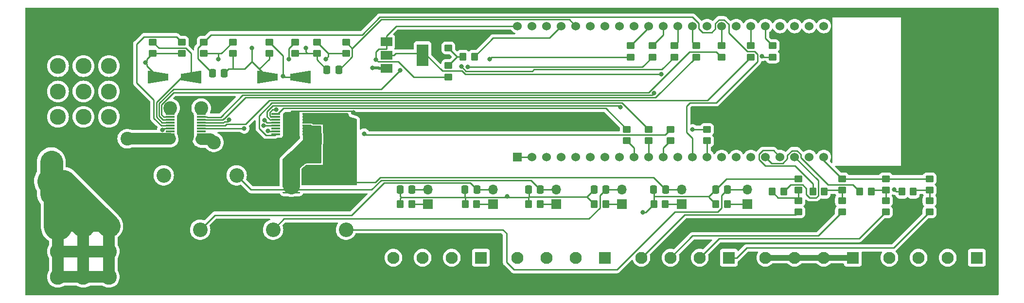
<source format=gbr>
%TF.GenerationSoftware,KiCad,Pcbnew,7.0.5*%
%TF.CreationDate,2023-07-11T20:53:31+10:00*%
%TF.ProjectId,BCM-ESP32-S3,42434d2d-4553-4503-9332-2d53332e6b69,rev?*%
%TF.SameCoordinates,Original*%
%TF.FileFunction,Copper,L1,Top*%
%TF.FilePolarity,Positive*%
%FSLAX46Y46*%
G04 Gerber Fmt 4.6, Leading zero omitted, Abs format (unit mm)*
G04 Created by KiCad (PCBNEW 7.0.5) date 2023-07-11 20:53:31*
%MOMM*%
%LPD*%
G01*
G04 APERTURE LIST*
G04 Aperture macros list*
%AMRoundRect*
0 Rectangle with rounded corners*
0 $1 Rounding radius*
0 $2 $3 $4 $5 $6 $7 $8 $9 X,Y pos of 4 corners*
0 Add a 4 corners polygon primitive as box body*
4,1,4,$2,$3,$4,$5,$6,$7,$8,$9,$2,$3,0*
0 Add four circle primitives for the rounded corners*
1,1,$1+$1,$2,$3*
1,1,$1+$1,$4,$5*
1,1,$1+$1,$6,$7*
1,1,$1+$1,$8,$9*
0 Add four rect primitives between the rounded corners*
20,1,$1+$1,$2,$3,$4,$5,0*
20,1,$1+$1,$4,$5,$6,$7,0*
20,1,$1+$1,$6,$7,$8,$9,0*
20,1,$1+$1,$8,$9,$2,$3,0*%
%AMOutline4P*
0 Free polygon, 4 corners , with rotation*
0 The origin of the aperture is its center*
0 number of corners: always 4*
0 $1 to $8 corner X, Y*
0 $9 Rotation angle, in degrees counterclockwise*
0 create outline with 4 corners*
4,1,4,$1,$2,$3,$4,$5,$6,$7,$8,$1,$2,$9*%
G04 Aperture macros list end*
%TA.AperFunction,ComponentPad*%
%ADD10C,2.400000*%
%TD*%
%TA.AperFunction,ComponentPad*%
%ADD11R,1.700000X1.700000*%
%TD*%
%TA.AperFunction,ComponentPad*%
%ADD12O,1.700000X1.700000*%
%TD*%
%TA.AperFunction,SMDPad,CuDef*%
%ADD13R,2.000000X1.500000*%
%TD*%
%TA.AperFunction,SMDPad,CuDef*%
%ADD14R,2.000000X3.800000*%
%TD*%
%TA.AperFunction,ComponentPad*%
%ADD15C,1.530000*%
%TD*%
%TA.AperFunction,ComponentPad*%
%ADD16R,1.530000X1.530000*%
%TD*%
%TA.AperFunction,ComponentPad*%
%ADD17C,2.550000*%
%TD*%
%TA.AperFunction,ComponentPad*%
%ADD18C,2.775000*%
%TD*%
%TA.AperFunction,SMDPad,CuDef*%
%ADD19R,2.800000X3.910000*%
%TD*%
%TA.AperFunction,SMDPad,CuDef*%
%ADD20R,1.500000X0.300000*%
%TD*%
%TA.AperFunction,SMDPad,CuDef*%
%ADD21RoundRect,0.250000X-0.450000X0.350000X-0.450000X-0.350000X0.450000X-0.350000X0.450000X0.350000X0*%
%TD*%
%TA.AperFunction,SMDPad,CuDef*%
%ADD22RoundRect,0.250000X-0.350000X-0.450000X0.350000X-0.450000X0.350000X0.450000X-0.350000X0.450000X0*%
%TD*%
%TA.AperFunction,SMDPad,CuDef*%
%ADD23RoundRect,0.250000X0.450000X-0.350000X0.450000X0.350000X-0.450000X0.350000X-0.450000X-0.350000X0*%
%TD*%
%TA.AperFunction,SMDPad,CuDef*%
%ADD24RoundRect,0.250000X0.350000X0.450000X-0.350000X0.450000X-0.350000X-0.450000X0.350000X-0.450000X0*%
%TD*%
%TA.AperFunction,ComponentPad*%
%ADD25R,2.100000X2.100000*%
%TD*%
%TA.AperFunction,ComponentPad*%
%ADD26C,2.100000*%
%TD*%
%TA.AperFunction,SMDPad,CuDef*%
%ADD27Outline4P,-1.800000X-1.150000X1.800000X-0.550000X1.800000X0.550000X-1.800000X1.150000X0.000000*%
%TD*%
%TA.AperFunction,SMDPad,CuDef*%
%ADD28Outline4P,-1.800000X-1.150000X1.800000X-0.550000X1.800000X0.550000X-1.800000X1.150000X180.000000*%
%TD*%
%TA.AperFunction,SMDPad,CuDef*%
%ADD29RoundRect,0.250000X0.337500X0.475000X-0.337500X0.475000X-0.337500X-0.475000X0.337500X-0.475000X0*%
%TD*%
%TA.AperFunction,SMDPad,CuDef*%
%ADD30RoundRect,0.250000X-0.337500X-0.475000X0.337500X-0.475000X0.337500X0.475000X-0.337500X0.475000X0*%
%TD*%
%TA.AperFunction,ViaPad*%
%ADD31C,0.800000*%
%TD*%
%TA.AperFunction,ViaPad*%
%ADD32C,2.400000*%
%TD*%
%TA.AperFunction,Conductor*%
%ADD33C,2.000000*%
%TD*%
%TA.AperFunction,Conductor*%
%ADD34C,0.250000*%
%TD*%
%TA.AperFunction,Conductor*%
%ADD35C,4.000000*%
%TD*%
%TA.AperFunction,Conductor*%
%ADD36C,5.000000*%
%TD*%
%TA.AperFunction,Conductor*%
%ADD37C,3.000000*%
%TD*%
%TA.AperFunction,Conductor*%
%ADD38C,1.000000*%
%TD*%
%TA.AperFunction,Conductor*%
%ADD39C,0.500000*%
%TD*%
%TA.AperFunction,Conductor*%
%ADD40C,2.800000*%
%TD*%
G04 APERTURE END LIST*
D10*
%TO.P,U1,1,1*%
%TO.N,Net-(U3-VI)*%
X21710000Y-129970000D03*
%TO.P,U1,2,2*%
X21710000Y-126570000D03*
%TO.P,U1,3,3*%
%TO.N,+12V*%
X31630000Y-129970000D03*
%TO.P,U1,4,4*%
X31630000Y-126570000D03*
%TD*%
D11*
%TO.P,D8,1,K*%
%TO.N,Net-(D8-K)*%
X121052500Y-133985000D03*
D12*
%TO.P,D8,2,A*%
%TO.N,/OUT3*%
X121052500Y-131445000D03*
%TD*%
D11*
%TO.P,D7,1,K*%
%TO.N,Net-(D7-K)*%
X109622500Y-133985000D03*
D12*
%TO.P,D7,2,A*%
%TO.N,/OUT2*%
X109622500Y-131445000D03*
%TD*%
D11*
%TO.P,D6,1,K*%
%TO.N,Net-(D6-K)*%
X142875000Y-133985000D03*
D12*
%TO.P,D6,2,A*%
%TO.N,/OUT5*%
X142875000Y-131445000D03*
%TD*%
D11*
%TO.P,D5,1,K*%
%TO.N,Net-(D5-K)*%
X98595000Y-133985000D03*
D12*
%TO.P,D5,2,A*%
%TO.N,/OUT1*%
X98595000Y-131445000D03*
%TD*%
D11*
%TO.P,D3,1,K*%
%TO.N,Net-(D3-K)*%
X131445000Y-133985000D03*
D12*
%TO.P,D3,2,A*%
%TO.N,/OUT4*%
X131445000Y-131445000D03*
%TD*%
%TO.P,D2,2,A*%
%TO.N,/OUT0*%
X87265000Y-131445000D03*
D11*
%TO.P,D2,1,K*%
%TO.N,Net-(D2-K)*%
X87265000Y-133985000D03*
%TD*%
D13*
%TO.P,U3,1,GND*%
%TO.N,GND*%
X80060000Y-105650000D03*
D14*
%TO.P,U3,2,VO*%
%TO.N,+5V*%
X86360000Y-107950000D03*
D13*
X80060000Y-107950000D03*
%TO.P,U3,3,VI*%
%TO.N,Net-(U3-VI)*%
X80060000Y-110250000D03*
%TD*%
D15*
%TO.P,U2,J1_22,GND*%
%TO.N,GND*%
X156210000Y-125730000D03*
%TO.P,U2,J3_22,GND*%
X156210000Y-102870000D03*
%TO.P,U2,J1_21,5V0*%
%TO.N,+5V*%
X153670000Y-125730000D03*
%TO.P,U2,J1_20,GPIO14*%
%TO.N,/EXT3*%
X151130000Y-125730000D03*
%TO.P,U2,J1_19,GPIO13*%
%TO.N,/EXT2*%
X148590000Y-125730000D03*
%TO.P,U2,J1_18,GPIO12*%
%TO.N,/EXT1*%
X146050000Y-125730000D03*
%TO.P,U2,J1_17,GPIO11*%
%TO.N,/EXT0*%
X143510000Y-125730000D03*
%TO.P,U2,J1_16,GPIO10*%
%TO.N,Net-(J7-Pin_1)*%
X140970000Y-125730000D03*
%TO.P,U2,J1_15,GPIO9*%
%TO.N,Net-(J7-Pin_2)*%
X138430000Y-125730000D03*
%TO.P,U2,J1_14,GPIO46*%
%TO.N,Net-(U2-GPIO46)*%
X135890000Y-125730000D03*
%TO.P,U2,J1_13,GPIO3*%
%TO.N,/Quad_CS*%
X133350000Y-125730000D03*
%TO.P,U2,J1_12,GPIO8*%
%TO.N,Net-(J7-Pin_3)*%
X130810000Y-125730000D03*
%TO.P,U2,J1_11,GPIO18*%
%TO.N,Net-(U2-GPIO18)*%
X128270000Y-125730000D03*
%TO.P,U2,J1_10,GPIO17*%
%TO.N,Net-(U2-GPIO17)*%
X125730000Y-125730000D03*
%TO.P,U2,J1_9,GPIO16*%
%TO.N,Net-(U2-GPIO16)*%
X123190000Y-125730000D03*
%TO.P,U2,J1_8,GPIO15*%
%TO.N,unconnected-(U2-GPIO15-PadJ1_8)*%
X120650000Y-125730000D03*
%TO.P,U2,J1_7,GPIO7*%
%TO.N,Net-(J7-Pin_4)*%
X118110000Y-125730000D03*
%TO.P,U2,J1_6,GPIO6*%
%TO.N,unconnected-(U2-GPIO6-PadJ1_6)*%
X115570000Y-125730000D03*
%TO.P,U2,J1_5,GPIO5*%
%TO.N,unconnected-(U2-GPIO5-PadJ1_5)*%
X113030000Y-125730000D03*
%TO.P,U2,J1_4,GPIO4*%
%TO.N,unconnected-(U2-GPIO4-PadJ1_4)*%
X110490000Y-125730000D03*
%TO.P,U2,J1_3,RST*%
%TO.N,unconnected-(U2-RST-PadJ1_3)*%
X107950000Y-125730000D03*
%TO.P,U2,J1_2,3V3*%
%TO.N,+3V3*%
X105410000Y-125730000D03*
D16*
%TO.P,U2,J1_1,3V3*%
X102870000Y-125730000D03*
D15*
%TO.P,U2,J3_21,GND*%
%TO.N,GND*%
X153670000Y-102870000D03*
%TO.P,U2,J3_20,USB_D-/GPIO19*%
%TO.N,unconnected-(U2-USB_D-{slash}GPIO19-PadJ3_20)*%
X151130000Y-102870000D03*
%TO.P,U2,J3_19,USB_D+/GPIO20*%
%TO.N,unconnected-(U2-USB_D+{slash}GPIO20-PadJ3_19)*%
X148590000Y-102870000D03*
%TO.P,U2,J3_18,GPIO21*%
%TO.N,Net-(U2-GPIO21)*%
X146050000Y-102870000D03*
%TO.P,U2,J3_17,GPIO47*%
%TO.N,Net-(U2-GPIO47)*%
X143510000Y-102870000D03*
%TO.P,U2,J3_16,GPIO48*%
%TO.N,unconnected-(U2-GPIO48-PadJ3_16)*%
X140970000Y-102870000D03*
%TO.P,U2,J3_15,GPIO45*%
%TO.N,Net-(U2-GPIO45)*%
X138430000Y-102870000D03*
%TO.P,U2,J3_14,GPIO0*%
%TO.N,unconnected-(U2-GPIO0-PadJ3_14)*%
X135890000Y-102870000D03*
%TO.P,U2,J3_13,GPIO35*%
%TO.N,Net-(U2-GPIO35)*%
X133350000Y-102870000D03*
%TO.P,U2,J3_12,GPIO36*%
%TO.N,Net-(U2-GPIO36)*%
X130810000Y-102870000D03*
%TO.P,U2,J3_11,GPIO37*%
%TO.N,Net-(U2-GPIO37)*%
X128270000Y-102870000D03*
%TO.P,U2,J3_10,GPIO38*%
%TO.N,Net-(U2-GPIO38)*%
X125730000Y-102870000D03*
%TO.P,U2,J3_9,MTCK/GPIO39*%
%TO.N,unconnected-(U2-MTCK{slash}GPIO39-PadJ3_9)*%
X123190000Y-102870000D03*
%TO.P,U2,J3_8,MTDO/GPIO40*%
%TO.N,unconnected-(U2-MTDO{slash}GPIO40-PadJ3_8)*%
X120650000Y-102870000D03*
%TO.P,U2,J3_7,MTDI/GPIO41*%
%TO.N,unconnected-(U2-MTDI{slash}GPIO41-PadJ3_7)*%
X118110000Y-102870000D03*
%TO.P,U2,J3_6,MTMS/GPIO42*%
%TO.N,unconnected-(U2-MTMS{slash}GPIO42-PadJ3_6)*%
X115570000Y-102870000D03*
%TO.P,U2,J3_5,GPIO2*%
%TO.N,/Dual_CS*%
X113030000Y-102870000D03*
%TO.P,U2,J3_4,GPIO1*%
%TO.N,/VBAT_ADC*%
X110490000Y-102870000D03*
%TO.P,U2,J3_3,U0RXD/GPIO44*%
%TO.N,unconnected-(U2-U0RXD{slash}GPIO44-PadJ3_3)*%
X107950000Y-102870000D03*
%TO.P,U2,J3_2,U0TXD/GPIO43*%
%TO.N,unconnected-(U2-U0TXD{slash}GPIO43-PadJ3_2)*%
X105410000Y-102870000D03*
%TO.P,U2,J3_1,GND*%
%TO.N,GND*%
X102870000Y-102870000D03*
%TD*%
D17*
%TO.P,J8,6,6*%
%TO.N,/OUT5*%
X73025000Y-138440000D03*
%TO.P,J8,5,5*%
%TO.N,/OUT4*%
X66675000Y-128940000D03*
%TO.P,J8,4,4*%
%TO.N,/OUT3*%
X60325000Y-138440000D03*
%TO.P,J8,3,3*%
%TO.N,/OUT2*%
X53975000Y-128940000D03*
%TO.P,J8,2,2*%
%TO.N,/OUT1*%
X47625000Y-138440000D03*
%TO.P,J8,1,1*%
%TO.N,/OUT0*%
X41275000Y-128940000D03*
%TD*%
D18*
%TO.P,J3,1,1*%
%TO.N,GND*%
X22870000Y-109865000D03*
%TO.P,J3,2,2*%
X27305000Y-109865000D03*
%TO.P,J3,3,3*%
X31740000Y-109865000D03*
%TO.P,J3,4,4*%
X22870000Y-114300000D03*
%TO.P,J3,5,5*%
X27305000Y-114300000D03*
%TO.P,J3,6,6*%
X31740000Y-114300000D03*
%TO.P,J3,7,7*%
X22870000Y-118735000D03*
%TO.P,J3,8,8*%
X27305000Y-118735000D03*
%TO.P,J3,9,9*%
X31740000Y-118735000D03*
%TD*%
%TO.P,J1,1,1*%
%TO.N,Net-(U3-VI)*%
X22860000Y-137805000D03*
%TO.P,J1,2,2*%
X27295000Y-137805000D03*
%TO.P,J1,3,3*%
X31730000Y-137805000D03*
%TO.P,J1,4,4*%
X22860000Y-142240000D03*
%TO.P,J1,5,5*%
X27295000Y-142240000D03*
%TO.P,J1,6,6*%
X31730000Y-142240000D03*
%TO.P,J1,7,7*%
X22860000Y-146675000D03*
%TO.P,J1,8,8*%
X27295000Y-146675000D03*
%TO.P,J1,9,9*%
X31730000Y-146675000D03*
%TD*%
D19*
%TO.P,IC2,17,VCC*%
%TO.N,+12V*%
X45085000Y-120015000D03*
D20*
%TO.P,IC2,16,OUTPUT3*%
%TO.N,/OUT3*%
X47785000Y-118265000D03*
%TO.P,IC2,15,SEL1*%
%TO.N,/Quad_SEL1*%
X47785000Y-118765000D03*
%TO.P,IC2,14,INPUT3*%
%TO.N,/Quad_INPUT3*%
X47785000Y-119265000D03*
%TO.P,IC2,13,CS*%
%TO.N,Net-(IC2-CS)*%
X47785000Y-119765000D03*
%TO.P,IC2,12,SEL0*%
%TO.N,/Quad_SEL0*%
X47785000Y-120265000D03*
%TO.P,IC2,11,INPUT2*%
%TO.N,/Quad_INPUT2*%
X47785000Y-120765000D03*
%TO.P,IC2,10,N.C._2*%
%TO.N,unconnected-(IC2-N.C._2-Pad10)*%
X47785000Y-121265000D03*
%TO.P,IC2,9,OUTPUT2*%
%TO.N,/OUT2*%
X47785000Y-121765000D03*
%TO.P,IC2,8,OUTPUT1*%
%TO.N,/OUT1*%
X42385000Y-121765000D03*
%TO.P,IC2,7,N.C._1*%
%TO.N,unconnected-(IC2-N.C._1-Pad7)*%
X42385000Y-121265000D03*
%TO.P,IC2,6,INPUT1*%
%TO.N,/Quad_INPUT1*%
X42385000Y-120765000D03*
%TO.P,IC2,5,~{FAULTRST}*%
%TO.N,Net-(IC2-~{FAULTRST})*%
X42385000Y-120265000D03*
%TO.P,IC2,4,GND*%
%TO.N,Net-(D4-A)*%
X42385000Y-119765000D03*
%TO.P,IC2,3,INPUT0*%
%TO.N,/Quad_INPUT0*%
X42385000Y-119265000D03*
%TO.P,IC2,2,SEN*%
%TO.N,/Quad_SEN*%
X42385000Y-118765000D03*
%TO.P,IC2,1,OUTPUT0*%
%TO.N,/OUT0*%
X42385000Y-118265000D03*
%TD*%
%TO.P,IC1,1,INPUT0*%
%TO.N,/Dual_INPUT0*%
X60800000Y-118265000D03*
%TO.P,IC1,2,FaultRST*%
%TO.N,Net-(IC1-FaultRST)*%
X60800000Y-118765000D03*
%TO.P,IC1,3,SEn*%
%TO.N,/Dual_SEN*%
X60800000Y-119265000D03*
%TO.P,IC1,4,GND*%
%TO.N,Net-(D1-A)*%
X60800000Y-119765000D03*
%TO.P,IC1,5,SEL*%
%TO.N,/Dual_SEL*%
X60800000Y-120265000D03*
%TO.P,IC1,6,N.C.*%
%TO.N,unconnected-(IC1-N.C.-Pad6)*%
X60800000Y-120765000D03*
%TO.P,IC1,7,CS*%
%TO.N,Net-(IC1-CS)*%
X60800000Y-121265000D03*
%TO.P,IC1,8,INPUT1*%
%TO.N,/Dual_INPUT1*%
X60800000Y-121765000D03*
%TO.P,IC1,9,OUTPUT1*%
%TO.N,/OUT5*%
X66200000Y-121765000D03*
%TO.P,IC1,10,OUTPUT1*%
X66200000Y-121265000D03*
%TO.P,IC1,11,OUTPUT1*%
X66200000Y-120765000D03*
%TO.P,IC1,12,OUTPUT1*%
X66200000Y-120265000D03*
%TO.P,IC1,13,OUTPUT0*%
%TO.N,/OUT4*%
X66200000Y-119765000D03*
%TO.P,IC1,14,OUTPUT0*%
X66200000Y-119265000D03*
%TO.P,IC1,15,OUTPUT0*%
X66200000Y-118765000D03*
%TO.P,IC1,16,OUTPUT0*%
X66200000Y-118265000D03*
D19*
%TO.P,IC1,17,VCC*%
%TO.N,+12V*%
X63500000Y-120015000D03*
%TD*%
D21*
%TO.P,R40,1*%
%TO.N,Net-(IC2-CS)*%
X53340000Y-105680000D03*
%TO.P,R40,2*%
%TO.N,GND*%
X53340000Y-107680000D03*
%TD*%
%TO.P,R39,1*%
%TO.N,/Quad_CS*%
X48260000Y-105680000D03*
%TO.P,R39,2*%
%TO.N,Net-(IC2-CS)*%
X48260000Y-107680000D03*
%TD*%
D22*
%TO.P,R38,1*%
%TO.N,GND*%
X116242500Y-133985000D03*
%TO.P,R38,2*%
%TO.N,Net-(D8-K)*%
X118242500Y-133985000D03*
%TD*%
%TO.P,R37,1*%
%TO.N,GND*%
X104812500Y-133985000D03*
%TO.P,R37,2*%
%TO.N,Net-(D7-K)*%
X106812500Y-133985000D03*
%TD*%
D23*
%TO.P,R36,2*%
%TO.N,Net-(IC2-~{FAULTRST})*%
X44450000Y-105680000D03*
%TO.P,R36,1*%
%TO.N,GND*%
X44450000Y-107680000D03*
%TD*%
D22*
%TO.P,R35,1*%
%TO.N,GND*%
X137430000Y-133985000D03*
%TO.P,R35,2*%
%TO.N,Net-(D6-K)*%
X139430000Y-133985000D03*
%TD*%
%TO.P,R34,1*%
%TO.N,GND*%
X93785000Y-133985000D03*
%TO.P,R34,2*%
%TO.N,Net-(D5-K)*%
X95785000Y-133985000D03*
%TD*%
D23*
%TO.P,R33,1*%
%TO.N,GND*%
X39370000Y-107680000D03*
%TO.P,R33,2*%
%TO.N,Net-(D4-A)*%
X39370000Y-105680000D03*
%TD*%
D21*
%TO.P,R32,1*%
%TO.N,Net-(U2-GPIO35)*%
X133985000Y-106315000D03*
%TO.P,R32,2*%
%TO.N,/Quad_INPUT3*%
X133985000Y-108315000D03*
%TD*%
%TO.P,R31,1*%
%TO.N,Net-(U2-GPIO36)*%
X130175000Y-106315000D03*
%TO.P,R31,2*%
%TO.N,/Quad_INPUT2*%
X130175000Y-108315000D03*
%TD*%
%TO.P,R30,2*%
%TO.N,/Quad_INPUT1*%
X126365000Y-108315000D03*
%TO.P,R30,1*%
%TO.N,Net-(U2-GPIO37)*%
X126365000Y-106315000D03*
%TD*%
%TO.P,R29,1*%
%TO.N,Net-(U2-GPIO38)*%
X122555000Y-106315000D03*
%TO.P,R29,2*%
%TO.N,/Quad_INPUT0*%
X122555000Y-108315000D03*
%TD*%
%TO.P,R28,1*%
%TO.N,Net-(U2-GPIO45)*%
X138430000Y-106315000D03*
%TO.P,R28,2*%
%TO.N,/Quad_SEN*%
X138430000Y-108315000D03*
%TD*%
D23*
%TO.P,R27,1*%
%TO.N,Net-(U2-GPIO46)*%
X135890000Y-122920000D03*
%TO.P,R27,2*%
%TO.N,/Quad_SEL1*%
X135890000Y-120920000D03*
%TD*%
D21*
%TO.P,R26,1*%
%TO.N,Net-(U2-GPIO47)*%
X143510000Y-106315000D03*
%TO.P,R26,2*%
%TO.N,/Quad_SEL0*%
X143510000Y-108315000D03*
%TD*%
D23*
%TO.P,R25,1*%
%TO.N,Net-(U2-GPIO16)*%
X121920000Y-122920000D03*
%TO.P,R25,2*%
%TO.N,/Dual_INPUT0*%
X121920000Y-120920000D03*
%TD*%
%TO.P,R24,1*%
%TO.N,Net-(U2-GPIO17)*%
X125730000Y-122920000D03*
%TO.P,R24,2*%
%TO.N,/Dual_INPUT1*%
X125730000Y-120920000D03*
%TD*%
%TO.P,R23,1*%
%TO.N,Net-(U2-GPIO18)*%
X129540000Y-122920000D03*
%TO.P,R23,2*%
%TO.N,/Dual_SEL*%
X129540000Y-120920000D03*
%TD*%
D21*
%TO.P,R22,1*%
%TO.N,Net-(U2-GPIO21)*%
X147320000Y-106315000D03*
%TO.P,R22,2*%
%TO.N,/Dual_SEN*%
X147320000Y-108315000D03*
%TD*%
D22*
%TO.P,R21,1*%
%TO.N,GND*%
X126635000Y-133985000D03*
%TO.P,R21,2*%
%TO.N,Net-(D3-K)*%
X128635000Y-133985000D03*
%TD*%
%TO.P,R20,2*%
%TO.N,Net-(D2-K)*%
X84455000Y-133985000D03*
%TO.P,R20,1*%
%TO.N,GND*%
X82455000Y-133985000D03*
%TD*%
D24*
%TO.P,R19,1*%
%TO.N,/EXT3*%
X149225000Y-131810000D03*
%TO.P,R19,2*%
%TO.N,Net-(R17-Pad1)*%
X147225000Y-131810000D03*
%TD*%
D21*
%TO.P,R18,1*%
%TO.N,GND*%
X151765000Y-129540000D03*
%TO.P,R18,2*%
%TO.N,Net-(R17-Pad1)*%
X151765000Y-131540000D03*
%TD*%
%TO.P,R17,1*%
%TO.N,Net-(R17-Pad1)*%
X151765000Y-133350000D03*
%TO.P,R17,2*%
%TO.N,/EXT_SWITCH3*%
X151765000Y-135350000D03*
%TD*%
D22*
%TO.P,R16,1*%
%TO.N,/EXT2*%
X154305000Y-131810000D03*
%TO.P,R16,2*%
%TO.N,Net-(R14-Pad1)*%
X156305000Y-131810000D03*
%TD*%
D21*
%TO.P,R15,1*%
%TO.N,GND*%
X159385000Y-129540000D03*
%TO.P,R15,2*%
%TO.N,Net-(R14-Pad1)*%
X159385000Y-131540000D03*
%TD*%
%TO.P,R14,1*%
%TO.N,Net-(R14-Pad1)*%
X159385000Y-133350000D03*
%TO.P,R14,2*%
%TO.N,/EXT_SWITCH2*%
X159385000Y-135350000D03*
%TD*%
D22*
%TO.P,R13,1*%
%TO.N,/EXT1*%
X162465000Y-131810000D03*
%TO.P,R13,2*%
%TO.N,Net-(R11-Pad1)*%
X164465000Y-131810000D03*
%TD*%
D21*
%TO.P,R12,1*%
%TO.N,GND*%
X167005000Y-129540000D03*
%TO.P,R12,2*%
%TO.N,Net-(R11-Pad1)*%
X167005000Y-131540000D03*
%TD*%
%TO.P,R11,1*%
%TO.N,Net-(R11-Pad1)*%
X167005000Y-133350000D03*
%TO.P,R11,2*%
%TO.N,/EXT_SWITCH1*%
X167005000Y-135350000D03*
%TD*%
D22*
%TO.P,R10,1*%
%TO.N,/EXT0*%
X169815000Y-131810000D03*
%TO.P,R10,2*%
%TO.N,Net-(R10-Pad2)*%
X171815000Y-131810000D03*
%TD*%
D21*
%TO.P,R9,1*%
%TO.N,GND*%
X174625000Y-129540000D03*
%TO.P,R9,2*%
%TO.N,Net-(R10-Pad2)*%
X174625000Y-131540000D03*
%TD*%
%TO.P,R8,1*%
%TO.N,Net-(R10-Pad2)*%
X174625000Y-133350000D03*
%TO.P,R8,2*%
%TO.N,/EXT_SWITCH0*%
X174625000Y-135350000D03*
%TD*%
%TO.P,R7,1*%
%TO.N,Net-(IC1-CS)*%
X67945000Y-105680000D03*
%TO.P,R7,2*%
%TO.N,GND*%
X67945000Y-107680000D03*
%TD*%
D23*
%TO.P,R6,1*%
%TO.N,GND*%
X64135000Y-107680000D03*
%TO.P,R6,2*%
%TO.N,Net-(IC1-FaultRST)*%
X64135000Y-105680000D03*
%TD*%
D21*
%TO.P,R5,1*%
%TO.N,/Dual_CS*%
X73025000Y-105680000D03*
%TO.P,R5,2*%
%TO.N,Net-(IC1-CS)*%
X73025000Y-107680000D03*
%TD*%
D23*
%TO.P,R4,1*%
%TO.N,GND*%
X59690000Y-107680000D03*
%TO.P,R4,2*%
%TO.N,Net-(D1-A)*%
X59690000Y-105680000D03*
%TD*%
D24*
%TO.P,R3,1*%
%TO.N,/VBAT_ADC*%
X95370000Y-108220000D03*
%TO.P,R3,2*%
%TO.N,Net-(R1-Pad1)*%
X93370000Y-108220000D03*
%TD*%
D23*
%TO.P,R2,1*%
%TO.N,GND*%
X90830000Y-111760000D03*
%TO.P,R2,2*%
%TO.N,Net-(R1-Pad1)*%
X90830000Y-109760000D03*
%TD*%
%TO.P,R1,1*%
%TO.N,Net-(R1-Pad1)*%
X90830000Y-106680000D03*
%TO.P,R1,2*%
%TO.N,+12V*%
X90830000Y-104680000D03*
%TD*%
D25*
%TO.P,J7,1,Pin_1*%
%TO.N,Net-(J7-Pin_1)*%
X182880000Y-143335000D03*
D26*
%TO.P,J7,2,Pin_2*%
%TO.N,Net-(J7-Pin_2)*%
X177800000Y-143335000D03*
%TO.P,J7,3,Pin_3*%
%TO.N,Net-(J7-Pin_3)*%
X172720000Y-143335000D03*
%TO.P,J7,4,Pin_4*%
%TO.N,Net-(J7-Pin_4)*%
X167640000Y-143335000D03*
%TD*%
D25*
%TO.P,J6,1,Pin_1*%
%TO.N,+3V3*%
X161290000Y-143335000D03*
D26*
%TO.P,J6,2,Pin_2*%
X156210000Y-143335000D03*
%TO.P,J6,3,Pin_3*%
X151130000Y-143335000D03*
%TO.P,J6,4,Pin_4*%
X146050000Y-143335000D03*
%TD*%
D25*
%TO.P,J5,1,Pin_1*%
%TO.N,GND*%
X118110000Y-143335000D03*
D26*
%TO.P,J5,2,Pin_2*%
X113030000Y-143335000D03*
%TO.P,J5,3,Pin_3*%
X107950000Y-143335000D03*
%TO.P,J5,4,Pin_4*%
X102870000Y-143335000D03*
%TD*%
D25*
%TO.P,J4,1,Pin_1*%
%TO.N,GND*%
X96520000Y-143335000D03*
D26*
%TO.P,J4,2,Pin_2*%
X91440000Y-143335000D03*
%TO.P,J4,3,Pin_3*%
X86360000Y-143335000D03*
%TO.P,J4,4,Pin_4*%
X81280000Y-143335000D03*
%TD*%
D25*
%TO.P,J2,1,Pin_1*%
%TO.N,/EXT_SWITCH0*%
X139700000Y-143335000D03*
D26*
%TO.P,J2,2,Pin_2*%
%TO.N,/EXT_SWITCH1*%
X134620000Y-143335000D03*
%TO.P,J2,3,Pin_3*%
%TO.N,/EXT_SWITCH2*%
X129540000Y-143335000D03*
%TO.P,J2,4,Pin_4*%
%TO.N,/EXT_SWITCH3*%
X124460000Y-143335000D03*
%TD*%
D27*
%TO.P,D4,1,K*%
%TO.N,GND*%
X40280000Y-111760000D03*
D28*
%TO.P,D4,2,A*%
%TO.N,Net-(D4-A)*%
X46080000Y-111760000D03*
%TD*%
D27*
%TO.P,D1,1,K*%
%TO.N,GND*%
X59330000Y-111760000D03*
D28*
%TO.P,D1,2,A*%
%TO.N,Net-(D1-A)*%
X65130000Y-111760000D03*
%TD*%
D29*
%TO.P,C8,1*%
%TO.N,/OUT3*%
X118280000Y-131445000D03*
%TO.P,C8,2*%
%TO.N,GND*%
X116205000Y-131445000D03*
%TD*%
D30*
%TO.P,C7,1*%
%TO.N,/Quad_CS*%
X49762500Y-111125000D03*
%TO.P,C7,2*%
%TO.N,GND*%
X51837500Y-111125000D03*
%TD*%
D29*
%TO.P,C6,1*%
%TO.N,/OUT2*%
X106850000Y-131445000D03*
%TO.P,C6,2*%
%TO.N,GND*%
X104775000Y-131445000D03*
%TD*%
%TO.P,C5,1*%
%TO.N,/OUT5*%
X139467500Y-131445000D03*
%TO.P,C5,2*%
%TO.N,GND*%
X137392500Y-131445000D03*
%TD*%
%TO.P,C4,1*%
%TO.N,/OUT1*%
X95822500Y-131445000D03*
%TO.P,C4,2*%
%TO.N,GND*%
X93747500Y-131445000D03*
%TD*%
%TO.P,C3,1*%
%TO.N,/OUT4*%
X128672500Y-131445000D03*
%TO.P,C3,2*%
%TO.N,GND*%
X126597500Y-131445000D03*
%TD*%
%TO.P,C2,2*%
%TO.N,GND*%
X82417500Y-131445000D03*
%TO.P,C2,1*%
%TO.N,/OUT0*%
X84492500Y-131445000D03*
%TD*%
%TO.P,C1,1*%
%TO.N,/Dual_CS*%
X71755000Y-110490000D03*
%TO.P,C1,2*%
%TO.N,GND*%
X69680000Y-110490000D03*
%TD*%
D31*
%TO.N,GND*%
X101092000Y-132588000D03*
X124714000Y-135382000D03*
X78232000Y-108712000D03*
X66040000Y-106680000D03*
X56642000Y-106680000D03*
X38100000Y-109220000D03*
D32*
%TO.N,/OUT0*%
X42429500Y-117215498D03*
%TO.N,/OUT1*%
X34925000Y-122555000D03*
D31*
%TO.N,+5V*%
X127917700Y-111246700D03*
%TO.N,Net-(U3-VI)*%
X77659500Y-110221000D03*
%TO.N,Net-(IC2-CS)*%
X50775400Y-108636900D03*
X52684600Y-119263100D03*
%TO.N,/Quad_INPUT2*%
X93131500Y-109968700D03*
X55318100Y-120765000D03*
%TO.N,/Quad_INPUT1*%
X41024800Y-121003900D03*
X94210400Y-110019400D03*
%TO.N,/Quad_INPUT0*%
X98024200Y-108671900D03*
X82415800Y-110567400D03*
%TO.N,/Quad_SEL1*%
X133374500Y-120920000D03*
X126636000Y-114624300D03*
%TO.N,/Dual_SEL*%
X76200000Y-121664900D03*
X58635300Y-120293200D03*
%TO.N,/Dual_SEN*%
X145415000Y-108113000D03*
X120794300Y-117023200D03*
%TO.N,/EXT0*%
X168485400Y-131450700D03*
%TO.N,Net-(IC1-FaultRST)*%
X63060900Y-108632400D03*
X60901600Y-117479600D03*
%TO.N,Net-(IC1-CS)*%
X59433900Y-121193000D03*
X69460100Y-108650400D03*
%TO.N,+12V*%
X86207200Y-104680000D03*
X74295000Y-117978100D03*
%TO.N,Net-(D1-A)*%
X62049300Y-111605500D03*
X58796500Y-119291200D03*
D32*
%TO.N,/OUT3*%
X47802101Y-117215498D03*
%TO.N,/OUT2*%
X50024500Y-123190000D03*
%TO.N,/OUT5*%
X63500000Y-130720500D03*
%TD*%
D33*
%TO.N,/OUT2*%
X49449500Y-122615000D02*
X47785000Y-122615000D01*
X50024500Y-123190000D02*
X49449500Y-122615000D01*
D34*
%TO.N,/Quad_CS*%
X49546000Y-104394000D02*
X48260000Y-105680000D01*
X75821804Y-104394000D02*
X49546000Y-104394000D01*
X78926804Y-101289000D02*
X75821804Y-104394000D01*
X133310493Y-101289000D02*
X78926804Y-101289000D01*
X134440000Y-102418507D02*
X133310493Y-101289000D01*
X135078507Y-103960000D02*
X134440000Y-103321493D01*
X136701493Y-103960000D02*
X135078507Y-103960000D01*
X137340000Y-103321493D02*
X136701493Y-103960000D01*
X137340000Y-102418507D02*
X137340000Y-103321493D01*
X137978507Y-101780000D02*
X137340000Y-102418507D01*
X138881493Y-101780000D02*
X137978507Y-101780000D01*
X139700000Y-102598507D02*
X138881493Y-101780000D01*
X139700000Y-104122100D02*
X139700000Y-102598507D01*
X142910200Y-107332300D02*
X139700000Y-104122100D01*
X144209605Y-107332300D02*
X142910200Y-107332300D01*
X144690000Y-107812695D02*
X144209605Y-107332300D01*
X144690000Y-109056000D02*
X144690000Y-107812695D01*
X134440000Y-103321493D02*
X134440000Y-102418507D01*
X137464700Y-116281300D02*
X144690000Y-109056000D01*
X132334000Y-121412000D02*
X132334000Y-116840000D01*
X132892700Y-116281300D02*
X137464700Y-116281300D01*
X133350000Y-125730000D02*
X133350000Y-122428000D01*
X133350000Y-122428000D02*
X132334000Y-121412000D01*
X132334000Y-116840000D02*
X132892700Y-116281300D01*
%TO.N,GND*%
X139297500Y-129540000D02*
X137392500Y-131445000D01*
X151765000Y-129540000D02*
X139297500Y-129540000D01*
X124714000Y-135382000D02*
X125238000Y-135382000D01*
X125238000Y-135382000D02*
X126635000Y-133985000D01*
X101299400Y-132795400D02*
X101092000Y-132588000D01*
X104812500Y-132795400D02*
X101299400Y-132795400D01*
X100884600Y-132795400D02*
X93785000Y-132795400D01*
X101092000Y-132588000D02*
X100884600Y-132795400D01*
X78232000Y-107378000D02*
X78232000Y-108712000D01*
X78735000Y-106875000D02*
X78232000Y-107378000D01*
X80060000Y-105650000D02*
X80060000Y-106875000D01*
X80060000Y-106875000D02*
X78735000Y-106875000D01*
X78620000Y-109100000D02*
X78692900Y-109100000D01*
X78232000Y-108712000D02*
X78620000Y-109100000D01*
X66040000Y-107426000D02*
X66294000Y-107680000D01*
X66040000Y-106680000D02*
X66040000Y-107426000D01*
X66294000Y-107680000D02*
X67945000Y-107680000D01*
X64135000Y-107680000D02*
X66294000Y-107680000D01*
%TO.N,Net-(IC2-~{FAULTRST})*%
X36576000Y-106011500D02*
X37846000Y-104741500D01*
X36576000Y-112776000D02*
X36576000Y-106011500D01*
X39555000Y-115755000D02*
X36576000Y-112776000D01*
X39555000Y-118948396D02*
X39555000Y-115755000D01*
X43511500Y-104741500D02*
X44450000Y-105680000D01*
X40871604Y-120265000D02*
X39555000Y-118948396D01*
X42385000Y-120265000D02*
X40871604Y-120265000D01*
X37846000Y-104741500D02*
X43511500Y-104741500D01*
%TO.N,GND*%
X55340300Y-110373700D02*
X53340000Y-110373700D01*
X56642000Y-109072000D02*
X55340300Y-110373700D01*
X56642000Y-109072000D02*
X57943700Y-110373700D01*
X56642000Y-106680000D02*
X56642000Y-109072000D01*
X38100000Y-109220000D02*
X38385000Y-109505000D01*
X38385000Y-108935000D02*
X38385000Y-108665000D01*
X38100000Y-109220000D02*
X38385000Y-108935000D01*
D35*
%TO.N,Net-(U3-VI)*%
X21710000Y-129970000D02*
X21710000Y-126570000D01*
D33*
X27295000Y-142240000D02*
X27295000Y-146675000D01*
X31730000Y-142240000D02*
X31730000Y-146675000D01*
X31730000Y-137805000D02*
X31730000Y-142240000D01*
X27295000Y-137805000D02*
X27295000Y-142240000D01*
D35*
X21710000Y-132220000D02*
X27295000Y-137805000D01*
X21710000Y-129970000D02*
X21710000Y-132220000D01*
X23895000Y-129970000D02*
X31730000Y-137805000D01*
X21710000Y-129970000D02*
X23895000Y-129970000D01*
D36*
X22860000Y-131120000D02*
X21710000Y-129970000D01*
X22860000Y-137805000D02*
X22860000Y-131120000D01*
D37*
%TO.N,/OUT4*%
X72910000Y-120535000D02*
X72910000Y-128234400D01*
X71895800Y-119520800D02*
X72910000Y-120535000D01*
X70485000Y-119520800D02*
X71895800Y-119520800D01*
D34*
X69227000Y-119888000D02*
X69850000Y-119265000D01*
X67275000Y-119888000D02*
X69227000Y-119888000D01*
X67152000Y-119765000D02*
X67275000Y-119888000D01*
X66200000Y-119765000D02*
X67152000Y-119765000D01*
X69850000Y-118145800D02*
X69850000Y-118765000D01*
X69814200Y-118145800D02*
X69850000Y-118145800D01*
X69695000Y-118265000D02*
X69814200Y-118145800D01*
X66200000Y-118265000D02*
X69695000Y-118265000D01*
%TO.N,/EXT_SWITCH0*%
X142806900Y-141605000D02*
X168370000Y-141605000D01*
X141076900Y-143335000D02*
X142806900Y-141605000D01*
X168370000Y-141605000D02*
X174625000Y-135350000D01*
X139700000Y-143335000D02*
X141076900Y-143335000D01*
%TO.N,/OUT5*%
X73035000Y-138430000D02*
X73025000Y-138440000D01*
X100330000Y-138430000D02*
X73035000Y-138430000D01*
X100965000Y-139065000D02*
X100330000Y-138430000D01*
X120205100Y-145415000D02*
X102235000Y-145415000D01*
X102235000Y-145415000D02*
X100965000Y-144145000D01*
X137712600Y-135350000D02*
X130270100Y-135350000D01*
X138430000Y-134632600D02*
X137712600Y-135350000D01*
X130270100Y-135350000D02*
X120205100Y-145415000D01*
X138430000Y-132482500D02*
X138430000Y-134632600D01*
X100965000Y-144145000D02*
X100965000Y-139065000D01*
X139467500Y-131445000D02*
X138430000Y-132482500D01*
X66200000Y-120810000D02*
X66200000Y-120650000D01*
X67310000Y-121920000D02*
X66200000Y-120810000D01*
X66200000Y-120650000D02*
X66200000Y-120765000D01*
X66200000Y-120265000D02*
X66200000Y-120650000D01*
X67155000Y-121765000D02*
X66200000Y-121765000D01*
X67310000Y-121920000D02*
X67155000Y-121765000D01*
D37*
X67310000Y-123190000D02*
X67310000Y-121920000D01*
X63500000Y-127000000D02*
X67310000Y-123190000D01*
X63500000Y-130720500D02*
X63500000Y-127000000D01*
D38*
%TO.N,/OUT4*%
X73660000Y-128895600D02*
X72998800Y-128234400D01*
D37*
X72204400Y-128940000D02*
X66675000Y-128940000D01*
X72910000Y-128234400D02*
X72204400Y-128940000D01*
D38*
X72998800Y-128234400D02*
X72910000Y-128234400D01*
D34*
X68511900Y-130175000D02*
X67276900Y-128940000D01*
X78121104Y-130175000D02*
X68511900Y-130175000D01*
X126562100Y-129334600D02*
X78961504Y-129334600D01*
X128672500Y-131445000D02*
X126562100Y-129334600D01*
X78961504Y-129334600D02*
X78121104Y-130175000D01*
%TO.N,+12V*%
X63500000Y-117695800D02*
X63500000Y-120015000D01*
X74295000Y-117978100D02*
X74012700Y-117695800D01*
X74012700Y-117695800D02*
X63500000Y-117695800D01*
D38*
%TO.N,/OUT4*%
X66200000Y-119265000D02*
X69850000Y-119265000D01*
X66200000Y-118765000D02*
X69850000Y-118765000D01*
D34*
%TO.N,/OUT2*%
X79147900Y-129784600D02*
X77487500Y-131445000D01*
X77487500Y-131445000D02*
X56480000Y-131445000D01*
X105189600Y-129784600D02*
X79147900Y-129784600D01*
X106850000Y-131445000D02*
X105189600Y-129784600D01*
X56480000Y-131445000D02*
X53975000Y-128940000D01*
%TO.N,/Dual_SEL*%
X128602500Y-121857500D02*
X129540000Y-120920000D01*
X76200000Y-121664900D02*
X76392600Y-121857500D01*
X76392600Y-121857500D02*
X128602500Y-121857500D01*
%TO.N,/OUT1*%
X50175000Y-135890000D02*
X47625000Y-138440000D01*
X73999800Y-135890000D02*
X50175000Y-135890000D01*
X94626800Y-130249300D02*
X79640500Y-130249300D01*
X79640500Y-130249300D02*
X73999800Y-135890000D01*
X95822500Y-131445000D02*
X94626800Y-130249300D01*
%TO.N,/OUT3*%
X117242500Y-132482500D02*
X118280000Y-131445000D01*
X117242500Y-134615300D02*
X117242500Y-132482500D01*
X62240000Y-136525000D02*
X115332800Y-136525000D01*
X115332800Y-136525000D02*
X117242500Y-134615300D01*
X60325000Y-138440000D02*
X62240000Y-136525000D01*
D33*
%TO.N,Net-(U3-VI)*%
X22860000Y-146675000D02*
X22860000Y-142240000D01*
X22860000Y-137805000D02*
X22860000Y-142240000D01*
D34*
%TO.N,/OUT3*%
X47785000Y-118265000D02*
X47785000Y-117232599D01*
X47785000Y-117232599D02*
X47802101Y-117215498D01*
X47802101Y-117215498D02*
X48260000Y-117673397D01*
X48260000Y-117673397D02*
X48260000Y-117790000D01*
D33*
%TO.N,/OUT0*%
X42385000Y-117404000D02*
X42385000Y-117415000D01*
X42429500Y-117359500D02*
X42385000Y-117404000D01*
X42429500Y-117215498D02*
X42429500Y-117359500D01*
D34*
%TO.N,/Quad_SEN*%
X132814900Y-107377500D02*
X137492500Y-107377500D01*
X43012892Y-114469900D02*
X125722500Y-114469900D01*
X125722500Y-114469900D02*
X132814900Y-107377500D01*
X40905000Y-118375504D02*
X40905000Y-116577792D01*
X137492500Y-107377500D02*
X138430000Y-108315000D01*
X41294496Y-118765000D02*
X40905000Y-118375504D01*
X42385000Y-118765000D02*
X41294496Y-118765000D01*
X40905000Y-116577792D02*
X43012892Y-114469900D01*
%TO.N,/Quad_INPUT0*%
X41158100Y-119265000D02*
X42385000Y-119265000D01*
X40455000Y-118561900D02*
X41158100Y-119265000D01*
X42979496Y-113866900D02*
X40455000Y-116391396D01*
X82415800Y-110567400D02*
X79116300Y-113866900D01*
X79116300Y-113866900D02*
X42979496Y-113866900D01*
X40455000Y-116391396D02*
X40455000Y-118561900D01*
%TO.N,Net-(D4-A)*%
X41008000Y-119765000D02*
X42385000Y-119765000D01*
X40005000Y-118762000D02*
X41008000Y-119765000D01*
X40005000Y-116205000D02*
X40005000Y-118762000D01*
X44450000Y-111760000D02*
X40005000Y-116205000D01*
X46080000Y-111760000D02*
X44450000Y-111760000D01*
D33*
%TO.N,/OUT1*%
X34925000Y-122555000D02*
X42385000Y-122555000D01*
D39*
X42385000Y-122555000D02*
X42385000Y-121765000D01*
D34*
%TO.N,+5V*%
X86360000Y-107950000D02*
X86360000Y-107609100D01*
X86360000Y-107609100D02*
X86360000Y-107268200D01*
X81727800Y-107609100D02*
X81386900Y-107950000D01*
X86360000Y-107609100D02*
X81727800Y-107609100D01*
X80060000Y-107950000D02*
X81386900Y-107950000D01*
X89805600Y-110713800D02*
X86360000Y-107268200D01*
X93237500Y-110713800D02*
X89805600Y-110713800D01*
X93770400Y-111246700D02*
X93237500Y-110713800D01*
X127917700Y-111246700D02*
X93770400Y-111246700D01*
D33*
%TO.N,Net-(U3-VI)*%
X31730000Y-146675000D02*
X27295000Y-146675000D01*
X27295000Y-146675000D02*
X22860000Y-146675000D01*
X31730000Y-142240000D02*
X27295000Y-142240000D01*
X27295000Y-142240000D02*
X22860000Y-142240000D01*
X31730000Y-137805000D02*
X27295000Y-137805000D01*
X27295000Y-137805000D02*
X22860000Y-137805000D01*
D34*
X78704100Y-110221000D02*
X78733100Y-110250000D01*
D39*
X77659500Y-110221000D02*
X78704100Y-110221000D01*
X80060000Y-110250000D02*
X78733100Y-110250000D01*
D34*
%TO.N,Net-(IC2-CS)*%
X48260000Y-107680000D02*
X50775400Y-107680000D01*
X51340000Y-107680000D02*
X53340000Y-105680000D01*
X50775400Y-107680000D02*
X51340000Y-107680000D01*
X50775400Y-107680000D02*
X50775400Y-108636900D01*
X51671400Y-119765000D02*
X47785000Y-119765000D01*
X51898200Y-119538200D02*
X51671400Y-119765000D01*
X52409500Y-119538200D02*
X51898200Y-119538200D01*
X52684600Y-119263100D02*
X52409500Y-119538200D01*
%TO.N,/Quad_INPUT3*%
X47785000Y-119265000D02*
X48861900Y-119265000D01*
X126924800Y-115375200D02*
X133985000Y-108315000D01*
X55544600Y-115375200D02*
X126924800Y-115375200D01*
X51833600Y-119086200D02*
X55544600Y-115375200D01*
X51833600Y-119086300D02*
X51833600Y-119086200D01*
X51711000Y-119086300D02*
X51833600Y-119086300D01*
X51532300Y-119265000D02*
X51711000Y-119086300D01*
X48861900Y-119265000D02*
X51532300Y-119265000D01*
%TO.N,Net-(U2-GPIO35)*%
X133350000Y-105680000D02*
X133350000Y-102870000D01*
X133985000Y-106315000D02*
X133350000Y-105680000D01*
%TO.N,/Quad_INPUT2*%
X47785000Y-120765000D02*
X48861900Y-120765000D01*
X93910200Y-110747400D02*
X93131500Y-109968700D01*
X105493200Y-110747400D02*
X93910200Y-110747400D01*
X105767300Y-110473300D02*
X105493200Y-110747400D01*
X128016700Y-110473300D02*
X105767300Y-110473300D01*
X130175000Y-108315000D02*
X128016700Y-110473300D01*
X55318100Y-120765000D02*
X48861900Y-120765000D01*
%TO.N,Net-(U2-GPIO36)*%
X130810000Y-105680000D02*
X130810000Y-102870000D01*
X130175000Y-106315000D02*
X130810000Y-105680000D01*
%TO.N,/Quad_INPUT1*%
X42385000Y-120765000D02*
X41308100Y-120765000D01*
X124660600Y-110019400D02*
X94210400Y-110019400D01*
X126365000Y-108315000D02*
X124660600Y-110019400D01*
X41069200Y-121003900D02*
X41024800Y-121003900D01*
X41308100Y-120765000D02*
X41069200Y-121003900D01*
%TO.N,Net-(U2-GPIO37)*%
X128270000Y-104410000D02*
X128270000Y-102870000D01*
X126365000Y-106315000D02*
X128270000Y-104410000D01*
%TO.N,/Quad_INPUT0*%
X98381100Y-108315000D02*
X98024200Y-108671900D01*
X122555000Y-108315000D02*
X98381100Y-108315000D01*
%TO.N,Net-(U2-GPIO38)*%
X125730000Y-103140000D02*
X125730000Y-102870000D01*
X122555000Y-106315000D02*
X125730000Y-103140000D01*
%TO.N,Net-(U2-GPIO45)*%
X138430000Y-106315000D02*
X138430000Y-102870000D01*
%TO.N,/Quad_SEL1*%
X135890000Y-120920000D02*
X133374500Y-120920000D01*
X126338500Y-114921800D02*
X126636000Y-114624300D01*
X55063600Y-114921800D02*
X126338500Y-114921800D01*
X51193600Y-118791800D02*
X55063600Y-114921800D01*
X48863600Y-118791800D02*
X51193600Y-118791800D01*
X48836800Y-118765000D02*
X48863600Y-118791800D01*
X47785000Y-118765000D02*
X48836800Y-118765000D01*
%TO.N,Net-(U2-GPIO46)*%
X135890000Y-122920000D02*
X135890000Y-125730000D01*
%TO.N,/Quad_SEL0*%
X51973400Y-120265000D02*
X47785000Y-120265000D01*
X52248300Y-119990100D02*
X51973400Y-120265000D01*
X55538400Y-119990100D02*
X52248300Y-119990100D01*
X59697200Y-115831300D02*
X55538400Y-119990100D01*
X135993700Y-115831300D02*
X59697200Y-115831300D01*
X143510000Y-108315000D02*
X135993700Y-115831300D01*
%TO.N,Net-(U2-GPIO47)*%
X143510000Y-106315000D02*
X143510000Y-102870000D01*
%TO.N,/Dual_INPUT0*%
X118245800Y-117245800D02*
X121920000Y-120920000D01*
X62163400Y-117245800D02*
X118245800Y-117245800D01*
X61144200Y-118265000D02*
X62163400Y-117245800D01*
X60800000Y-118265000D02*
X61144200Y-118265000D01*
%TO.N,Net-(U2-GPIO16)*%
X123190000Y-124190000D02*
X123190000Y-125730000D01*
X121920000Y-122920000D02*
X123190000Y-124190000D01*
%TO.N,/Dual_INPUT1*%
X121101900Y-116291900D02*
X125730000Y-120920000D01*
X60126600Y-116291900D02*
X121101900Y-116291900D01*
X57896000Y-118522500D02*
X60126600Y-116291900D01*
X57896000Y-120761400D02*
X57896000Y-118522500D01*
X59054500Y-121919900D02*
X57896000Y-120761400D01*
X60645100Y-121919900D02*
X59054500Y-121919900D01*
X60800000Y-121765000D02*
X60645100Y-121919900D01*
%TO.N,Net-(U2-GPIO17)*%
X125730000Y-122920000D02*
X125730000Y-125730000D01*
%TO.N,/Dual_SEL*%
X60800000Y-120265000D02*
X59723100Y-120265000D01*
X59694900Y-120293200D02*
X58635300Y-120293200D01*
X59723100Y-120265000D02*
X59694900Y-120293200D01*
%TO.N,Net-(U2-GPIO18)*%
X128270000Y-124190000D02*
X128270000Y-125730000D01*
X129540000Y-122920000D02*
X128270000Y-124190000D01*
%TO.N,/Dual_SEN*%
X145617000Y-108315000D02*
X145415000Y-108113000D01*
X147320000Y-108315000D02*
X145617000Y-108315000D01*
X60800000Y-119265000D02*
X59723100Y-119265000D01*
X120523700Y-116752600D02*
X120794300Y-117023200D01*
X60305700Y-116752600D02*
X120523700Y-116752600D01*
X59271200Y-117787100D02*
X60305700Y-116752600D01*
X59271200Y-118737600D02*
X59271200Y-117787100D01*
X59723100Y-119189500D02*
X59271200Y-118737600D01*
X59723100Y-119265000D02*
X59723100Y-119189500D01*
%TO.N,Net-(U2-GPIO21)*%
X146050000Y-105045000D02*
X146050000Y-102870000D01*
X147320000Y-106315000D02*
X146050000Y-105045000D01*
%TO.N,/EXT3*%
X150422900Y-130612100D02*
X149225000Y-131810000D01*
X152538000Y-130612100D02*
X150422900Y-130612100D01*
X153170000Y-131244100D02*
X152538000Y-130612100D01*
X153170000Y-132294800D02*
X153170000Y-131244100D01*
X153736500Y-132861300D02*
X153170000Y-132294800D01*
X154872400Y-132861300D02*
X153736500Y-132861300D01*
X155232900Y-132500800D02*
X154872400Y-132861300D01*
X155232900Y-129832900D02*
X155232900Y-132500800D01*
X151130000Y-125730000D02*
X155232900Y-129832900D01*
%TO.N,Net-(R17-Pad1)*%
X148253700Y-132838700D02*
X147225000Y-131810000D01*
X151765000Y-132838700D02*
X148253700Y-132838700D01*
X151765000Y-133350000D02*
X151765000Y-132838700D01*
X151765000Y-132838700D02*
X151765000Y-131540000D01*
%TO.N,/EXT2*%
X147454100Y-124594100D02*
X148590000Y-125730000D01*
X145621900Y-124594100D02*
X147454100Y-124594100D01*
X144941400Y-125274600D02*
X145621900Y-124594100D01*
X144941400Y-126225300D02*
X144941400Y-125274600D01*
X146030300Y-127314200D02*
X144941400Y-126225300D01*
X151185600Y-127314200D02*
X146030300Y-127314200D01*
X154305000Y-130433600D02*
X151185600Y-127314200D01*
X154305000Y-131810000D02*
X154305000Y-130433600D01*
%TO.N,Net-(R14-Pad1)*%
X156575000Y-131540000D02*
X156305000Y-131810000D01*
X159385000Y-131540000D02*
X156575000Y-131540000D01*
X159385000Y-133350000D02*
X159385000Y-131540000D01*
%TO.N,/EXT1*%
X147154700Y-126834700D02*
X146050000Y-125730000D01*
X149104700Y-126834700D02*
X147154700Y-126834700D01*
X149883900Y-126055500D02*
X149104700Y-126834700D01*
X149883900Y-125432000D02*
X149883900Y-126055500D01*
X150677800Y-124638100D02*
X149883900Y-125432000D01*
X151582300Y-124638100D02*
X150677800Y-124638100D01*
X152221900Y-125277700D02*
X151582300Y-124638100D01*
X152221900Y-125843200D02*
X152221900Y-125277700D01*
X156990800Y-130612100D02*
X152221900Y-125843200D01*
X161267100Y-130612100D02*
X156990800Y-130612100D01*
X162465000Y-131810000D02*
X161267100Y-130612100D01*
%TO.N,Net-(R11-Pad1)*%
X164735000Y-131540000D02*
X164465000Y-131810000D01*
X167005000Y-131540000D02*
X164735000Y-131540000D01*
X167005000Y-133350000D02*
X167005000Y-131540000D01*
%TO.N,/EXT0*%
X168844700Y-131810000D02*
X168485400Y-131450700D01*
X169815000Y-131810000D02*
X168844700Y-131810000D01*
%TO.N,Net-(R10-Pad2)*%
X172085000Y-131540000D02*
X171815000Y-131810000D01*
X174625000Y-131540000D02*
X172085000Y-131540000D01*
X174625000Y-133350000D02*
X174625000Y-131540000D01*
%TO.N,Net-(IC1-FaultRST)*%
X60220000Y-117479600D02*
X60901600Y-117479600D01*
X59723100Y-117976500D02*
X60220000Y-117479600D01*
X59723100Y-118550400D02*
X59723100Y-117976500D01*
X59937700Y-118765000D02*
X59723100Y-118550400D01*
X60800000Y-118765000D02*
X59937700Y-118765000D01*
X63060900Y-106754100D02*
X63060900Y-108632400D01*
X64135000Y-105680000D02*
X63060900Y-106754100D01*
%TO.N,Net-(IC1-CS)*%
X73025000Y-107680000D02*
X69945000Y-107680000D01*
X69945000Y-107680000D02*
X67945000Y-105680000D01*
X69945000Y-108165500D02*
X69945000Y-107680000D01*
X69460100Y-108650400D02*
X69945000Y-108165500D01*
X59505900Y-121265000D02*
X59433900Y-121193000D01*
X60800000Y-121265000D02*
X59505900Y-121265000D01*
%TO.N,/VBAT_ADC*%
X108436000Y-104924000D02*
X110490000Y-102870000D01*
X98666000Y-104924000D02*
X108436000Y-104924000D01*
X95370000Y-108220000D02*
X98666000Y-104924000D01*
D40*
%TO.N,+12V*%
X45085000Y-120015000D02*
X45085000Y-122156000D01*
D34*
X45085000Y-122296900D02*
X45085000Y-122156000D01*
X90830000Y-104680000D02*
X86207200Y-104680000D01*
%TO.N,Net-(R1-Pad1)*%
X90830000Y-106680000D02*
X92370000Y-108220000D01*
X93370000Y-108220000D02*
X92370000Y-108220000D01*
X92370000Y-108220000D02*
X90830000Y-109760000D01*
D38*
%TO.N,+3V3*%
X146050000Y-143335000D02*
X151130000Y-143335000D01*
X151130000Y-143335000D02*
X156210000Y-143335000D01*
X156210000Y-143335000D02*
X161290000Y-143335000D01*
D34*
X102870000Y-125730000D02*
X105410000Y-125730000D01*
%TO.N,/EXT_SWITCH3*%
X151313100Y-135801900D02*
X151765000Y-135350000D01*
X131993100Y-135801900D02*
X151313100Y-135801900D01*
X124460000Y-143335000D02*
X131993100Y-135801900D01*
%TO.N,/EXT_SWITCH2*%
X155240100Y-139494900D02*
X159385000Y-135350000D01*
X133380100Y-139494900D02*
X155240100Y-139494900D01*
X129540000Y-143335000D02*
X133380100Y-139494900D01*
%TO.N,/EXT_SWITCH1*%
X137958400Y-139996600D02*
X134620000Y-143335000D01*
X162358400Y-139996600D02*
X137958400Y-139996600D01*
X167005000Y-135350000D02*
X162358400Y-139996600D01*
%TO.N,Net-(D8-K)*%
X118242500Y-133985000D02*
X121052500Y-133985000D01*
%TO.N,Net-(D7-K)*%
X106812500Y-133985000D02*
X109622500Y-133985000D01*
%TO.N,Net-(D6-K)*%
X139430000Y-133985000D02*
X142875000Y-133985000D01*
%TO.N,Net-(D5-K)*%
X95785000Y-133985000D02*
X98595000Y-133985000D01*
%TO.N,Net-(D4-A)*%
X40431200Y-106741200D02*
X39370000Y-105680000D01*
X45153000Y-106741200D02*
X40431200Y-106741200D01*
X46080000Y-107668200D02*
X45153000Y-106741200D01*
X46080000Y-111760000D02*
X46080000Y-107668200D01*
%TO.N,Net-(D3-K)*%
X128635000Y-133985000D02*
X131445000Y-133985000D01*
%TO.N,Net-(D2-K)*%
X84455000Y-133985000D02*
X87265000Y-133985000D01*
%TO.N,Net-(D1-A)*%
X62203800Y-111760000D02*
X62049300Y-111605500D01*
X65130000Y-111760000D02*
X62203800Y-111760000D01*
X62049300Y-108039300D02*
X62049300Y-111605500D01*
X59690000Y-105680000D02*
X62049300Y-108039300D01*
X59270300Y-119765000D02*
X58796500Y-119291200D01*
X60800000Y-119765000D02*
X59270300Y-119765000D01*
%TO.N,/OUT3*%
X121052500Y-131445000D02*
X119875600Y-131445000D01*
X118280000Y-131445000D02*
X119875600Y-131445000D01*
%TO.N,/Quad_CS*%
X47222600Y-106717400D02*
X48260000Y-105680000D01*
X47222600Y-108585100D02*
X47222600Y-106717400D01*
X49762500Y-111125000D02*
X47222600Y-108585100D01*
%TO.N,/OUT2*%
X109622500Y-131445000D02*
X108445600Y-131445000D01*
X106850000Y-131445000D02*
X108445600Y-131445000D01*
%TO.N,/OUT5*%
X66200000Y-120765000D02*
X66200000Y-121265000D01*
X142875000Y-131445000D02*
X141698100Y-131445000D01*
X66200000Y-121265000D02*
X66200000Y-121765000D01*
X139467500Y-131445000D02*
X141698100Y-131445000D01*
%TO.N,/OUT1*%
X98595000Y-131445000D02*
X97418100Y-131445000D01*
X97418100Y-131445000D02*
X95822500Y-131445000D01*
%TO.N,/OUT4*%
X66200000Y-118265000D02*
X66200000Y-118765000D01*
X66200000Y-119265000D02*
X66200000Y-119765000D01*
X66200000Y-118765000D02*
X66200000Y-119265000D01*
X131445000Y-131445000D02*
X130268100Y-131445000D01*
X128672500Y-131445000D02*
X130268100Y-131445000D01*
%TO.N,/OUT0*%
X84492500Y-131445000D02*
X87265000Y-131445000D01*
X42486100Y-118163900D02*
X42385000Y-118265000D01*
%TO.N,GND*%
X93747500Y-131445000D02*
X93747500Y-132757900D01*
X167005000Y-129540000D02*
X159385000Y-129540000D01*
X114972500Y-132715000D02*
X116242500Y-133985000D01*
X174625000Y-129540000D02*
X167005000Y-129540000D01*
X67945000Y-108755000D02*
X69680000Y-110490000D01*
X67945000Y-107680000D02*
X67945000Y-108755000D01*
X114972500Y-132677500D02*
X116205000Y-131445000D01*
X114972500Y-132715000D02*
X114972500Y-132677500D01*
X156210000Y-126365000D02*
X156210000Y-125730000D01*
X159385000Y-129540000D02*
X156210000Y-126365000D01*
X38385000Y-109865000D02*
X40280000Y-111760000D01*
X93747500Y-132757900D02*
X93785000Y-132795400D01*
X93785000Y-132795400D02*
X93785000Y-133985000D01*
X104812500Y-133985000D02*
X104812500Y-132795400D01*
X104892900Y-131562900D02*
X104775000Y-131445000D01*
X104892900Y-132715000D02*
X104892900Y-131562900D01*
X104812500Y-132795400D02*
X104892900Y-132715000D01*
X104892900Y-132715000D02*
X114972500Y-132715000D01*
X126635000Y-131482500D02*
X126635000Y-132638000D01*
X126597500Y-131445000D02*
X126635000Y-131482500D01*
X126635000Y-132638000D02*
X126635000Y-133985000D01*
X136199500Y-132754500D02*
X137430000Y-133985000D01*
X136199500Y-132638000D02*
X136199500Y-132754500D01*
X126635000Y-132638000D02*
X136199500Y-132638000D01*
X53340000Y-110373700D02*
X53340000Y-107680000D01*
X52588800Y-110373700D02*
X53340000Y-110373700D01*
X51837500Y-111125000D02*
X52588800Y-110373700D01*
X59690000Y-108627400D02*
X57943700Y-110373700D01*
X59690000Y-107680000D02*
X59690000Y-108627400D01*
X57943700Y-110373700D02*
X59330000Y-111760000D01*
X84794600Y-111760000D02*
X90830000Y-111760000D01*
X82134600Y-109100000D02*
X84794600Y-111760000D01*
X78692900Y-109100000D02*
X82134600Y-109100000D01*
X69680000Y-110490000D02*
X69747800Y-110557700D01*
X136199500Y-132638000D02*
X137392500Y-131445000D01*
X38385000Y-108665000D02*
X39370000Y-107680000D01*
X38385000Y-109865000D02*
X38385000Y-109505000D01*
X39370000Y-107680000D02*
X44450000Y-107680000D01*
X82417500Y-132528500D02*
X82646900Y-132757900D01*
X82417500Y-131445000D02*
X82417500Y-132528500D01*
X82455000Y-132949800D02*
X82646900Y-132757900D01*
X82455000Y-133985000D02*
X82455000Y-132949800D01*
X82646900Y-132757900D02*
X93747500Y-132757900D01*
X81763100Y-102870000D02*
X80060000Y-104573100D01*
X102870000Y-102870000D02*
X81763100Y-102870000D01*
X80060000Y-105650000D02*
X80060000Y-104573100D01*
%TO.N,/Dual_CS*%
X111899000Y-101739000D02*
X113030000Y-102870000D01*
X79113200Y-101739000D02*
X111899000Y-101739000D01*
X74098600Y-106753600D02*
X79113200Y-101739000D01*
X74098600Y-108260400D02*
X74098600Y-106753600D01*
X71869000Y-110490000D02*
X74098600Y-108260400D01*
X71755000Y-110490000D02*
X71869000Y-110490000D01*
X74098600Y-106753600D02*
X73025000Y-105680000D01*
%TD*%
%TA.AperFunction,Conductor*%
%TO.N,+12V*%
G36*
X118002387Y-117890985D02*
G01*
X118023029Y-117907619D01*
X120683181Y-120567771D01*
X120716666Y-120629094D01*
X120719500Y-120655452D01*
X120719500Y-120898318D01*
X120719501Y-121108000D01*
X120699817Y-121175039D01*
X120647013Y-121220794D01*
X120595501Y-121232000D01*
X77061465Y-121232000D01*
X76994426Y-121212315D01*
X76954078Y-121170001D01*
X76949447Y-121161980D01*
X76932533Y-121132684D01*
X76805871Y-120992012D01*
X76799932Y-120987697D01*
X76652734Y-120880751D01*
X76652729Y-120880748D01*
X76479807Y-120803757D01*
X76479802Y-120803755D01*
X76331309Y-120772193D01*
X76294646Y-120764400D01*
X76105354Y-120764400D01*
X76073296Y-120771214D01*
X75920197Y-120803755D01*
X75920192Y-120803757D01*
X75747270Y-120880748D01*
X75747265Y-120880751D01*
X75632385Y-120964217D01*
X75566579Y-120987697D01*
X75498525Y-120971871D01*
X75449830Y-120921766D01*
X75435500Y-120863899D01*
X75435500Y-119209588D01*
X75434907Y-119192310D01*
X75434906Y-119192285D01*
X75433155Y-119166760D01*
X75433155Y-119166756D01*
X75429606Y-119132323D01*
X75421811Y-119105187D01*
X75389880Y-118994035D01*
X75361228Y-118930311D01*
X75284150Y-118808818D01*
X75175966Y-118713961D01*
X75175963Y-118713959D01*
X75175958Y-118713955D01*
X75117417Y-118675847D01*
X75117410Y-118675843D01*
X74986882Y-118615306D01*
X74986879Y-118615305D01*
X74065772Y-118338974D01*
X74007216Y-118300856D01*
X73990496Y-118275661D01*
X73878043Y-118050754D01*
X73865669Y-117981989D01*
X73892436Y-117917450D01*
X73949846Y-117877628D01*
X73988952Y-117871300D01*
X117935348Y-117871300D01*
X118002387Y-117890985D01*
G37*
%TD.AperFunction*%
%TA.AperFunction,Conductor*%
G36*
X101765578Y-103515185D02*
G01*
X101800112Y-103548374D01*
X101896868Y-103686555D01*
X102053445Y-103843132D01*
X102234833Y-103970142D01*
X102286988Y-103994462D01*
X102432077Y-104062118D01*
X102484517Y-104108290D01*
X102503669Y-104175483D01*
X102483453Y-104242365D01*
X102430288Y-104287699D01*
X102379673Y-104298500D01*
X98748743Y-104298500D01*
X98733122Y-104296775D01*
X98733096Y-104297061D01*
X98725333Y-104296326D01*
X98657153Y-104298469D01*
X98655206Y-104298500D01*
X98626649Y-104298500D01*
X98619766Y-104299369D01*
X98613949Y-104299826D01*
X98567373Y-104301290D01*
X98548129Y-104306881D01*
X98529079Y-104310825D01*
X98509211Y-104313334D01*
X98465884Y-104330488D01*
X98460358Y-104332379D01*
X98415614Y-104345379D01*
X98415610Y-104345381D01*
X98398366Y-104355579D01*
X98380905Y-104364133D01*
X98362274Y-104371510D01*
X98362262Y-104371517D01*
X98324570Y-104398902D01*
X98319687Y-104402109D01*
X98279580Y-104425829D01*
X98265414Y-104439995D01*
X98250624Y-104452627D01*
X98234414Y-104464404D01*
X98234411Y-104464407D01*
X98204710Y-104500309D01*
X98200777Y-104504631D01*
X95722227Y-106983181D01*
X95660904Y-107016666D01*
X95634546Y-107019500D01*
X94969998Y-107019500D01*
X94969980Y-107019501D01*
X94867203Y-107030000D01*
X94867200Y-107030001D01*
X94700668Y-107085185D01*
X94700663Y-107085187D01*
X94551342Y-107177289D01*
X94457681Y-107270951D01*
X94396358Y-107304436D01*
X94326666Y-107299452D01*
X94282319Y-107270951D01*
X94188657Y-107177289D01*
X94188656Y-107177289D01*
X94188656Y-107177288D01*
X94071594Y-107105084D01*
X94039336Y-107085187D01*
X94039331Y-107085185D01*
X94023687Y-107080001D01*
X93872797Y-107030001D01*
X93872795Y-107030000D01*
X93770010Y-107019500D01*
X92969998Y-107019500D01*
X92969980Y-107019501D01*
X92867203Y-107030000D01*
X92867200Y-107030001D01*
X92700668Y-107085185D01*
X92700663Y-107085187D01*
X92551345Y-107177287D01*
X92469292Y-107259340D01*
X92407968Y-107292824D01*
X92338277Y-107287840D01*
X92293930Y-107259339D01*
X92066818Y-107032227D01*
X92033333Y-106970904D01*
X92030499Y-106944546D01*
X92030499Y-106622712D01*
X92030499Y-106279992D01*
X92027390Y-106249561D01*
X92019999Y-106177203D01*
X92019998Y-106177200D01*
X91999619Y-106115700D01*
X91964814Y-106010666D01*
X91872712Y-105861344D01*
X91748656Y-105737288D01*
X91607961Y-105650507D01*
X91599336Y-105645187D01*
X91599331Y-105645185D01*
X91586454Y-105640918D01*
X91432797Y-105590001D01*
X91432795Y-105590000D01*
X91330010Y-105579500D01*
X90329998Y-105579500D01*
X90329980Y-105579501D01*
X90227203Y-105590000D01*
X90227200Y-105590001D01*
X90060668Y-105645185D01*
X90060663Y-105645187D01*
X89911342Y-105737289D01*
X89787289Y-105861342D01*
X89695187Y-106010663D01*
X89695185Y-106010668D01*
X89688041Y-106032227D01*
X89640001Y-106177203D01*
X89640001Y-106177204D01*
X89640000Y-106177204D01*
X89629500Y-106279983D01*
X89629500Y-107080001D01*
X89629501Y-107080019D01*
X89640000Y-107182796D01*
X89640001Y-107182799D01*
X89695185Y-107349331D01*
X89695187Y-107349336D01*
X89704346Y-107364185D01*
X89787288Y-107498656D01*
X89911344Y-107622712D01*
X90060666Y-107714814D01*
X90227203Y-107769999D01*
X90329991Y-107780500D01*
X90994546Y-107780499D01*
X91061585Y-107800183D01*
X91082227Y-107816818D01*
X91397729Y-108132320D01*
X91431213Y-108193641D01*
X91426229Y-108263332D01*
X91397728Y-108307680D01*
X91082227Y-108623181D01*
X91020904Y-108656666D01*
X90994546Y-108659500D01*
X90329998Y-108659500D01*
X90329980Y-108659501D01*
X90227203Y-108670000D01*
X90227200Y-108670001D01*
X90060668Y-108725185D01*
X90060663Y-108725187D01*
X89911342Y-108817289D01*
X89787289Y-108941342D01*
X89695187Y-109090663D01*
X89695185Y-109090668D01*
X89680489Y-109135018D01*
X89640001Y-109257203D01*
X89640001Y-109257204D01*
X89640000Y-109257204D01*
X89629499Y-109359992D01*
X89629488Y-109360222D01*
X89629471Y-109360269D01*
X89629179Y-109363132D01*
X89628494Y-109363062D01*
X89606408Y-109426170D01*
X89551339Y-109469171D01*
X89481763Y-109475574D01*
X89419771Y-109443344D01*
X89417968Y-109441577D01*
X87896818Y-107920427D01*
X87863333Y-107859104D01*
X87860499Y-107832746D01*
X87860499Y-106002129D01*
X87860498Y-106002123D01*
X87860497Y-106002116D01*
X87854091Y-105942517D01*
X87850348Y-105932482D01*
X87803797Y-105807671D01*
X87803793Y-105807664D01*
X87717547Y-105692455D01*
X87717544Y-105692452D01*
X87602335Y-105606206D01*
X87602328Y-105606202D01*
X87467482Y-105555908D01*
X87467483Y-105555908D01*
X87407883Y-105549501D01*
X87407881Y-105549500D01*
X87407873Y-105549500D01*
X87407864Y-105549500D01*
X85312129Y-105549500D01*
X85312123Y-105549501D01*
X85252516Y-105555908D01*
X85117671Y-105606202D01*
X85117664Y-105606206D01*
X85002455Y-105692452D01*
X85002452Y-105692455D01*
X84916206Y-105807664D01*
X84916202Y-105807671D01*
X84865908Y-105942517D01*
X84859826Y-105999091D01*
X84859501Y-106002123D01*
X84859500Y-106002135D01*
X84859500Y-106859600D01*
X84839815Y-106926639D01*
X84787011Y-106972394D01*
X84735500Y-106983600D01*
X81810537Y-106983600D01*
X81794920Y-106981876D01*
X81794893Y-106982162D01*
X81787131Y-106981427D01*
X81718971Y-106983569D01*
X81717024Y-106983600D01*
X81688450Y-106983600D01*
X81687729Y-106983690D01*
X81681557Y-106984469D01*
X81675745Y-106984926D01*
X81629172Y-106986390D01*
X81629171Y-106986391D01*
X81626269Y-106987234D01*
X81623893Y-106987227D01*
X81621470Y-106987611D01*
X81621408Y-106987219D01*
X81556400Y-106987030D01*
X81497732Y-106949084D01*
X81492415Y-106942466D01*
X81454796Y-106892214D01*
X81441393Y-106874310D01*
X81416977Y-106808847D01*
X81431828Y-106740574D01*
X81441394Y-106725689D01*
X81443157Y-106723334D01*
X81503796Y-106642331D01*
X81554091Y-106507483D01*
X81560500Y-106447873D01*
X81560499Y-104852128D01*
X81554091Y-104792517D01*
X81543093Y-104763031D01*
X81503797Y-104657671D01*
X81503793Y-104657664D01*
X81417547Y-104542455D01*
X81417544Y-104542452D01*
X81302335Y-104456206D01*
X81294546Y-104451953D01*
X81295937Y-104449404D01*
X81251756Y-104416327D01*
X81227343Y-104350861D01*
X81242199Y-104282589D01*
X81263343Y-104254346D01*
X81985871Y-103531819D01*
X82047195Y-103498334D01*
X82073553Y-103495500D01*
X101698539Y-103495500D01*
X101765578Y-103515185D01*
G37*
%TD.AperFunction*%
%TA.AperFunction,Conductor*%
G36*
X186632539Y-99715185D02*
G01*
X186678294Y-99767989D01*
X186689500Y-99819500D01*
X186689500Y-149735500D01*
X186669815Y-149802539D01*
X186617011Y-149848294D01*
X186565500Y-149859500D01*
X17269500Y-149859500D01*
X17202461Y-149839815D01*
X17156706Y-149787011D01*
X17145500Y-149735500D01*
X17145500Y-129882584D01*
X18705686Y-129882584D01*
X18713842Y-130162873D01*
X18715852Y-130231955D01*
X18766508Y-130577784D01*
X18766508Y-130577785D01*
X18856969Y-130915386D01*
X18856973Y-130915397D01*
X18986010Y-131240203D01*
X18986017Y-131240220D01*
X19151891Y-131547854D01*
X19151896Y-131547861D01*
X19187075Y-131598101D01*
X19209402Y-131664304D01*
X19209500Y-131669223D01*
X19209500Y-132179747D01*
X19209469Y-132181694D01*
X19205793Y-132298693D01*
X19205793Y-132298698D01*
X19216808Y-132415242D01*
X19216961Y-132417183D01*
X19224310Y-132534004D01*
X19224312Y-132534015D01*
X19231145Y-132569839D01*
X19231968Y-132575621D01*
X19234728Y-132604812D01*
X19235402Y-132611938D01*
X19235403Y-132611944D01*
X19260936Y-132726174D01*
X19261331Y-132728080D01*
X19279404Y-132822818D01*
X19283269Y-132843079D01*
X19286399Y-132852712D01*
X19294540Y-132877769D01*
X19296082Y-132883404D01*
X19304038Y-132918998D01*
X19343686Y-133029124D01*
X19344317Y-133030966D01*
X19380496Y-133142313D01*
X19380500Y-133142322D01*
X19396025Y-133175315D01*
X19398261Y-133180713D01*
X19410618Y-133215034D01*
X19410940Y-133215666D01*
X19460566Y-133313064D01*
X19463770Y-133319351D01*
X19464613Y-133321071D01*
X19483019Y-133360185D01*
X19511712Y-133421162D01*
X19514463Y-133427007D01*
X19517391Y-133431621D01*
X19534001Y-133457795D01*
X19536897Y-133462871D01*
X19549089Y-133486799D01*
X19553459Y-133495375D01*
X19619286Y-133592237D01*
X19620317Y-133593807D01*
X19683051Y-133692661D01*
X19683053Y-133692664D01*
X19706300Y-133720765D01*
X19709809Y-133725438D01*
X19726502Y-133750001D01*
X19730312Y-133755606D01*
X19807728Y-133843418D01*
X19808992Y-133844898D01*
X19831042Y-133871550D01*
X19858609Y-133935752D01*
X19859500Y-133950593D01*
X19859500Y-137892306D01*
X19874738Y-138153927D01*
X19874739Y-138153938D01*
X19935428Y-138498127D01*
X19935430Y-138498134D01*
X20035674Y-138832972D01*
X20174107Y-139153895D01*
X20174113Y-139153908D01*
X20348870Y-139456597D01*
X20557584Y-139736949D01*
X20557589Y-139736955D01*
X20647292Y-139832034D01*
X20797442Y-139991183D01*
X20924026Y-140097399D01*
X21065186Y-140215847D01*
X21065194Y-140215853D01*
X21303639Y-140372681D01*
X21348833Y-140425965D01*
X21359500Y-140476281D01*
X21359500Y-141052702D01*
X21339815Y-141119741D01*
X21334767Y-141127012D01*
X21267657Y-141216660D01*
X21267652Y-141216668D01*
X21138230Y-141453687D01*
X21138228Y-141453691D01*
X21043848Y-141706736D01*
X20986443Y-141970617D01*
X20967177Y-142239998D01*
X20967177Y-142240001D01*
X20986443Y-142509382D01*
X21043848Y-142773263D01*
X21043850Y-142773270D01*
X21102448Y-142930377D01*
X21138228Y-143026308D01*
X21138230Y-143026312D01*
X21267652Y-143263331D01*
X21267657Y-143263339D01*
X21334767Y-143352987D01*
X21359184Y-143418451D01*
X21359500Y-143427297D01*
X21359500Y-145487702D01*
X21339815Y-145554741D01*
X21334767Y-145562012D01*
X21267657Y-145651660D01*
X21267652Y-145651668D01*
X21138230Y-145888687D01*
X21138228Y-145888691D01*
X21043848Y-146141736D01*
X20986443Y-146405617D01*
X20967177Y-146674998D01*
X20967177Y-146675001D01*
X20986443Y-146944382D01*
X21043848Y-147208263D01*
X21043850Y-147208270D01*
X21102448Y-147365377D01*
X21138228Y-147461308D01*
X21138230Y-147461312D01*
X21267652Y-147698331D01*
X21267657Y-147698339D01*
X21429493Y-147914527D01*
X21429509Y-147914545D01*
X21620454Y-148105490D01*
X21620472Y-148105506D01*
X21836660Y-148267342D01*
X21836668Y-148267347D01*
X22073687Y-148396769D01*
X22073691Y-148396771D01*
X22073693Y-148396772D01*
X22326730Y-148491150D01*
X22458676Y-148519853D01*
X22590617Y-148548556D01*
X22590619Y-148548556D01*
X22590623Y-148548557D01*
X22830007Y-148565677D01*
X22859999Y-148567823D01*
X22860000Y-148567823D01*
X22860001Y-148567823D01*
X22886987Y-148565892D01*
X23129377Y-148548557D01*
X23393270Y-148491150D01*
X23646307Y-148396772D01*
X23883337Y-148267344D01*
X23972986Y-148200233D01*
X24038451Y-148175816D01*
X24047297Y-148175500D01*
X26107703Y-148175500D01*
X26174742Y-148195185D01*
X26182013Y-148200233D01*
X26271660Y-148267342D01*
X26271668Y-148267347D01*
X26508687Y-148396769D01*
X26508691Y-148396771D01*
X26508693Y-148396772D01*
X26761730Y-148491150D01*
X26893676Y-148519853D01*
X27025617Y-148548556D01*
X27025619Y-148548556D01*
X27025623Y-148548557D01*
X27265007Y-148565677D01*
X27294999Y-148567823D01*
X27295000Y-148567823D01*
X27295001Y-148567823D01*
X27321987Y-148565892D01*
X27564377Y-148548557D01*
X27828270Y-148491150D01*
X28081307Y-148396772D01*
X28318337Y-148267344D01*
X28407986Y-148200233D01*
X28473451Y-148175816D01*
X28482297Y-148175500D01*
X30542703Y-148175500D01*
X30609742Y-148195185D01*
X30617013Y-148200233D01*
X30706660Y-148267342D01*
X30706668Y-148267347D01*
X30943687Y-148396769D01*
X30943691Y-148396771D01*
X30943693Y-148396772D01*
X31196730Y-148491150D01*
X31328676Y-148519853D01*
X31460617Y-148548556D01*
X31460619Y-148548556D01*
X31460623Y-148548557D01*
X31700007Y-148565677D01*
X31729999Y-148567823D01*
X31730000Y-148567823D01*
X31730001Y-148567823D01*
X31756987Y-148565892D01*
X31999377Y-148548557D01*
X32263270Y-148491150D01*
X32516307Y-148396772D01*
X32753337Y-148267344D01*
X32969535Y-148105500D01*
X33160500Y-147914535D01*
X33322344Y-147698337D01*
X33451772Y-147461307D01*
X33546150Y-147208270D01*
X33603557Y-146944377D01*
X33622823Y-146675000D01*
X33603557Y-146405623D01*
X33546150Y-146141730D01*
X33451772Y-145888693D01*
X33449818Y-145885115D01*
X33322347Y-145651668D01*
X33322342Y-145651660D01*
X33255232Y-145562011D01*
X33230815Y-145496547D01*
X33230499Y-145487701D01*
X33230499Y-143427298D01*
X33250184Y-143360259D01*
X33255232Y-143352987D01*
X33268698Y-143334999D01*
X79724706Y-143334999D01*
X79743853Y-143578297D01*
X79743853Y-143578300D01*
X79743854Y-143578302D01*
X79800198Y-143812989D01*
X79800830Y-143815619D01*
X79894222Y-144041089D01*
X80021737Y-144249173D01*
X80021738Y-144249176D01*
X80066676Y-144301791D01*
X80180241Y-144434759D01*
X80309996Y-144545580D01*
X80365823Y-144593261D01*
X80365826Y-144593262D01*
X80573910Y-144720777D01*
X80799381Y-144814169D01*
X80799378Y-144814169D01*
X80799384Y-144814170D01*
X80799388Y-144814172D01*
X81036698Y-144871146D01*
X81280000Y-144890294D01*
X81523302Y-144871146D01*
X81760612Y-144814172D01*
X81986089Y-144720777D01*
X82194179Y-144593259D01*
X82379759Y-144434759D01*
X82538259Y-144249179D01*
X82665777Y-144041089D01*
X82759172Y-143815612D01*
X82816146Y-143578302D01*
X82835294Y-143335000D01*
X84804706Y-143335000D01*
X84823853Y-143578297D01*
X84823853Y-143578300D01*
X84823854Y-143578302D01*
X84880198Y-143812989D01*
X84880830Y-143815619D01*
X84974222Y-144041089D01*
X85101737Y-144249173D01*
X85101738Y-144249176D01*
X85146676Y-144301791D01*
X85260241Y-144434759D01*
X85389996Y-144545580D01*
X85445823Y-144593261D01*
X85445826Y-144593262D01*
X85653910Y-144720777D01*
X85879381Y-144814169D01*
X85879378Y-144814169D01*
X85879384Y-144814170D01*
X85879388Y-144814172D01*
X86116698Y-144871146D01*
X86360000Y-144890294D01*
X86603302Y-144871146D01*
X86840612Y-144814172D01*
X87066089Y-144720777D01*
X87274179Y-144593259D01*
X87459759Y-144434759D01*
X87618259Y-144249179D01*
X87745777Y-144041089D01*
X87839172Y-143815612D01*
X87896146Y-143578302D01*
X87915294Y-143335000D01*
X89884706Y-143335000D01*
X89903853Y-143578297D01*
X89903853Y-143578300D01*
X89903854Y-143578302D01*
X89960198Y-143812989D01*
X89960830Y-143815619D01*
X90054222Y-144041089D01*
X90181737Y-144249173D01*
X90181738Y-144249176D01*
X90226676Y-144301791D01*
X90340241Y-144434759D01*
X90469996Y-144545580D01*
X90525823Y-144593261D01*
X90525826Y-144593262D01*
X90733910Y-144720777D01*
X90959381Y-144814169D01*
X90959378Y-144814169D01*
X90959384Y-144814170D01*
X90959388Y-144814172D01*
X91196698Y-144871146D01*
X91440000Y-144890294D01*
X91683302Y-144871146D01*
X91920612Y-144814172D01*
X92146089Y-144720777D01*
X92354179Y-144593259D01*
X92539759Y-144434759D01*
X92541372Y-144432870D01*
X94969500Y-144432870D01*
X94969501Y-144432876D01*
X94975908Y-144492483D01*
X95026202Y-144627328D01*
X95026206Y-144627335D01*
X95112452Y-144742544D01*
X95112455Y-144742547D01*
X95227664Y-144828793D01*
X95227671Y-144828797D01*
X95362517Y-144879091D01*
X95362516Y-144879091D01*
X95369444Y-144879835D01*
X95422127Y-144885500D01*
X97617872Y-144885499D01*
X97677483Y-144879091D01*
X97812331Y-144828796D01*
X97927546Y-144742546D01*
X98013796Y-144627331D01*
X98064091Y-144492483D01*
X98070500Y-144432873D01*
X98070499Y-142237128D01*
X98064091Y-142177517D01*
X98059143Y-142164252D01*
X98013797Y-142042671D01*
X98013793Y-142042664D01*
X97927547Y-141927455D01*
X97927544Y-141927452D01*
X97812335Y-141841206D01*
X97812328Y-141841202D01*
X97677482Y-141790908D01*
X97677483Y-141790908D01*
X97617883Y-141784501D01*
X97617881Y-141784500D01*
X97617873Y-141784500D01*
X97617864Y-141784500D01*
X95422129Y-141784500D01*
X95422123Y-141784501D01*
X95362516Y-141790908D01*
X95227671Y-141841202D01*
X95227664Y-141841206D01*
X95112455Y-141927452D01*
X95112452Y-141927455D01*
X95026206Y-142042664D01*
X95026202Y-142042671D01*
X94975908Y-142177517D01*
X94969908Y-142233334D01*
X94969501Y-142237123D01*
X94969500Y-142237135D01*
X94969500Y-144432870D01*
X92541372Y-144432870D01*
X92698259Y-144249179D01*
X92825777Y-144041089D01*
X92919172Y-143815612D01*
X92976146Y-143578302D01*
X92995294Y-143335000D01*
X92976146Y-143091698D01*
X92919172Y-142854388D01*
X92885572Y-142773270D01*
X92825777Y-142628910D01*
X92698262Y-142420826D01*
X92698261Y-142420823D01*
X92656688Y-142372147D01*
X92539759Y-142235241D01*
X92386910Y-142104696D01*
X92354176Y-142076738D01*
X92354173Y-142076737D01*
X92146089Y-141949222D01*
X91920618Y-141855830D01*
X91920621Y-141855830D01*
X91755727Y-141816242D01*
X91683302Y-141798854D01*
X91683300Y-141798853D01*
X91683297Y-141798853D01*
X91440000Y-141779706D01*
X91196702Y-141798853D01*
X91196697Y-141798854D01*
X91196698Y-141798854D01*
X90959397Y-141855826D01*
X90959380Y-141855830D01*
X90733910Y-141949222D01*
X90525826Y-142076737D01*
X90525823Y-142076738D01*
X90340241Y-142235241D01*
X90181738Y-142420823D01*
X90181737Y-142420826D01*
X90054222Y-142628910D01*
X89960830Y-142854380D01*
X89903853Y-143091702D01*
X89884706Y-143335000D01*
X87915294Y-143335000D01*
X87896146Y-143091698D01*
X87839172Y-142854388D01*
X87805572Y-142773270D01*
X87745777Y-142628910D01*
X87618262Y-142420826D01*
X87618261Y-142420823D01*
X87576688Y-142372147D01*
X87459759Y-142235241D01*
X87306910Y-142104696D01*
X87274176Y-142076738D01*
X87274173Y-142076737D01*
X87066089Y-141949222D01*
X86840618Y-141855830D01*
X86840621Y-141855830D01*
X86675727Y-141816242D01*
X86603302Y-141798854D01*
X86603300Y-141798853D01*
X86603297Y-141798853D01*
X86360000Y-141779706D01*
X86116702Y-141798853D01*
X86116697Y-141798854D01*
X86116698Y-141798854D01*
X85879397Y-141855826D01*
X85879380Y-141855830D01*
X85653910Y-141949222D01*
X85445826Y-142076737D01*
X85445823Y-142076738D01*
X85260241Y-142235241D01*
X85101738Y-142420823D01*
X85101737Y-142420826D01*
X84974222Y-142628910D01*
X84880830Y-142854380D01*
X84823853Y-143091702D01*
X84804706Y-143335000D01*
X82835294Y-143335000D01*
X82816146Y-143091698D01*
X82759172Y-142854388D01*
X82725572Y-142773270D01*
X82665777Y-142628910D01*
X82538262Y-142420826D01*
X82538261Y-142420823D01*
X82496688Y-142372147D01*
X82379759Y-142235241D01*
X82226910Y-142104696D01*
X82194176Y-142076738D01*
X82194173Y-142076737D01*
X81986089Y-141949222D01*
X81760618Y-141855830D01*
X81760621Y-141855830D01*
X81595727Y-141816242D01*
X81523302Y-141798854D01*
X81523300Y-141798853D01*
X81523297Y-141798853D01*
X81280000Y-141779706D01*
X81036702Y-141798853D01*
X81036697Y-141798854D01*
X81036698Y-141798854D01*
X80799397Y-141855826D01*
X80799380Y-141855830D01*
X80573910Y-141949222D01*
X80365826Y-142076737D01*
X80365823Y-142076738D01*
X80180241Y-142235241D01*
X80021738Y-142420823D01*
X80021737Y-142420826D01*
X79894222Y-142628910D01*
X79800830Y-142854380D01*
X79743853Y-143091702D01*
X79724706Y-143334999D01*
X33268698Y-143334999D01*
X33322344Y-143263337D01*
X33451772Y-143026307D01*
X33546150Y-142773270D01*
X33603557Y-142509377D01*
X33622823Y-142240000D01*
X33603557Y-141970623D01*
X33598901Y-141949222D01*
X33566297Y-141799344D01*
X33546150Y-141706730D01*
X33451772Y-141453693D01*
X33322344Y-141216663D01*
X33299114Y-141185631D01*
X33255232Y-141127011D01*
X33230815Y-141061547D01*
X33230499Y-141052701D01*
X33230499Y-140456194D01*
X33230499Y-139866405D01*
X33250184Y-139799370D01*
X33278495Y-139768432D01*
X33386880Y-139684361D01*
X33609361Y-139461880D01*
X33802204Y-139213269D01*
X33962367Y-138942448D01*
X34087324Y-138653689D01*
X34132516Y-138498136D01*
X34175103Y-138351551D01*
X34175105Y-138351542D01*
X34224324Y-138040790D01*
X34224324Y-138040789D01*
X34224325Y-138040783D01*
X34234207Y-137726302D01*
X34204598Y-137413062D01*
X34135962Y-137106004D01*
X34029382Y-136809968D01*
X33886541Y-136529625D01*
X33788126Y-136384812D01*
X33709687Y-136269391D01*
X33553687Y-136092446D01*
X33553672Y-136092430D01*
X27657723Y-130196482D01*
X26401245Y-128940004D01*
X39494521Y-128940004D01*
X39514405Y-129205357D01*
X39514405Y-129205359D01*
X39564651Y-129425500D01*
X39573623Y-129464805D01*
X39670844Y-129712521D01*
X39803899Y-129942980D01*
X39883501Y-130042797D01*
X39969820Y-130151037D01*
X40084332Y-130257288D01*
X40164890Y-130332035D01*
X40384761Y-130481940D01*
X40384767Y-130481942D01*
X40384769Y-130481944D01*
X40386364Y-130482712D01*
X40624514Y-130597399D01*
X40624515Y-130597399D01*
X40624518Y-130597401D01*
X40878806Y-130675839D01*
X40878807Y-130675839D01*
X40878810Y-130675840D01*
X41141937Y-130715499D01*
X41141942Y-130715499D01*
X41141945Y-130715500D01*
X41141946Y-130715500D01*
X41408054Y-130715500D01*
X41408055Y-130715500D01*
X41408062Y-130715499D01*
X41671189Y-130675840D01*
X41671190Y-130675839D01*
X41671194Y-130675839D01*
X41925482Y-130597401D01*
X42163637Y-130482712D01*
X42165232Y-130481944D01*
X42165232Y-130481943D01*
X42165240Y-130481940D01*
X42385110Y-130332035D01*
X42558559Y-130171097D01*
X42580179Y-130151037D01*
X42580179Y-130151035D01*
X42580183Y-130151033D01*
X42746101Y-129942980D01*
X42879156Y-129712521D01*
X42976377Y-129464805D01*
X43035593Y-129205367D01*
X43036587Y-129192101D01*
X43055479Y-128940004D01*
X43055479Y-128939995D01*
X43035594Y-128674642D01*
X43035594Y-128674640D01*
X43035593Y-128674636D01*
X43035593Y-128674633D01*
X42976377Y-128415195D01*
X42879156Y-128167479D01*
X42746101Y-127937020D01*
X42580183Y-127728967D01*
X42580182Y-127728966D01*
X42580179Y-127728962D01*
X42385110Y-127547965D01*
X42346045Y-127521331D01*
X42165240Y-127398060D01*
X42165236Y-127398058D01*
X42165233Y-127398056D01*
X42165232Y-127398055D01*
X41925484Y-127282600D01*
X41925486Y-127282600D01*
X41671195Y-127204161D01*
X41671189Y-127204159D01*
X41408062Y-127164500D01*
X41408055Y-127164500D01*
X41141945Y-127164500D01*
X41141937Y-127164500D01*
X40878810Y-127204159D01*
X40878804Y-127204161D01*
X40624514Y-127282600D01*
X40384769Y-127398055D01*
X40384760Y-127398060D01*
X40164892Y-127547963D01*
X39969820Y-127728962D01*
X39803899Y-127937020D01*
X39670844Y-128167478D01*
X39573625Y-128415189D01*
X39573620Y-128415206D01*
X39514405Y-128674640D01*
X39514405Y-128674642D01*
X39494521Y-128939995D01*
X39494521Y-128940004D01*
X26401245Y-128940004D01*
X25691558Y-128230317D01*
X25690234Y-128228950D01*
X25610092Y-128143608D01*
X25610090Y-128143606D01*
X25519900Y-128068993D01*
X25518419Y-128067729D01*
X25430606Y-127990312D01*
X25400438Y-127969809D01*
X25395765Y-127966300D01*
X25367664Y-127943053D01*
X25367661Y-127943051D01*
X25268807Y-127880317D01*
X25267237Y-127879286D01*
X25170375Y-127813459D01*
X25163807Y-127810112D01*
X25137871Y-127796897D01*
X25132795Y-127794001D01*
X25116671Y-127783769D01*
X25102007Y-127774463D01*
X24996071Y-127724613D01*
X24994351Y-127723770D01*
X24967818Y-127710251D01*
X24890032Y-127670617D01*
X24855713Y-127658261D01*
X24850315Y-127656025D01*
X24817322Y-127640500D01*
X24817313Y-127640496D01*
X24705966Y-127604317D01*
X24704124Y-127603686D01*
X24593998Y-127564038D01*
X24570838Y-127558861D01*
X24558399Y-127556080D01*
X24552769Y-127554540D01*
X24547880Y-127552951D01*
X24518079Y-127543269D01*
X24518074Y-127543268D01*
X24403080Y-127521331D01*
X24401173Y-127520936D01*
X24307449Y-127499985D01*
X24246319Y-127466150D01*
X24213185Y-127404637D01*
X24210500Y-127378972D01*
X24210500Y-126491405D01*
X24195689Y-126255995D01*
X24195688Y-126255988D01*
X24195688Y-126255985D01*
X24136731Y-125946921D01*
X24039503Y-125647685D01*
X23905537Y-125362993D01*
X23830037Y-125244024D01*
X23736948Y-125097338D01*
X23736945Y-125097334D01*
X23536393Y-124854909D01*
X23536391Y-124854907D01*
X23533839Y-124852510D01*
X23307030Y-124639522D01*
X23307027Y-124639520D01*
X23307021Y-124639515D01*
X23052495Y-124454591D01*
X23052488Y-124454586D01*
X23052484Y-124454584D01*
X22776766Y-124303006D01*
X22776763Y-124303004D01*
X22776758Y-124303002D01*
X22776757Y-124303001D01*
X22484228Y-124187181D01*
X22484225Y-124187180D01*
X22179476Y-124108934D01*
X22179463Y-124108932D01*
X21867329Y-124069500D01*
X21867318Y-124069500D01*
X21552682Y-124069500D01*
X21552670Y-124069500D01*
X21240536Y-124108932D01*
X21240523Y-124108934D01*
X20935774Y-124187180D01*
X20935771Y-124187181D01*
X20643242Y-124303001D01*
X20643241Y-124303002D01*
X20367516Y-124454584D01*
X20367504Y-124454591D01*
X20112978Y-124639515D01*
X20112968Y-124639523D01*
X19883608Y-124854907D01*
X19883606Y-124854909D01*
X19683054Y-125097334D01*
X19683051Y-125097338D01*
X19514464Y-125362990D01*
X19514461Y-125362996D01*
X19380499Y-125647678D01*
X19380497Y-125647683D01*
X19283270Y-125946916D01*
X19224311Y-126255988D01*
X19224310Y-126255995D01*
X19209500Y-126491405D01*
X19209500Y-128273266D01*
X19191039Y-128338363D01*
X19064480Y-128543548D01*
X18916769Y-128860313D01*
X18916766Y-128860321D01*
X18806825Y-129192101D01*
X18736148Y-129534395D01*
X18736148Y-129534398D01*
X18705686Y-129882571D01*
X18705686Y-129882580D01*
X18705686Y-129882584D01*
X17145500Y-129882584D01*
X17145500Y-122555004D01*
X33219732Y-122555004D01*
X33238777Y-122809154D01*
X33267693Y-122935845D01*
X33295492Y-123057637D01*
X33355645Y-123210904D01*
X33388608Y-123294890D01*
X33403116Y-123320019D01*
X33516041Y-123515612D01*
X33674950Y-123714877D01*
X33861783Y-123888232D01*
X34072366Y-124031805D01*
X34072371Y-124031807D01*
X34072372Y-124031808D01*
X34072373Y-124031809D01*
X34194328Y-124090538D01*
X34301992Y-124142387D01*
X34301993Y-124142387D01*
X34301996Y-124142389D01*
X34545542Y-124217513D01*
X34797565Y-124255500D01*
X35052435Y-124255500D01*
X35304458Y-124217513D01*
X35548004Y-124142389D01*
X35669171Y-124084038D01*
X35702932Y-124067780D01*
X35756733Y-124055500D01*
X42447063Y-124055500D01*
X42447067Y-124055500D01*
X42509677Y-124050311D01*
X42632813Y-124040109D01*
X42632816Y-124040108D01*
X42632821Y-124040108D01*
X42873881Y-123979063D01*
X43101607Y-123879173D01*
X43309785Y-123743164D01*
X43492738Y-123574744D01*
X43645474Y-123378509D01*
X43763828Y-123159810D01*
X43844571Y-122924614D01*
X43885500Y-122679335D01*
X43885500Y-122430665D01*
X43844571Y-122185386D01*
X43841901Y-122177610D01*
X43815719Y-122101344D01*
X43763828Y-121950190D01*
X43706137Y-121843586D01*
X43650444Y-121740674D01*
X43635499Y-121681657D01*
X43635499Y-121567128D01*
X43635498Y-121567111D01*
X43631320Y-121528253D01*
X43631320Y-121501745D01*
X43635500Y-121462873D01*
X43635499Y-121067128D01*
X43635499Y-121067127D01*
X43635498Y-121067111D01*
X43631320Y-121028253D01*
X43631320Y-121001745D01*
X43635500Y-120962873D01*
X43635499Y-120567128D01*
X43635499Y-120567127D01*
X43635498Y-120567111D01*
X43631320Y-120528253D01*
X43631320Y-120501745D01*
X43635500Y-120462873D01*
X43635499Y-120067128D01*
X43635499Y-120067127D01*
X43635498Y-120067111D01*
X43631320Y-120028253D01*
X43631320Y-120001745D01*
X43635500Y-119962873D01*
X43635499Y-119567128D01*
X43635499Y-119567127D01*
X43635498Y-119567111D01*
X43631320Y-119528253D01*
X43631320Y-119501745D01*
X43635500Y-119462873D01*
X43635499Y-119067128D01*
X43635499Y-119067127D01*
X43635498Y-119067111D01*
X43631320Y-119028253D01*
X43631320Y-119001745D01*
X43635500Y-118962873D01*
X43635499Y-118567128D01*
X43635499Y-118567127D01*
X43635498Y-118567111D01*
X43631320Y-118528253D01*
X43631320Y-118501745D01*
X43635500Y-118462873D01*
X43635500Y-118462867D01*
X43635855Y-118459568D01*
X43636942Y-118459684D01*
X43658679Y-118398049D01*
X43674927Y-118379664D01*
X43679550Y-118375375D01*
X43838459Y-118176110D01*
X43965893Y-117955386D01*
X44059008Y-117718135D01*
X44115722Y-117469655D01*
X44134768Y-117215498D01*
X44129309Y-117142657D01*
X44115722Y-116961343D01*
X44111562Y-116943118D01*
X44059008Y-116712861D01*
X43965893Y-116475610D01*
X43838459Y-116254886D01*
X43679550Y-116055621D01*
X43492717Y-115882266D01*
X43282134Y-115738693D01*
X43282130Y-115738691D01*
X43282127Y-115738689D01*
X43282126Y-115738688D01*
X43052506Y-115628110D01*
X43052503Y-115628108D01*
X43009758Y-115614923D01*
X42951500Y-115576352D01*
X42923343Y-115512407D01*
X42934227Y-115443391D01*
X42958623Y-115408758D01*
X43235666Y-115131716D01*
X43296987Y-115098234D01*
X43323345Y-115095400D01*
X53706047Y-115095400D01*
X53773086Y-115115085D01*
X53818841Y-115167889D01*
X53828785Y-115237047D01*
X53799760Y-115300603D01*
X53793728Y-115307081D01*
X50970828Y-118129981D01*
X50909505Y-118163466D01*
X50883147Y-118166300D01*
X49431497Y-118166300D01*
X49364458Y-118146615D01*
X49318703Y-118093811D01*
X49308759Y-118024653D01*
X49324110Y-117980300D01*
X49338494Y-117955386D01*
X49431609Y-117718135D01*
X49488323Y-117469655D01*
X49507369Y-117215498D01*
X49501910Y-117142657D01*
X49488323Y-116961343D01*
X49484163Y-116943118D01*
X49431609Y-116712861D01*
X49338494Y-116475610D01*
X49211060Y-116254886D01*
X49052151Y-116055621D01*
X48865318Y-115882266D01*
X48654735Y-115738693D01*
X48654731Y-115738691D01*
X48654728Y-115738689D01*
X48654727Y-115738688D01*
X48425107Y-115628110D01*
X48425109Y-115628110D01*
X48181567Y-115552987D01*
X48181563Y-115552986D01*
X48181559Y-115552985D01*
X48060332Y-115534712D01*
X47929541Y-115514998D01*
X47929536Y-115514998D01*
X47674666Y-115514998D01*
X47674660Y-115514998D01*
X47517710Y-115538655D01*
X47422643Y-115552985D01*
X47422639Y-115552986D01*
X47422640Y-115552986D01*
X47422634Y-115552987D01*
X47179093Y-115628110D01*
X46949474Y-115738688D01*
X46949473Y-115738689D01*
X46738883Y-115882266D01*
X46552053Y-116055619D01*
X46552051Y-116055621D01*
X46393142Y-116254886D01*
X46265709Y-116475607D01*
X46172593Y-116712860D01*
X46172591Y-116712867D01*
X46115878Y-116961343D01*
X46096833Y-117215493D01*
X46096833Y-117215502D01*
X46115878Y-117469652D01*
X46171115Y-117711663D01*
X46172593Y-117718135D01*
X46265708Y-117955386D01*
X46393142Y-118176110D01*
X46446717Y-118243291D01*
X46507447Y-118319444D01*
X46533856Y-118384131D01*
X46534500Y-118396755D01*
X46534500Y-118462867D01*
X46534501Y-118462878D01*
X46538679Y-118501745D01*
X46538679Y-118528250D01*
X46534500Y-118567122D01*
X46534500Y-118962869D01*
X46534501Y-118962878D01*
X46538679Y-119001745D01*
X46538679Y-119028250D01*
X46534500Y-119067122D01*
X46534500Y-119462869D01*
X46534501Y-119462878D01*
X46538679Y-119501745D01*
X46538679Y-119528250D01*
X46534500Y-119567122D01*
X46534500Y-119962869D01*
X46534501Y-119962878D01*
X46538679Y-120001745D01*
X46538679Y-120028250D01*
X46534500Y-120067122D01*
X46534500Y-120462869D01*
X46534501Y-120462878D01*
X46538679Y-120501745D01*
X46538679Y-120528250D01*
X46534500Y-120567122D01*
X46534500Y-120962869D01*
X46534501Y-120962878D01*
X46538679Y-121001745D01*
X46538679Y-121028250D01*
X46534500Y-121067122D01*
X46534500Y-121462869D01*
X46534501Y-121462878D01*
X46538679Y-121501745D01*
X46538679Y-121528251D01*
X46534500Y-121567123D01*
X46534499Y-121567127D01*
X46534499Y-121741659D01*
X46519554Y-121800675D01*
X46406175Y-122010183D01*
X46406169Y-122010197D01*
X46325429Y-122245383D01*
X46293019Y-122439611D01*
X46284500Y-122490665D01*
X46284500Y-122739335D01*
X46296151Y-122809157D01*
X46325429Y-122984616D01*
X46406169Y-123219802D01*
X46406172Y-123219811D01*
X46516023Y-123422797D01*
X46524526Y-123438509D01*
X46677262Y-123634744D01*
X46829208Y-123774620D01*
X46860217Y-123803166D01*
X47068393Y-123939173D01*
X47296118Y-124039063D01*
X47537175Y-124100107D01*
X47537179Y-124100108D01*
X47537181Y-124100108D01*
X47537186Y-124100109D01*
X47690589Y-124112819D01*
X47722933Y-124115500D01*
X48527825Y-124115500D01*
X48594864Y-124135185D01*
X48624771Y-124162186D01*
X48774450Y-124349877D01*
X48961283Y-124523232D01*
X49171866Y-124666805D01*
X49171871Y-124666807D01*
X49171872Y-124666808D01*
X49171873Y-124666809D01*
X49287858Y-124722664D01*
X49401492Y-124777387D01*
X49401493Y-124777387D01*
X49401496Y-124777389D01*
X49645042Y-124852513D01*
X49897065Y-124890500D01*
X50151935Y-124890500D01*
X50403958Y-124852513D01*
X50647504Y-124777389D01*
X50877134Y-124666805D01*
X51087717Y-124523232D01*
X51274550Y-124349877D01*
X51433459Y-124150612D01*
X51560893Y-123929888D01*
X51654008Y-123692637D01*
X51710722Y-123444157D01*
X51720025Y-123320009D01*
X51729768Y-123190004D01*
X51729768Y-123189995D01*
X51710722Y-122935845D01*
X51708159Y-122924616D01*
X51654008Y-122687363D01*
X51560893Y-122450112D01*
X51433459Y-122229388D01*
X51274550Y-122030123D01*
X51087717Y-121856768D01*
X50877134Y-121713195D01*
X50877130Y-121713193D01*
X50877127Y-121713191D01*
X50877125Y-121713190D01*
X50696529Y-121626220D01*
X50644669Y-121579398D01*
X50626356Y-121511971D01*
X50647404Y-121445347D01*
X50701130Y-121400678D01*
X50750330Y-121390500D01*
X54614352Y-121390500D01*
X54681391Y-121410185D01*
X54706500Y-121431526D01*
X54712226Y-121437885D01*
X54712230Y-121437889D01*
X54865365Y-121549148D01*
X54865370Y-121549151D01*
X55038292Y-121626142D01*
X55038297Y-121626144D01*
X55223454Y-121665500D01*
X55223455Y-121665500D01*
X55412744Y-121665500D01*
X55412746Y-121665500D01*
X55597903Y-121626144D01*
X55770830Y-121549151D01*
X55923971Y-121437888D01*
X56050633Y-121297216D01*
X56145279Y-121133284D01*
X56203774Y-120953256D01*
X56223560Y-120765000D01*
X56203774Y-120576744D01*
X56145279Y-120396716D01*
X56145276Y-120396710D01*
X56142638Y-120390786D01*
X56143926Y-120390212D01*
X56129198Y-120329484D01*
X56152055Y-120263459D01*
X56165370Y-120247718D01*
X57058820Y-119354269D01*
X57120142Y-119320785D01*
X57189834Y-119325769D01*
X57245767Y-119367641D01*
X57270184Y-119433105D01*
X57270500Y-119441951D01*
X57270500Y-120678655D01*
X57268775Y-120694272D01*
X57269061Y-120694299D01*
X57268326Y-120702066D01*
X57270469Y-120770246D01*
X57270500Y-120772193D01*
X57270500Y-120800743D01*
X57270501Y-120800760D01*
X57271368Y-120807631D01*
X57271826Y-120813450D01*
X57273290Y-120860024D01*
X57273291Y-120860027D01*
X57278880Y-120879267D01*
X57282824Y-120898311D01*
X57285336Y-120918192D01*
X57299220Y-120953259D01*
X57302490Y-120961519D01*
X57304382Y-120967047D01*
X57315089Y-121003900D01*
X57317382Y-121011790D01*
X57319280Y-121015000D01*
X57327580Y-121029034D01*
X57336138Y-121046503D01*
X57343514Y-121065132D01*
X57370898Y-121102823D01*
X57374106Y-121107707D01*
X57397827Y-121147816D01*
X57397833Y-121147824D01*
X57411990Y-121161980D01*
X57424627Y-121176775D01*
X57436406Y-121192987D01*
X57470019Y-121220794D01*
X57472309Y-121222688D01*
X57476620Y-121226610D01*
X58291583Y-122041574D01*
X58553697Y-122303688D01*
X58563522Y-122315951D01*
X58563743Y-122315769D01*
X58568711Y-122321774D01*
X58618432Y-122368466D01*
X58619832Y-122369823D01*
X58640023Y-122390015D01*
X58640027Y-122390018D01*
X58640029Y-122390020D01*
X58645511Y-122394273D01*
X58649943Y-122398057D01*
X58683918Y-122429962D01*
X58701476Y-122439614D01*
X58717735Y-122450295D01*
X58733564Y-122462573D01*
X58776338Y-122481082D01*
X58781556Y-122483638D01*
X58822408Y-122506097D01*
X58841816Y-122511080D01*
X58860217Y-122517380D01*
X58878604Y-122525337D01*
X58921988Y-122532208D01*
X58924619Y-122532625D01*
X58930339Y-122533809D01*
X58975481Y-122545400D01*
X58995516Y-122545400D01*
X59014914Y-122546926D01*
X59034694Y-122550059D01*
X59034695Y-122550060D01*
X59034695Y-122550059D01*
X59034696Y-122550060D01*
X59081083Y-122545675D01*
X59086922Y-122545400D01*
X60562357Y-122545400D01*
X60577977Y-122547124D01*
X60578004Y-122546839D01*
X60585766Y-122547573D01*
X60585766Y-122547572D01*
X60585767Y-122547573D01*
X60589099Y-122547468D01*
X60653947Y-122545431D01*
X60655894Y-122545400D01*
X60684447Y-122545400D01*
X60684450Y-122545400D01*
X60691328Y-122544530D01*
X60697141Y-122544072D01*
X60743727Y-122542609D01*
X60762969Y-122537017D01*
X60782012Y-122533074D01*
X60801892Y-122530564D01*
X60845222Y-122513407D01*
X60850746Y-122511517D01*
X60854496Y-122510427D01*
X60895490Y-122498518D01*
X60912729Y-122488322D01*
X60930203Y-122479762D01*
X60948829Y-122472387D01*
X60948828Y-122472387D01*
X60948832Y-122472386D01*
X60986530Y-122444995D01*
X60991414Y-122441788D01*
X60995095Y-122439611D01*
X61006672Y-122432764D01*
X61069789Y-122415499D01*
X61597871Y-122415499D01*
X61597872Y-122415499D01*
X61657483Y-122409091D01*
X61792331Y-122358796D01*
X61907546Y-122272546D01*
X61993796Y-122157331D01*
X62044091Y-122022483D01*
X62050500Y-121962873D01*
X62050499Y-121567128D01*
X62050499Y-121567127D01*
X62050498Y-121567111D01*
X62046320Y-121528253D01*
X62046320Y-121501745D01*
X62050500Y-121462873D01*
X62050499Y-121067128D01*
X62050499Y-121067127D01*
X62050498Y-121067111D01*
X62046320Y-121028253D01*
X62046320Y-121001745D01*
X62050500Y-120962873D01*
X62050499Y-120567128D01*
X62050499Y-120567127D01*
X62050498Y-120567111D01*
X62046320Y-120528253D01*
X62046320Y-120501745D01*
X62050500Y-120462873D01*
X62050499Y-120067128D01*
X62050499Y-120067127D01*
X62050498Y-120067111D01*
X62046320Y-120028253D01*
X62046320Y-120001745D01*
X62050500Y-119962873D01*
X62050499Y-119567128D01*
X62050499Y-119567127D01*
X62050498Y-119567111D01*
X62046320Y-119528253D01*
X62046320Y-119501745D01*
X62050500Y-119462873D01*
X62050499Y-119067128D01*
X62050499Y-119067127D01*
X62050498Y-119067111D01*
X62046320Y-119028253D01*
X62046320Y-119001745D01*
X62050500Y-118962873D01*
X62050499Y-118567128D01*
X62050499Y-118567127D01*
X62050498Y-118567111D01*
X62046320Y-118528253D01*
X62046320Y-118501745D01*
X62050500Y-118462873D01*
X62050499Y-118294652D01*
X62070183Y-118227613D01*
X62086809Y-118206980D01*
X62386173Y-117907616D01*
X62447495Y-117874134D01*
X62473853Y-117871300D01*
X64832508Y-117871300D01*
X64899547Y-117890985D01*
X64945302Y-117943789D01*
X64955797Y-118008552D01*
X64949500Y-118067127D01*
X64949500Y-118067134D01*
X64949500Y-118067135D01*
X64949500Y-118462869D01*
X64949501Y-118462878D01*
X64953679Y-118501745D01*
X64953679Y-118528250D01*
X64949500Y-118567122D01*
X64949500Y-118962869D01*
X64949501Y-118962878D01*
X64953679Y-119001745D01*
X64953679Y-119028250D01*
X64949500Y-119067122D01*
X64949500Y-119462869D01*
X64949501Y-119462878D01*
X64953679Y-119501745D01*
X64953679Y-119528250D01*
X64949500Y-119567122D01*
X64949500Y-119962869D01*
X64949501Y-119962878D01*
X64953679Y-120001745D01*
X64953679Y-120028250D01*
X64949500Y-120067122D01*
X64949500Y-120462869D01*
X64949501Y-120462878D01*
X64953679Y-120501745D01*
X64953679Y-120528250D01*
X64949500Y-120567122D01*
X64949500Y-120962869D01*
X64949501Y-120962878D01*
X64953679Y-121001745D01*
X64953679Y-121028250D01*
X64949500Y-121067122D01*
X64949500Y-121462869D01*
X64949501Y-121462878D01*
X64953679Y-121501745D01*
X64953679Y-121528250D01*
X64949500Y-121567122D01*
X64949500Y-121962870D01*
X64949501Y-121962876D01*
X64955908Y-122022481D01*
X64967056Y-122052369D01*
X65006204Y-122157331D01*
X65006205Y-122157332D01*
X65006206Y-122157335D01*
X65010456Y-122165118D01*
X65007485Y-122166740D01*
X65026182Y-122216857D01*
X65026499Y-122225713D01*
X65026499Y-122421253D01*
X65006814Y-122488292D01*
X64990180Y-122508934D01*
X63155924Y-124343191D01*
X63152910Y-124346010D01*
X62149515Y-125223981D01*
X62143347Y-125229560D01*
X62134253Y-125238063D01*
X62128088Y-125244024D01*
X61645295Y-125726818D01*
X61645287Y-125726826D01*
X61627210Y-125746953D01*
X61627202Y-125746962D01*
X61602074Y-125778145D01*
X61570431Y-125822027D01*
X61510662Y-125952900D01*
X61491811Y-126017097D01*
X61491486Y-126018036D01*
X61490976Y-126019939D01*
X61470500Y-126162359D01*
X61470500Y-130695500D01*
X61450815Y-130762539D01*
X61398011Y-130808294D01*
X61346500Y-130819500D01*
X56790452Y-130819500D01*
X56723413Y-130799815D01*
X56702771Y-130783181D01*
X55651489Y-129731899D01*
X55618004Y-129670576D01*
X55622988Y-129600884D01*
X55623742Y-129598916D01*
X55676377Y-129464805D01*
X55735593Y-129205367D01*
X55736587Y-129192101D01*
X55755479Y-128940004D01*
X55755479Y-128939995D01*
X55735594Y-128674642D01*
X55735594Y-128674640D01*
X55735593Y-128674636D01*
X55735593Y-128674633D01*
X55676377Y-128415195D01*
X55579156Y-128167479D01*
X55446101Y-127937020D01*
X55280183Y-127728967D01*
X55280182Y-127728966D01*
X55280179Y-127728962D01*
X55085110Y-127547965D01*
X55046045Y-127521331D01*
X54865240Y-127398060D01*
X54865236Y-127398058D01*
X54865233Y-127398056D01*
X54865232Y-127398055D01*
X54625484Y-127282600D01*
X54625486Y-127282600D01*
X54371195Y-127204161D01*
X54371189Y-127204159D01*
X54108062Y-127164500D01*
X54108055Y-127164500D01*
X53841945Y-127164500D01*
X53841937Y-127164500D01*
X53578810Y-127204159D01*
X53578804Y-127204161D01*
X53324514Y-127282600D01*
X53084769Y-127398055D01*
X53084760Y-127398060D01*
X52864892Y-127547963D01*
X52669820Y-127728962D01*
X52503899Y-127937020D01*
X52370844Y-128167478D01*
X52273625Y-128415189D01*
X52273620Y-128415206D01*
X52214405Y-128674640D01*
X52214405Y-128674642D01*
X52194521Y-128939995D01*
X52194521Y-128940004D01*
X52214405Y-129205357D01*
X52214405Y-129205359D01*
X52264651Y-129425500D01*
X52273623Y-129464805D01*
X52370844Y-129712521D01*
X52503899Y-129942980D01*
X52583501Y-130042797D01*
X52669820Y-130151037D01*
X52784332Y-130257288D01*
X52864890Y-130332035D01*
X53084761Y-130481940D01*
X53084767Y-130481942D01*
X53084769Y-130481944D01*
X53086364Y-130482712D01*
X53324514Y-130597399D01*
X53324515Y-130597399D01*
X53324518Y-130597401D01*
X53578806Y-130675839D01*
X53578807Y-130675839D01*
X53578810Y-130675840D01*
X53841937Y-130715499D01*
X53841942Y-130715499D01*
X53841945Y-130715500D01*
X53841946Y-130715500D01*
X54108054Y-130715500D01*
X54108055Y-130715500D01*
X54108062Y-130715499D01*
X54371189Y-130675840D01*
X54371190Y-130675839D01*
X54371194Y-130675839D01*
X54625482Y-130597401D01*
X54628772Y-130595816D01*
X54697710Y-130584459D01*
X54761846Y-130612177D01*
X54770261Y-130619852D01*
X55979197Y-131828788D01*
X55989022Y-131841051D01*
X55989243Y-131840869D01*
X55994211Y-131846874D01*
X56043932Y-131893566D01*
X56045332Y-131894923D01*
X56065523Y-131915115D01*
X56065527Y-131915118D01*
X56065529Y-131915120D01*
X56071011Y-131919373D01*
X56075443Y-131923157D01*
X56109418Y-131955062D01*
X56126976Y-131964714D01*
X56143233Y-131975393D01*
X56159064Y-131987673D01*
X56177844Y-131995800D01*
X56201833Y-132006182D01*
X56207077Y-132008750D01*
X56247908Y-132031197D01*
X56260523Y-132034435D01*
X56267305Y-132036177D01*
X56285719Y-132042481D01*
X56304104Y-132050438D01*
X56350157Y-132057732D01*
X56355826Y-132058906D01*
X56400981Y-132070500D01*
X56421016Y-132070500D01*
X56440413Y-132072026D01*
X56460196Y-132075160D01*
X56506583Y-132070775D01*
X56512422Y-132070500D01*
X61389042Y-132070500D01*
X61456081Y-132090185D01*
X61501836Y-132142989D01*
X61506696Y-132155341D01*
X61527383Y-132217497D01*
X61527386Y-132217503D01*
X61605171Y-132338537D01*
X61605179Y-132338548D01*
X61650923Y-132391340D01*
X61650926Y-132391343D01*
X61650930Y-132391347D01*
X61759664Y-132485567D01*
X61759667Y-132485568D01*
X61759668Y-132485569D01*
X61890536Y-132545336D01*
X61890537Y-132545336D01*
X61890541Y-132545338D01*
X61957580Y-132565023D01*
X61957584Y-132565024D01*
X62100000Y-132585500D01*
X62753407Y-132585500D01*
X62796740Y-132593318D01*
X62808634Y-132597754D01*
X62934954Y-132644869D01*
X62993717Y-132657652D01*
X63214566Y-132705695D01*
X63214568Y-132705695D01*
X63214572Y-132705696D01*
X63468220Y-132723837D01*
X63499999Y-132726110D01*
X63500000Y-132726110D01*
X63500001Y-132726110D01*
X63528595Y-132724064D01*
X63785428Y-132705696D01*
X64065046Y-132644869D01*
X64191366Y-132597754D01*
X64203260Y-132593318D01*
X64246593Y-132585500D01*
X64899990Y-132585500D01*
X64900000Y-132585500D01*
X65007456Y-132573947D01*
X65058967Y-132562741D01*
X65093197Y-132551347D01*
X65161497Y-132528616D01*
X65161501Y-132528613D01*
X65161504Y-132528613D01*
X65282543Y-132450825D01*
X65335347Y-132405070D01*
X65429567Y-132296336D01*
X65489338Y-132165459D01*
X65491070Y-132159559D01*
X65528847Y-132100784D01*
X65592404Y-132071761D01*
X65610046Y-132070500D01*
X76635347Y-132070500D01*
X76702386Y-132090185D01*
X76748141Y-132142989D01*
X76758085Y-132212147D01*
X76729060Y-132275703D01*
X76723028Y-132282181D01*
X73777028Y-135228181D01*
X73715705Y-135261666D01*
X73689347Y-135264500D01*
X50257743Y-135264500D01*
X50242122Y-135262775D01*
X50242095Y-135263061D01*
X50234333Y-135262326D01*
X50166140Y-135264469D01*
X50164193Y-135264500D01*
X50135649Y-135264500D01*
X50128778Y-135265367D01*
X50122959Y-135265825D01*
X50076374Y-135267289D01*
X50076368Y-135267290D01*
X50057126Y-135272880D01*
X50038087Y-135276823D01*
X50018217Y-135279334D01*
X50018203Y-135279337D01*
X49974883Y-135296488D01*
X49969358Y-135298380D01*
X49924613Y-135311380D01*
X49924610Y-135311381D01*
X49907366Y-135321579D01*
X49889905Y-135330133D01*
X49871274Y-135337510D01*
X49871262Y-135337517D01*
X49833570Y-135364902D01*
X49828687Y-135368109D01*
X49788580Y-135391829D01*
X49774414Y-135405995D01*
X49759624Y-135418627D01*
X49743414Y-135430404D01*
X49743411Y-135430407D01*
X49713710Y-135466309D01*
X49709777Y-135470631D01*
X48420260Y-136760147D01*
X48358937Y-136793632D01*
X48289245Y-136788648D01*
X48278794Y-136784194D01*
X48275482Y-136782599D01*
X48095829Y-136727183D01*
X48021195Y-136704161D01*
X48021189Y-136704159D01*
X47758062Y-136664500D01*
X47758055Y-136664500D01*
X47491945Y-136664500D01*
X47491937Y-136664500D01*
X47228810Y-136704159D01*
X47228804Y-136704161D01*
X46974514Y-136782600D01*
X46734769Y-136898055D01*
X46734760Y-136898060D01*
X46514892Y-137047963D01*
X46319820Y-137228962D01*
X46153899Y-137437020D01*
X46020844Y-137667478D01*
X45923625Y-137915189D01*
X45923624Y-137915194D01*
X45923620Y-137915206D01*
X45864405Y-138174640D01*
X45864405Y-138174642D01*
X45844521Y-138439995D01*
X45844521Y-138440004D01*
X45864405Y-138705357D01*
X45864405Y-138705359D01*
X45919589Y-138947134D01*
X45923623Y-138964805D01*
X46020844Y-139212521D01*
X46153899Y-139442980D01*
X46287906Y-139611018D01*
X46319820Y-139651037D01*
X46434332Y-139757288D01*
X46514890Y-139832035D01*
X46734761Y-139981940D01*
X46974514Y-140097399D01*
X46974515Y-140097399D01*
X46974518Y-140097401D01*
X47228806Y-140175839D01*
X47228807Y-140175839D01*
X47228810Y-140175840D01*
X47491937Y-140215499D01*
X47491942Y-140215499D01*
X47491945Y-140215500D01*
X47491946Y-140215500D01*
X47758054Y-140215500D01*
X47758055Y-140215500D01*
X47758062Y-140215499D01*
X48021189Y-140175840D01*
X48021190Y-140175839D01*
X48021194Y-140175839D01*
X48275482Y-140097401D01*
X48515240Y-139981940D01*
X48735110Y-139832035D01*
X48930183Y-139651033D01*
X49096101Y-139442980D01*
X49229156Y-139212521D01*
X49326377Y-138964805D01*
X49385593Y-138705367D01*
X49387600Y-138678583D01*
X49405479Y-138440004D01*
X49405479Y-138439995D01*
X49385594Y-138174642D01*
X49385594Y-138174640D01*
X49385593Y-138174636D01*
X49385593Y-138174633D01*
X49326377Y-137915195D01*
X49273740Y-137781079D01*
X49267572Y-137711487D01*
X49300009Y-137649603D01*
X49301423Y-137648165D01*
X50397770Y-136551819D01*
X50459094Y-136518334D01*
X50485452Y-136515500D01*
X59717746Y-136515500D01*
X59784785Y-136535185D01*
X59830540Y-136587989D01*
X59840484Y-136657147D01*
X59811459Y-136720703D01*
X59754297Y-136757990D01*
X59702901Y-136773843D01*
X59674514Y-136782600D01*
X59434769Y-136898055D01*
X59434760Y-136898060D01*
X59214892Y-137047963D01*
X59019820Y-137228962D01*
X58853899Y-137437020D01*
X58720844Y-137667478D01*
X58623625Y-137915189D01*
X58623624Y-137915194D01*
X58623620Y-137915206D01*
X58564405Y-138174640D01*
X58564405Y-138174642D01*
X58544521Y-138439995D01*
X58544521Y-138440004D01*
X58564405Y-138705357D01*
X58564405Y-138705359D01*
X58619589Y-138947134D01*
X58623623Y-138964805D01*
X58720844Y-139212521D01*
X58853899Y-139442980D01*
X58987906Y-139611018D01*
X59019820Y-139651037D01*
X59134332Y-139757288D01*
X59214890Y-139832035D01*
X59434761Y-139981940D01*
X59674514Y-140097399D01*
X59674515Y-140097399D01*
X59674518Y-140097401D01*
X59928806Y-140175839D01*
X59928807Y-140175839D01*
X59928810Y-140175840D01*
X60191937Y-140215499D01*
X60191942Y-140215499D01*
X60191945Y-140215500D01*
X60191946Y-140215500D01*
X60458054Y-140215500D01*
X60458055Y-140215500D01*
X60458062Y-140215499D01*
X60721189Y-140175840D01*
X60721190Y-140175839D01*
X60721194Y-140175839D01*
X60975482Y-140097401D01*
X61215240Y-139981940D01*
X61435110Y-139832035D01*
X61630183Y-139651033D01*
X61796101Y-139442980D01*
X61929156Y-139212521D01*
X62026377Y-138964805D01*
X62085593Y-138705367D01*
X62087600Y-138678583D01*
X62105479Y-138440004D01*
X62105479Y-138439995D01*
X62085594Y-138174642D01*
X62085594Y-138174640D01*
X62085593Y-138174636D01*
X62085593Y-138174633D01*
X62026377Y-137915195D01*
X61973742Y-137781083D01*
X61967573Y-137711486D01*
X62000011Y-137649603D01*
X62001489Y-137648100D01*
X62462772Y-137186819D01*
X62524095Y-137153334D01*
X62550453Y-137150500D01*
X71524903Y-137150500D01*
X71591942Y-137170185D01*
X71637697Y-137222989D01*
X71647641Y-137292147D01*
X71621850Y-137351813D01*
X71553899Y-137437020D01*
X71420844Y-137667478D01*
X71323625Y-137915189D01*
X71323624Y-137915194D01*
X71323620Y-137915206D01*
X71264405Y-138174640D01*
X71264405Y-138174642D01*
X71244521Y-138439995D01*
X71244521Y-138440004D01*
X71264405Y-138705357D01*
X71264405Y-138705359D01*
X71319589Y-138947134D01*
X71323623Y-138964805D01*
X71420844Y-139212521D01*
X71553899Y-139442980D01*
X71687906Y-139611018D01*
X71719820Y-139651037D01*
X71834332Y-139757288D01*
X71914890Y-139832035D01*
X72134761Y-139981940D01*
X72374514Y-140097399D01*
X72374515Y-140097399D01*
X72374518Y-140097401D01*
X72628806Y-140175839D01*
X72628807Y-140175839D01*
X72628810Y-140175840D01*
X72891937Y-140215499D01*
X72891942Y-140215499D01*
X72891945Y-140215500D01*
X72891946Y-140215500D01*
X73158054Y-140215500D01*
X73158055Y-140215500D01*
X73158062Y-140215499D01*
X73421189Y-140175840D01*
X73421190Y-140175839D01*
X73421194Y-140175839D01*
X73675482Y-140097401D01*
X73915240Y-139981940D01*
X74135110Y-139832035D01*
X74330183Y-139651033D01*
X74496101Y-139442980D01*
X74629156Y-139212521D01*
X74659896Y-139134194D01*
X74702710Y-139078984D01*
X74768580Y-139055683D01*
X74775323Y-139055500D01*
X100019548Y-139055500D01*
X100086587Y-139075185D01*
X100107229Y-139091819D01*
X100303181Y-139287771D01*
X100336666Y-139349094D01*
X100339500Y-139375452D01*
X100339500Y-144062255D01*
X100337775Y-144077872D01*
X100338061Y-144077899D01*
X100337326Y-144085666D01*
X100339469Y-144153846D01*
X100339500Y-144155793D01*
X100339500Y-144184343D01*
X100339501Y-144184360D01*
X100340368Y-144191231D01*
X100340826Y-144197050D01*
X100342290Y-144243624D01*
X100342291Y-144243627D01*
X100347880Y-144262867D01*
X100351824Y-144281911D01*
X100354336Y-144301792D01*
X100371490Y-144345119D01*
X100373382Y-144350647D01*
X100386381Y-144395388D01*
X100396580Y-144412634D01*
X100405136Y-144430100D01*
X100411530Y-144446248D01*
X100412514Y-144448732D01*
X100439898Y-144486423D01*
X100443106Y-144491307D01*
X100466827Y-144531416D01*
X100466833Y-144531424D01*
X100480990Y-144545580D01*
X100493628Y-144560376D01*
X100505405Y-144576586D01*
X100505406Y-144576587D01*
X100541309Y-144606288D01*
X100545620Y-144610210D01*
X101464382Y-145528973D01*
X101734197Y-145798788D01*
X101744022Y-145811051D01*
X101744243Y-145810869D01*
X101749211Y-145816874D01*
X101798932Y-145863566D01*
X101800332Y-145864923D01*
X101820523Y-145885115D01*
X101820527Y-145885118D01*
X101820529Y-145885120D01*
X101826011Y-145889373D01*
X101830443Y-145893157D01*
X101864418Y-145925062D01*
X101881976Y-145934714D01*
X101898235Y-145945395D01*
X101914064Y-145957673D01*
X101956838Y-145976182D01*
X101962056Y-145978738D01*
X102002908Y-146001197D01*
X102022316Y-146006180D01*
X102040717Y-146012480D01*
X102059104Y-146020437D01*
X102102488Y-146027308D01*
X102105119Y-146027725D01*
X102110839Y-146028909D01*
X102155981Y-146040500D01*
X102176016Y-146040500D01*
X102195414Y-146042026D01*
X102215194Y-146045159D01*
X102215195Y-146045160D01*
X102215195Y-146045159D01*
X102215196Y-146045160D01*
X102261583Y-146040775D01*
X102267422Y-146040500D01*
X120122357Y-146040500D01*
X120137977Y-146042224D01*
X120138004Y-146041939D01*
X120145766Y-146042673D01*
X120145766Y-146042672D01*
X120145767Y-146042673D01*
X120149099Y-146042568D01*
X120213947Y-146040531D01*
X120215894Y-146040500D01*
X120244447Y-146040500D01*
X120244450Y-146040500D01*
X120251328Y-146039630D01*
X120257141Y-146039172D01*
X120303727Y-146037709D01*
X120322969Y-146032117D01*
X120342012Y-146028174D01*
X120361892Y-146025664D01*
X120405222Y-146008507D01*
X120410746Y-146006617D01*
X120414496Y-146005527D01*
X120455490Y-145993618D01*
X120472729Y-145983422D01*
X120490203Y-145974862D01*
X120508827Y-145967488D01*
X120508827Y-145967487D01*
X120508832Y-145967486D01*
X120546549Y-145940082D01*
X120551405Y-145936892D01*
X120591520Y-145913170D01*
X120605689Y-145898999D01*
X120620479Y-145886368D01*
X120636687Y-145874594D01*
X120666399Y-145838676D01*
X120670312Y-145834376D01*
X122767781Y-143736907D01*
X122829102Y-143703424D01*
X122898794Y-143708408D01*
X122954727Y-143750280D01*
X122976033Y-143795641D01*
X122980826Y-143815607D01*
X122980829Y-143815616D01*
X123074220Y-144041085D01*
X123074222Y-144041088D01*
X123201737Y-144249173D01*
X123201738Y-144249176D01*
X123246676Y-144301791D01*
X123360241Y-144434759D01*
X123489996Y-144545580D01*
X123545823Y-144593261D01*
X123545826Y-144593262D01*
X123753910Y-144720777D01*
X123979381Y-144814169D01*
X123979378Y-144814169D01*
X123979384Y-144814170D01*
X123979388Y-144814172D01*
X124216698Y-144871146D01*
X124460000Y-144890294D01*
X124703302Y-144871146D01*
X124940612Y-144814172D01*
X125166089Y-144720777D01*
X125374179Y-144593259D01*
X125559759Y-144434759D01*
X125718259Y-144249179D01*
X125845777Y-144041089D01*
X125939172Y-143815612D01*
X125996146Y-143578302D01*
X126015294Y-143335000D01*
X125996146Y-143091698D01*
X125939172Y-142854388D01*
X125937500Y-142850351D01*
X125930027Y-142780882D01*
X125961298Y-142718401D01*
X125964348Y-142715240D01*
X132215871Y-136463719D01*
X132277195Y-136430234D01*
X132303553Y-136427400D01*
X151104172Y-136427400D01*
X151143175Y-136433694D01*
X151161832Y-136439876D01*
X151162203Y-136439999D01*
X151264991Y-136450500D01*
X152265008Y-136450499D01*
X152265016Y-136450498D01*
X152265019Y-136450498D01*
X152321302Y-136444748D01*
X152367797Y-136439999D01*
X152534334Y-136384814D01*
X152683656Y-136292712D01*
X152807712Y-136168656D01*
X152899814Y-136019334D01*
X152954999Y-135852797D01*
X152965500Y-135750009D01*
X152965499Y-134949992D01*
X152963870Y-134934049D01*
X152954999Y-134847203D01*
X152954998Y-134847200D01*
X152942928Y-134810776D01*
X152899814Y-134680666D01*
X152807712Y-134531344D01*
X152714049Y-134437681D01*
X152680564Y-134376358D01*
X152685548Y-134306666D01*
X152714049Y-134262319D01*
X152759783Y-134216585D01*
X152807712Y-134168656D01*
X152899814Y-134019334D01*
X152954999Y-133852797D01*
X152965500Y-133750009D01*
X152965499Y-133274250D01*
X152985183Y-133207213D01*
X153037987Y-133161458D01*
X153107146Y-133151514D01*
X153170702Y-133180539D01*
X153177180Y-133186571D01*
X153235697Y-133245088D01*
X153245522Y-133257351D01*
X153245743Y-133257169D01*
X153250711Y-133263174D01*
X153300432Y-133309866D01*
X153301832Y-133311223D01*
X153322023Y-133331415D01*
X153322027Y-133331418D01*
X153322029Y-133331420D01*
X153327511Y-133335673D01*
X153331943Y-133339457D01*
X153365918Y-133371362D01*
X153383476Y-133381014D01*
X153399733Y-133391693D01*
X153415564Y-133403973D01*
X153435237Y-133412486D01*
X153458333Y-133422482D01*
X153463577Y-133425050D01*
X153504408Y-133447497D01*
X153517023Y-133450735D01*
X153523805Y-133452477D01*
X153542219Y-133458781D01*
X153560604Y-133466738D01*
X153606657Y-133474032D01*
X153612326Y-133475206D01*
X153657481Y-133486800D01*
X153677516Y-133486800D01*
X153696913Y-133488326D01*
X153716696Y-133491460D01*
X153763083Y-133487075D01*
X153768922Y-133486800D01*
X154789657Y-133486800D01*
X154805277Y-133488524D01*
X154805304Y-133488239D01*
X154813066Y-133488973D01*
X154813066Y-133488972D01*
X154813067Y-133488973D01*
X154816399Y-133488868D01*
X154881247Y-133486831D01*
X154883194Y-133486800D01*
X154911747Y-133486800D01*
X154911750Y-133486800D01*
X154918628Y-133485930D01*
X154924441Y-133485472D01*
X154971027Y-133484009D01*
X154990269Y-133478417D01*
X155009312Y-133474474D01*
X155029192Y-133471964D01*
X155072522Y-133454807D01*
X155078046Y-133452917D01*
X155083181Y-133451425D01*
X155122790Y-133439918D01*
X155140029Y-133429722D01*
X155157503Y-133421162D01*
X155176127Y-133413788D01*
X155176127Y-133413787D01*
X155176132Y-133413786D01*
X155213849Y-133386382D01*
X155218705Y-133383192D01*
X155258820Y-133359470D01*
X155272986Y-133345303D01*
X155287781Y-133332668D01*
X155303984Y-133320896D01*
X155303983Y-133320896D01*
X155303987Y-133320894D01*
X155333699Y-133284976D01*
X155337611Y-133280678D01*
X155609982Y-133008306D01*
X155671305Y-132974822D01*
X155736666Y-132978281D01*
X155802203Y-132999999D01*
X155904991Y-133010500D01*
X156705008Y-133010499D01*
X156705016Y-133010498D01*
X156705019Y-133010498D01*
X156761302Y-133004748D01*
X156807797Y-132999999D01*
X156974334Y-132944814D01*
X157123656Y-132852712D01*
X157247712Y-132728656D01*
X157339814Y-132579334D01*
X157394999Y-132412797D01*
X157405500Y-132310009D01*
X157405500Y-132289500D01*
X157425185Y-132222461D01*
X157477989Y-132176706D01*
X157529500Y-132165500D01*
X158153942Y-132165500D01*
X158220981Y-132185185D01*
X158259479Y-132224401D01*
X158342288Y-132358656D01*
X158342290Y-132358658D01*
X158346766Y-132364319D01*
X158345374Y-132365419D01*
X158374436Y-132418642D01*
X158369452Y-132488334D01*
X158345893Y-132524990D01*
X158346766Y-132525681D01*
X158342290Y-132531341D01*
X158342288Y-132531343D01*
X158342288Y-132531344D01*
X158328511Y-132553679D01*
X158250187Y-132680663D01*
X158250185Y-132680668D01*
X158225905Y-132753942D01*
X158195001Y-132847203D01*
X158195001Y-132847204D01*
X158195000Y-132847204D01*
X158184500Y-132949983D01*
X158184500Y-133750001D01*
X158184501Y-133750019D01*
X158195000Y-133852796D01*
X158195001Y-133852799D01*
X158250185Y-134019331D01*
X158250187Y-134019336D01*
X158342289Y-134168657D01*
X158435951Y-134262319D01*
X158469436Y-134323642D01*
X158464452Y-134393334D01*
X158435951Y-134437681D01*
X158342289Y-134531342D01*
X158250187Y-134680663D01*
X158250185Y-134680666D01*
X158250186Y-134680666D01*
X158195001Y-134847203D01*
X158195001Y-134847204D01*
X158195000Y-134847204D01*
X158184500Y-134949983D01*
X158184500Y-135614546D01*
X158164815Y-135681585D01*
X158148181Y-135702227D01*
X155017328Y-138833081D01*
X154956005Y-138866566D01*
X154929647Y-138869400D01*
X133462843Y-138869400D01*
X133447222Y-138867675D01*
X133447195Y-138867961D01*
X133439433Y-138867226D01*
X133371240Y-138869369D01*
X133369293Y-138869400D01*
X133340749Y-138869400D01*
X133333878Y-138870267D01*
X133328059Y-138870725D01*
X133281474Y-138872189D01*
X133281468Y-138872190D01*
X133262226Y-138877780D01*
X133243187Y-138881723D01*
X133223317Y-138884234D01*
X133223300Y-138884238D01*
X133179982Y-138901388D01*
X133174458Y-138903279D01*
X133129707Y-138916283D01*
X133129704Y-138916284D01*
X133112458Y-138926483D01*
X133094993Y-138935039D01*
X133089110Y-138937368D01*
X133076366Y-138942414D01*
X133038672Y-138969799D01*
X133033791Y-138973005D01*
X132993680Y-138996728D01*
X132979508Y-139010900D01*
X132964723Y-139023528D01*
X132948512Y-139035307D01*
X132918809Y-139071210D01*
X132914877Y-139075531D01*
X130159786Y-141830621D01*
X130098463Y-141864106D01*
X130028771Y-141859122D01*
X130024655Y-141857502D01*
X130020622Y-141855831D01*
X130020615Y-141855829D01*
X130020613Y-141855828D01*
X130020612Y-141855828D01*
X129783302Y-141798854D01*
X129783300Y-141798853D01*
X129783297Y-141798853D01*
X129540000Y-141779706D01*
X129296702Y-141798853D01*
X129296697Y-141798854D01*
X129296698Y-141798854D01*
X129059397Y-141855826D01*
X129059380Y-141855830D01*
X128833910Y-141949222D01*
X128625826Y-142076737D01*
X128625823Y-142076738D01*
X128440241Y-142235241D01*
X128281738Y-142420823D01*
X128281737Y-142420826D01*
X128154222Y-142628910D01*
X128060830Y-142854380D01*
X128003853Y-143091702D01*
X127984706Y-143335000D01*
X128003853Y-143578297D01*
X128003853Y-143578300D01*
X128003854Y-143578302D01*
X128060198Y-143812989D01*
X128060830Y-143815619D01*
X128154222Y-144041089D01*
X128281737Y-144249173D01*
X128281738Y-144249176D01*
X128326676Y-144301791D01*
X128440241Y-144434759D01*
X128569996Y-144545580D01*
X128625823Y-144593261D01*
X128625826Y-144593262D01*
X128833910Y-144720777D01*
X129059381Y-144814169D01*
X129059378Y-144814169D01*
X129059384Y-144814170D01*
X129059388Y-144814172D01*
X129296698Y-144871146D01*
X129540000Y-144890294D01*
X129783302Y-144871146D01*
X130020612Y-144814172D01*
X130246089Y-144720777D01*
X130454179Y-144593259D01*
X130639759Y-144434759D01*
X130798259Y-144249179D01*
X130925777Y-144041089D01*
X131019172Y-143815612D01*
X131076146Y-143578302D01*
X131095294Y-143335000D01*
X131076146Y-143091698D01*
X131019172Y-142854388D01*
X131017500Y-142850351D01*
X131010027Y-142780882D01*
X131041298Y-142718401D01*
X131044348Y-142715240D01*
X133602870Y-140156719D01*
X133664194Y-140123234D01*
X133690552Y-140120400D01*
X136650648Y-140120400D01*
X136717687Y-140140085D01*
X136763442Y-140192889D01*
X136773386Y-140262047D01*
X136744361Y-140325603D01*
X136738332Y-140332077D01*
X136482192Y-140588217D01*
X135239786Y-141830621D01*
X135178463Y-141864106D01*
X135108771Y-141859122D01*
X135104655Y-141857502D01*
X135100622Y-141855831D01*
X135100615Y-141855829D01*
X135100613Y-141855828D01*
X135100612Y-141855828D01*
X134863302Y-141798854D01*
X134863300Y-141798853D01*
X134863297Y-141798853D01*
X134620000Y-141779706D01*
X134376702Y-141798853D01*
X134376697Y-141798854D01*
X134376698Y-141798854D01*
X134139397Y-141855826D01*
X134139380Y-141855830D01*
X133913910Y-141949222D01*
X133705826Y-142076737D01*
X133705823Y-142076738D01*
X133520241Y-142235241D01*
X133361738Y-142420823D01*
X133361737Y-142420826D01*
X133234222Y-142628910D01*
X133140830Y-142854380D01*
X133083853Y-143091702D01*
X133064706Y-143335000D01*
X133083853Y-143578297D01*
X133083853Y-143578300D01*
X133083854Y-143578302D01*
X133140198Y-143812989D01*
X133140830Y-143815619D01*
X133234222Y-144041089D01*
X133361737Y-144249173D01*
X133361738Y-144249176D01*
X133406676Y-144301791D01*
X133520241Y-144434759D01*
X133649996Y-144545580D01*
X133705823Y-144593261D01*
X133705826Y-144593262D01*
X133913910Y-144720777D01*
X134139381Y-144814169D01*
X134139378Y-144814169D01*
X134139384Y-144814170D01*
X134139388Y-144814172D01*
X134376698Y-144871146D01*
X134620000Y-144890294D01*
X134863302Y-144871146D01*
X135100612Y-144814172D01*
X135326089Y-144720777D01*
X135534179Y-144593259D01*
X135719759Y-144434759D01*
X135878259Y-144249179D01*
X136005777Y-144041089D01*
X136099172Y-143815612D01*
X136156146Y-143578302D01*
X136175294Y-143335000D01*
X136156146Y-143091698D01*
X136099172Y-142854388D01*
X136097500Y-142850351D01*
X136090027Y-142780882D01*
X136121298Y-142718401D01*
X136124348Y-142715240D01*
X138181170Y-140658419D01*
X138242494Y-140624934D01*
X138268852Y-140622100D01*
X162275657Y-140622100D01*
X162291277Y-140623824D01*
X162291304Y-140623539D01*
X162299066Y-140624273D01*
X162299066Y-140624272D01*
X162299067Y-140624273D01*
X162302399Y-140624168D01*
X162367247Y-140622131D01*
X162369194Y-140622100D01*
X162397747Y-140622100D01*
X162397750Y-140622100D01*
X162404628Y-140621230D01*
X162410441Y-140620772D01*
X162457027Y-140619309D01*
X162476269Y-140613717D01*
X162495312Y-140609774D01*
X162515192Y-140607264D01*
X162558522Y-140590107D01*
X162564046Y-140588217D01*
X162567796Y-140587127D01*
X162608790Y-140575218D01*
X162626029Y-140565022D01*
X162643503Y-140556462D01*
X162662127Y-140549088D01*
X162662127Y-140549087D01*
X162662132Y-140549086D01*
X162699849Y-140521682D01*
X162704705Y-140518492D01*
X162744820Y-140494770D01*
X162758989Y-140480599D01*
X162773779Y-140467968D01*
X162789987Y-140456194D01*
X162819699Y-140420276D01*
X162823612Y-140415976D01*
X166752771Y-136486817D01*
X166814094Y-136453333D01*
X166840452Y-136450499D01*
X167505002Y-136450499D01*
X167505008Y-136450499D01*
X167607797Y-136439999D01*
X167774334Y-136384814D01*
X167923656Y-136292712D01*
X168047712Y-136168656D01*
X168139814Y-136019334D01*
X168194999Y-135852797D01*
X168205500Y-135750009D01*
X168205499Y-134949992D01*
X168203870Y-134934049D01*
X168194999Y-134847203D01*
X168194998Y-134847200D01*
X168182928Y-134810776D01*
X168139814Y-134680666D01*
X168047712Y-134531344D01*
X167954049Y-134437681D01*
X167920564Y-134376358D01*
X167925548Y-134306666D01*
X167954049Y-134262319D01*
X167999783Y-134216585D01*
X168047712Y-134168656D01*
X168139814Y-134019334D01*
X168194999Y-133852797D01*
X168205500Y-133750009D01*
X168205499Y-132949992D01*
X168194999Y-132847203D01*
X168139814Y-132680666D01*
X168047712Y-132531344D01*
X168047709Y-132531341D01*
X168043234Y-132525681D01*
X168044625Y-132524580D01*
X168015564Y-132471358D01*
X168020548Y-132401666D01*
X168044107Y-132365007D01*
X168043235Y-132364318D01*
X168052195Y-132352987D01*
X168053271Y-132353838D01*
X168099405Y-132312341D01*
X168168367Y-132301117D01*
X168203435Y-132310882D01*
X168205015Y-132311585D01*
X168205597Y-132311844D01*
X168390754Y-132351200D01*
X168494681Y-132351200D01*
X168543930Y-132361400D01*
X168566534Y-132371182D01*
X168571777Y-132373750D01*
X168612608Y-132396197D01*
X168625223Y-132399435D01*
X168632005Y-132401177D01*
X168650419Y-132407481D01*
X168668804Y-132415438D01*
X168668810Y-132415438D01*
X168669353Y-132415597D01*
X168669734Y-132415840D01*
X168675965Y-132418537D01*
X168675530Y-132419542D01*
X168728238Y-132453205D01*
X168752461Y-132495666D01*
X168780185Y-132579331D01*
X168780186Y-132579333D01*
X168780187Y-132579336D01*
X168802805Y-132616006D01*
X168872288Y-132728656D01*
X168996344Y-132852712D01*
X169145666Y-132944814D01*
X169312203Y-132999999D01*
X169414991Y-133010500D01*
X170215008Y-133010499D01*
X170215016Y-133010498D01*
X170215019Y-133010498D01*
X170271302Y-133004748D01*
X170317797Y-132999999D01*
X170484334Y-132944814D01*
X170633656Y-132852712D01*
X170727318Y-132759048D01*
X170788642Y-132725564D01*
X170858334Y-132730548D01*
X170902681Y-132759048D01*
X170996344Y-132852712D01*
X171145666Y-132944814D01*
X171312203Y-132999999D01*
X171414991Y-133010500D01*
X172215008Y-133010499D01*
X172215016Y-133010498D01*
X172215019Y-133010498D01*
X172271302Y-133004748D01*
X172317797Y-132999999D01*
X172484334Y-132944814D01*
X172633656Y-132852712D01*
X172757712Y-132728656D01*
X172849814Y-132579334D01*
X172904999Y-132412797D01*
X172915500Y-132310009D01*
X172915500Y-132289500D01*
X172935185Y-132222461D01*
X172987989Y-132176706D01*
X173039500Y-132165500D01*
X173393942Y-132165500D01*
X173460981Y-132185185D01*
X173499479Y-132224401D01*
X173582288Y-132358656D01*
X173582290Y-132358658D01*
X173586766Y-132364319D01*
X173585374Y-132365419D01*
X173614436Y-132418642D01*
X173609452Y-132488334D01*
X173585893Y-132524990D01*
X173586766Y-132525681D01*
X173582290Y-132531341D01*
X173582288Y-132531343D01*
X173582288Y-132531344D01*
X173568511Y-132553678D01*
X173490187Y-132680663D01*
X173490185Y-132680668D01*
X173465905Y-132753942D01*
X173435001Y-132847203D01*
X173435001Y-132847204D01*
X173435000Y-132847204D01*
X173424500Y-132949983D01*
X173424500Y-133750001D01*
X173424501Y-133750019D01*
X173435000Y-133852796D01*
X173435001Y-133852799D01*
X173490185Y-134019331D01*
X173490187Y-134019336D01*
X173582289Y-134168657D01*
X173675951Y-134262319D01*
X173709436Y-134323642D01*
X173704452Y-134393334D01*
X173675951Y-134437681D01*
X173582289Y-134531342D01*
X173490187Y-134680663D01*
X173490185Y-134680666D01*
X173490186Y-134680666D01*
X173435001Y-134847203D01*
X173435001Y-134847204D01*
X173435000Y-134847204D01*
X173424500Y-134949983D01*
X173424500Y-135614546D01*
X173404815Y-135681585D01*
X173388181Y-135702227D01*
X168147228Y-140943181D01*
X168085905Y-140976666D01*
X168059547Y-140979500D01*
X142889637Y-140979500D01*
X142874020Y-140977776D01*
X142873993Y-140978062D01*
X142866231Y-140977327D01*
X142798071Y-140979469D01*
X142796124Y-140979500D01*
X142767550Y-140979500D01*
X142766829Y-140979590D01*
X142760657Y-140980369D01*
X142754845Y-140980826D01*
X142708272Y-140982290D01*
X142708269Y-140982291D01*
X142689026Y-140987881D01*
X142669983Y-140991825D01*
X142650104Y-140994336D01*
X142650103Y-140994337D01*
X142606778Y-141011490D01*
X142601252Y-141013382D01*
X142556508Y-141026383D01*
X142556504Y-141026385D01*
X142539265Y-141036580D01*
X142521798Y-141045137D01*
X142503169Y-141052512D01*
X142503167Y-141052513D01*
X142465464Y-141079906D01*
X142460582Y-141083112D01*
X142420480Y-141106828D01*
X142406308Y-141121000D01*
X142391523Y-141133628D01*
X142375312Y-141145407D01*
X142345609Y-141181310D01*
X142341677Y-141185631D01*
X141409240Y-142118067D01*
X141347917Y-142151552D01*
X141278225Y-142146568D01*
X141222292Y-142104696D01*
X141205377Y-142073718D01*
X141193798Y-142042673D01*
X141193793Y-142042664D01*
X141107547Y-141927455D01*
X141107544Y-141927452D01*
X140992335Y-141841206D01*
X140992328Y-141841202D01*
X140857482Y-141790908D01*
X140857483Y-141790908D01*
X140797883Y-141784501D01*
X140797881Y-141784500D01*
X140797873Y-141784500D01*
X140797864Y-141784500D01*
X138602129Y-141784500D01*
X138602123Y-141784501D01*
X138542516Y-141790908D01*
X138407671Y-141841202D01*
X138407664Y-141841206D01*
X138292455Y-141927452D01*
X138292452Y-141927455D01*
X138206206Y-142042664D01*
X138206202Y-142042671D01*
X138155908Y-142177517D01*
X138149908Y-142233334D01*
X138149501Y-142237123D01*
X138149500Y-142237135D01*
X138149500Y-144432870D01*
X138149501Y-144432876D01*
X138155908Y-144492483D01*
X138206202Y-144627328D01*
X138206206Y-144627335D01*
X138292452Y-144742544D01*
X138292455Y-144742547D01*
X138407664Y-144828793D01*
X138407671Y-144828797D01*
X138542517Y-144879091D01*
X138542516Y-144879091D01*
X138549444Y-144879835D01*
X138602127Y-144885500D01*
X140797872Y-144885499D01*
X140857483Y-144879091D01*
X140992331Y-144828796D01*
X141107546Y-144742546D01*
X141193796Y-144627331D01*
X141244091Y-144492483D01*
X141250500Y-144432873D01*
X141250499Y-144028300D01*
X141270183Y-143961262D01*
X141320574Y-143917597D01*
X141320571Y-143917592D01*
X141320601Y-143917573D01*
X141322987Y-143915507D01*
X141325256Y-143914498D01*
X141327282Y-143913620D01*
X141327290Y-143913618D01*
X141344529Y-143903422D01*
X141362003Y-143894862D01*
X141380627Y-143887488D01*
X141380627Y-143887487D01*
X141380632Y-143887486D01*
X141418349Y-143860082D01*
X141423205Y-143856892D01*
X141463320Y-143833170D01*
X141477489Y-143818999D01*
X141492279Y-143806368D01*
X141508487Y-143794594D01*
X141538199Y-143758676D01*
X141542112Y-143754376D01*
X143029671Y-142266819D01*
X143090995Y-142233334D01*
X143117353Y-142230500D01*
X144686952Y-142230500D01*
X144753991Y-142250185D01*
X144799746Y-142302989D01*
X144809690Y-142372147D01*
X144792679Y-142419290D01*
X144664222Y-142628910D01*
X144570830Y-142854380D01*
X144513853Y-143091702D01*
X144494706Y-143335000D01*
X144513853Y-143578297D01*
X144513853Y-143578300D01*
X144513854Y-143578302D01*
X144570198Y-143812989D01*
X144570830Y-143815619D01*
X144664222Y-144041089D01*
X144791737Y-144249173D01*
X144791738Y-144249176D01*
X144836676Y-144301791D01*
X144950241Y-144434759D01*
X145079996Y-144545580D01*
X145135823Y-144593261D01*
X145135826Y-144593262D01*
X145343910Y-144720777D01*
X145569381Y-144814169D01*
X145569378Y-144814169D01*
X145569384Y-144814170D01*
X145569388Y-144814172D01*
X145806698Y-144871146D01*
X146050000Y-144890294D01*
X146293302Y-144871146D01*
X146530612Y-144814172D01*
X146756089Y-144720777D01*
X146964179Y-144593259D01*
X147149759Y-144434759D01*
X147197409Y-144378967D01*
X147255914Y-144340776D01*
X147291698Y-144335500D01*
X149888302Y-144335500D01*
X149955341Y-144355185D01*
X149982588Y-144378965D01*
X150011345Y-144412634D01*
X150030241Y-144434759D01*
X150215823Y-144593261D01*
X150215826Y-144593262D01*
X150423910Y-144720777D01*
X150649381Y-144814169D01*
X150649378Y-144814169D01*
X150649384Y-144814170D01*
X150649388Y-144814172D01*
X150886698Y-144871146D01*
X151130000Y-144890294D01*
X151373302Y-144871146D01*
X151610612Y-144814172D01*
X151836089Y-144720777D01*
X152044179Y-144593259D01*
X152229759Y-144434759D01*
X152277409Y-144378967D01*
X152335914Y-144340776D01*
X152371698Y-144335500D01*
X154968302Y-144335500D01*
X155035341Y-144355185D01*
X155062588Y-144378965D01*
X155091345Y-144412634D01*
X155110241Y-144434759D01*
X155295823Y-144593261D01*
X155295826Y-144593262D01*
X155503910Y-144720777D01*
X155729381Y-144814169D01*
X155729378Y-144814169D01*
X155729384Y-144814170D01*
X155729388Y-144814172D01*
X155966698Y-144871146D01*
X156210000Y-144890294D01*
X156453302Y-144871146D01*
X156690612Y-144814172D01*
X156916089Y-144720777D01*
X157124179Y-144593259D01*
X157309759Y-144434759D01*
X157357409Y-144378967D01*
X157415914Y-144340776D01*
X157451698Y-144335500D01*
X159617649Y-144335500D01*
X159684688Y-144355185D01*
X159730443Y-144407989D01*
X159740939Y-144446248D01*
X159745908Y-144492483D01*
X159796202Y-144627328D01*
X159796206Y-144627335D01*
X159882452Y-144742544D01*
X159882455Y-144742547D01*
X159997664Y-144828793D01*
X159997671Y-144828797D01*
X160132517Y-144879091D01*
X160132516Y-144879091D01*
X160139444Y-144879835D01*
X160192127Y-144885500D01*
X162387872Y-144885499D01*
X162447483Y-144879091D01*
X162582331Y-144828796D01*
X162697546Y-144742546D01*
X162783796Y-144627331D01*
X162834091Y-144492483D01*
X162840500Y-144432873D01*
X162840499Y-142354499D01*
X162860184Y-142287461D01*
X162912987Y-142241706D01*
X162964499Y-142230500D01*
X166276952Y-142230500D01*
X166343991Y-142250185D01*
X166389746Y-142302989D01*
X166399690Y-142372147D01*
X166382679Y-142419290D01*
X166254222Y-142628910D01*
X166160830Y-142854380D01*
X166103853Y-143091702D01*
X166084706Y-143334999D01*
X166103853Y-143578297D01*
X166103853Y-143578300D01*
X166103854Y-143578302D01*
X166160198Y-143812989D01*
X166160830Y-143815619D01*
X166254222Y-144041089D01*
X166381737Y-144249173D01*
X166381738Y-144249176D01*
X166426676Y-144301791D01*
X166540241Y-144434759D01*
X166669996Y-144545580D01*
X166725823Y-144593261D01*
X166725826Y-144593262D01*
X166933910Y-144720777D01*
X167159381Y-144814169D01*
X167159378Y-144814169D01*
X167159384Y-144814170D01*
X167159388Y-144814172D01*
X167396698Y-144871146D01*
X167640000Y-144890294D01*
X167883302Y-144871146D01*
X168120612Y-144814172D01*
X168346089Y-144720777D01*
X168554179Y-144593259D01*
X168739759Y-144434759D01*
X168898259Y-144249179D01*
X169025777Y-144041089D01*
X169119172Y-143815612D01*
X169176146Y-143578302D01*
X169195294Y-143335000D01*
X169195294Y-143334999D01*
X171164706Y-143334999D01*
X171183853Y-143578297D01*
X171183853Y-143578300D01*
X171183854Y-143578302D01*
X171240198Y-143812989D01*
X171240830Y-143815619D01*
X171334222Y-144041089D01*
X171461737Y-144249173D01*
X171461738Y-144249176D01*
X171506676Y-144301791D01*
X171620241Y-144434759D01*
X171749996Y-144545580D01*
X171805823Y-144593261D01*
X171805826Y-144593262D01*
X172013910Y-144720777D01*
X172239381Y-144814169D01*
X172239378Y-144814169D01*
X172239384Y-144814170D01*
X172239388Y-144814172D01*
X172476698Y-144871146D01*
X172720000Y-144890294D01*
X172963302Y-144871146D01*
X173200612Y-144814172D01*
X173426089Y-144720777D01*
X173634179Y-144593259D01*
X173819759Y-144434759D01*
X173978259Y-144249179D01*
X174105777Y-144041089D01*
X174199172Y-143815612D01*
X174256146Y-143578302D01*
X174275294Y-143335000D01*
X174275294Y-143334999D01*
X176244706Y-143334999D01*
X176263853Y-143578297D01*
X176263853Y-143578300D01*
X176263854Y-143578302D01*
X176320198Y-143812989D01*
X176320830Y-143815619D01*
X176414222Y-144041089D01*
X176541737Y-144249173D01*
X176541738Y-144249176D01*
X176586676Y-144301791D01*
X176700241Y-144434759D01*
X176829996Y-144545580D01*
X176885823Y-144593261D01*
X176885826Y-144593262D01*
X177093910Y-144720777D01*
X177319381Y-144814169D01*
X177319378Y-144814169D01*
X177319384Y-144814170D01*
X177319388Y-144814172D01*
X177556698Y-144871146D01*
X177800000Y-144890294D01*
X178043302Y-144871146D01*
X178280612Y-144814172D01*
X178506089Y-144720777D01*
X178714179Y-144593259D01*
X178899759Y-144434759D01*
X178901372Y-144432870D01*
X181329500Y-144432870D01*
X181329501Y-144432876D01*
X181335908Y-144492483D01*
X181386202Y-144627328D01*
X181386206Y-144627335D01*
X181472452Y-144742544D01*
X181472455Y-144742547D01*
X181587664Y-144828793D01*
X181587671Y-144828797D01*
X181722517Y-144879091D01*
X181722516Y-144879091D01*
X181729444Y-144879835D01*
X181782127Y-144885500D01*
X183977872Y-144885499D01*
X184037483Y-144879091D01*
X184172331Y-144828796D01*
X184287546Y-144742546D01*
X184373796Y-144627331D01*
X184424091Y-144492483D01*
X184430500Y-144432873D01*
X184430499Y-142237128D01*
X184424091Y-142177517D01*
X184419143Y-142164252D01*
X184373797Y-142042671D01*
X184373793Y-142042664D01*
X184287547Y-141927455D01*
X184287544Y-141927452D01*
X184172335Y-141841206D01*
X184172328Y-141841202D01*
X184037482Y-141790908D01*
X184037483Y-141790908D01*
X183977883Y-141784501D01*
X183977881Y-141784500D01*
X183977873Y-141784500D01*
X183977864Y-141784500D01*
X181782129Y-141784500D01*
X181782123Y-141784501D01*
X181722516Y-141790908D01*
X181587671Y-141841202D01*
X181587664Y-141841206D01*
X181472455Y-141927452D01*
X181472452Y-141927455D01*
X181386206Y-142042664D01*
X181386202Y-142042671D01*
X181335908Y-142177517D01*
X181329908Y-142233334D01*
X181329501Y-142237123D01*
X181329500Y-142237135D01*
X181329500Y-144432870D01*
X178901372Y-144432870D01*
X179058259Y-144249179D01*
X179185777Y-144041089D01*
X179279172Y-143815612D01*
X179336146Y-143578302D01*
X179355294Y-143335000D01*
X179336146Y-143091698D01*
X179279172Y-142854388D01*
X179245572Y-142773270D01*
X179185777Y-142628910D01*
X179058262Y-142420826D01*
X179058261Y-142420823D01*
X179016688Y-142372147D01*
X178899759Y-142235241D01*
X178746910Y-142104696D01*
X178714176Y-142076738D01*
X178714173Y-142076737D01*
X178506089Y-141949222D01*
X178280618Y-141855830D01*
X178280621Y-141855830D01*
X178115727Y-141816242D01*
X178043302Y-141798854D01*
X178043300Y-141798853D01*
X178043297Y-141798853D01*
X177800000Y-141779706D01*
X177556702Y-141798853D01*
X177556697Y-141798854D01*
X177556698Y-141798854D01*
X177319397Y-141855826D01*
X177319380Y-141855830D01*
X177093910Y-141949222D01*
X176885826Y-142076737D01*
X176885823Y-142076738D01*
X176700241Y-142235241D01*
X176541738Y-142420823D01*
X176541737Y-142420826D01*
X176414222Y-142628910D01*
X176320830Y-142854380D01*
X176263853Y-143091702D01*
X176244706Y-143334999D01*
X174275294Y-143334999D01*
X174256146Y-143091698D01*
X174199172Y-142854388D01*
X174165572Y-142773270D01*
X174105777Y-142628910D01*
X173978262Y-142420826D01*
X173978261Y-142420823D01*
X173936688Y-142372147D01*
X173819759Y-142235241D01*
X173666910Y-142104696D01*
X173634176Y-142076738D01*
X173634173Y-142076737D01*
X173426089Y-141949222D01*
X173200618Y-141855830D01*
X173200621Y-141855830D01*
X173035727Y-141816242D01*
X172963302Y-141798854D01*
X172963300Y-141798853D01*
X172963297Y-141798853D01*
X172720000Y-141779706D01*
X172476702Y-141798853D01*
X172476697Y-141798854D01*
X172476698Y-141798854D01*
X172239397Y-141855826D01*
X172239380Y-141855830D01*
X172013910Y-141949222D01*
X171805826Y-142076737D01*
X171805823Y-142076738D01*
X171620241Y-142235241D01*
X171461738Y-142420823D01*
X171461737Y-142420826D01*
X171334222Y-142628910D01*
X171240830Y-142854380D01*
X171183853Y-143091702D01*
X171164706Y-143334999D01*
X169195294Y-143334999D01*
X169176146Y-143091698D01*
X169119172Y-142854388D01*
X169085572Y-142773270D01*
X169025777Y-142628910D01*
X168898262Y-142420826D01*
X168898261Y-142420823D01*
X168766729Y-142266819D01*
X168761036Y-142260153D01*
X168732466Y-142196393D01*
X168742903Y-142127307D01*
X168767642Y-142091946D01*
X168770590Y-142088999D01*
X168785379Y-142076368D01*
X168801587Y-142064594D01*
X168831299Y-142028676D01*
X168835212Y-142024376D01*
X174372771Y-136486818D01*
X174434095Y-136453333D01*
X174460453Y-136450499D01*
X175125002Y-136450499D01*
X175125008Y-136450499D01*
X175227797Y-136439999D01*
X175394334Y-136384814D01*
X175543656Y-136292712D01*
X175667712Y-136168656D01*
X175759814Y-136019334D01*
X175814999Y-135852797D01*
X175825500Y-135750009D01*
X175825499Y-134949992D01*
X175823870Y-134934049D01*
X175814999Y-134847203D01*
X175814998Y-134847200D01*
X175802928Y-134810776D01*
X175759814Y-134680666D01*
X175667712Y-134531344D01*
X175574049Y-134437681D01*
X175540564Y-134376358D01*
X175545548Y-134306666D01*
X175574049Y-134262319D01*
X175619783Y-134216585D01*
X175667712Y-134168656D01*
X175759814Y-134019334D01*
X175814999Y-133852797D01*
X175825500Y-133750009D01*
X175825499Y-132949992D01*
X175814999Y-132847203D01*
X175759814Y-132680666D01*
X175667712Y-132531344D01*
X175667709Y-132531341D01*
X175663234Y-132525681D01*
X175664625Y-132524580D01*
X175635564Y-132471358D01*
X175640548Y-132401666D01*
X175664106Y-132365009D01*
X175663234Y-132364319D01*
X175667705Y-132358662D01*
X175667712Y-132358656D01*
X175759814Y-132209334D01*
X175814999Y-132042797D01*
X175822496Y-131969414D01*
X175825500Y-131940011D01*
X175825500Y-131940008D01*
X175825499Y-131139992D01*
X175814999Y-131037203D01*
X175759814Y-130870666D01*
X175667712Y-130721344D01*
X175574048Y-130627680D01*
X175540564Y-130566358D01*
X175545548Y-130496666D01*
X175574049Y-130452319D01*
X175619867Y-130406501D01*
X175667712Y-130358656D01*
X175759814Y-130209334D01*
X175814999Y-130042797D01*
X175825500Y-129940009D01*
X175825499Y-129139992D01*
X175814999Y-129037203D01*
X175759814Y-128870666D01*
X175667712Y-128721344D01*
X175543656Y-128597288D01*
X175394334Y-128505186D01*
X175227797Y-128450001D01*
X175227795Y-128450000D01*
X175125010Y-128439500D01*
X174124998Y-128439500D01*
X174124980Y-128439501D01*
X174022203Y-128450000D01*
X174022200Y-128450001D01*
X173855668Y-128505185D01*
X173855663Y-128505187D01*
X173706342Y-128597289D01*
X173582289Y-128721342D01*
X173565598Y-128748403D01*
X173511304Y-128836429D01*
X173499481Y-128855597D01*
X173447533Y-128902321D01*
X173393942Y-128914500D01*
X168236058Y-128914500D01*
X168169019Y-128894815D01*
X168130519Y-128855597D01*
X168118697Y-128836430D01*
X168047712Y-128721344D01*
X167923656Y-128597288D01*
X167774334Y-128505186D01*
X167607797Y-128450001D01*
X167607795Y-128450000D01*
X167505010Y-128439500D01*
X166504998Y-128439500D01*
X166504980Y-128439501D01*
X166402203Y-128450000D01*
X166402200Y-128450001D01*
X166235668Y-128505185D01*
X166235663Y-128505187D01*
X166086342Y-128597289D01*
X165962289Y-128721342D01*
X165945598Y-128748403D01*
X165891304Y-128836429D01*
X165879481Y-128855597D01*
X165827533Y-128902321D01*
X165773942Y-128914500D01*
X160616058Y-128914500D01*
X160549019Y-128894815D01*
X160510519Y-128855597D01*
X160498697Y-128836430D01*
X160427712Y-128721344D01*
X160303656Y-128597288D01*
X160154334Y-128505186D01*
X159987797Y-128450001D01*
X159987795Y-128450000D01*
X159885016Y-128439500D01*
X159885009Y-128439500D01*
X159220452Y-128439500D01*
X159153413Y-128419815D01*
X159132771Y-128403181D01*
X158195272Y-127465681D01*
X158161787Y-127404358D01*
X158166771Y-127334666D01*
X158208643Y-127278733D01*
X158274107Y-127254316D01*
X158282953Y-127254000D01*
X169672000Y-127254000D01*
X169672000Y-101346000D01*
X157734000Y-101346000D01*
X157734000Y-126705047D01*
X157714315Y-126772086D01*
X157661511Y-126817841D01*
X157592353Y-126827785D01*
X157528797Y-126798760D01*
X157522319Y-126792728D01*
X157295011Y-126565420D01*
X157261526Y-126504097D01*
X157266510Y-126434405D01*
X157281115Y-126406619D01*
X157310142Y-126365167D01*
X157403723Y-126164480D01*
X157461035Y-125950591D01*
X157480334Y-125730000D01*
X157461035Y-125509409D01*
X157403723Y-125295520D01*
X157391574Y-125269467D01*
X157366443Y-125215572D01*
X157310142Y-125094833D01*
X157183132Y-124913445D01*
X157026555Y-124756868D01*
X156845167Y-124629858D01*
X156845163Y-124629856D01*
X156644486Y-124536279D01*
X156644475Y-124536275D01*
X156430592Y-124478965D01*
X156430585Y-124478964D01*
X156210002Y-124459666D01*
X156209998Y-124459666D01*
X155989414Y-124478964D01*
X155989407Y-124478965D01*
X155775524Y-124536275D01*
X155775513Y-124536279D01*
X155574836Y-124629856D01*
X155574834Y-124629857D01*
X155393444Y-124756868D01*
X155236868Y-124913444D01*
X155109857Y-125094834D01*
X155109856Y-125094836D01*
X155052382Y-125218091D01*
X155006210Y-125270531D01*
X154939017Y-125289683D01*
X154872135Y-125269467D01*
X154827618Y-125218091D01*
X154799050Y-125156828D01*
X154770142Y-125094833D01*
X154643132Y-124913445D01*
X154486555Y-124756868D01*
X154305167Y-124629858D01*
X154305163Y-124629856D01*
X154104486Y-124536279D01*
X154104475Y-124536275D01*
X153890592Y-124478965D01*
X153890585Y-124478964D01*
X153670002Y-124459666D01*
X153669998Y-124459666D01*
X153449414Y-124478964D01*
X153449407Y-124478965D01*
X153235524Y-124536275D01*
X153235513Y-124536279D01*
X153034836Y-124629856D01*
X153034826Y-124629862D01*
X152853445Y-124756867D01*
X152853435Y-124756876D01*
X152807229Y-124803081D01*
X152745906Y-124836565D01*
X152676214Y-124831579D01*
X152631869Y-124803079D01*
X152083103Y-124254312D01*
X152073280Y-124242050D01*
X152073059Y-124242234D01*
X152068086Y-124236222D01*
X152018366Y-124189532D01*
X152016966Y-124188175D01*
X151996776Y-124167984D01*
X151991286Y-124163725D01*
X151986861Y-124159947D01*
X151952882Y-124128038D01*
X151952880Y-124128036D01*
X151952877Y-124128035D01*
X151935329Y-124118388D01*
X151919063Y-124107704D01*
X151909272Y-124100109D01*
X151903236Y-124095427D01*
X151903235Y-124095426D01*
X151903233Y-124095425D01*
X151860468Y-124076918D01*
X151855222Y-124074348D01*
X151814393Y-124051903D01*
X151814392Y-124051902D01*
X151794993Y-124046922D01*
X151776581Y-124040618D01*
X151758198Y-124032662D01*
X151758192Y-124032660D01*
X151712174Y-124025372D01*
X151706452Y-124024187D01*
X151661321Y-124012600D01*
X151661319Y-124012600D01*
X151641284Y-124012600D01*
X151621886Y-124011073D01*
X151614462Y-124009897D01*
X151602105Y-124007940D01*
X151602104Y-124007940D01*
X151555716Y-124012325D01*
X151549878Y-124012600D01*
X150760538Y-124012600D01*
X150744921Y-124010876D01*
X150744894Y-124011162D01*
X150737132Y-124010427D01*
X150668972Y-124012569D01*
X150667025Y-124012600D01*
X150638450Y-124012600D01*
X150637729Y-124012690D01*
X150631557Y-124013469D01*
X150625745Y-124013926D01*
X150579173Y-124015390D01*
X150579172Y-124015390D01*
X150559929Y-124020981D01*
X150540879Y-124024925D01*
X150521011Y-124027434D01*
X150521009Y-124027435D01*
X150477684Y-124044588D01*
X150472157Y-124046480D01*
X150427410Y-124059481D01*
X150427409Y-124059482D01*
X150410167Y-124069679D01*
X150392699Y-124078237D01*
X150374069Y-124085613D01*
X150374067Y-124085614D01*
X150336376Y-124112998D01*
X150331494Y-124116205D01*
X150291379Y-124139930D01*
X150277208Y-124154100D01*
X150262423Y-124166728D01*
X150246212Y-124178507D01*
X150216509Y-124214410D01*
X150212577Y-124218731D01*
X149628179Y-124803128D01*
X149566856Y-124836613D01*
X149497164Y-124831629D01*
X149452818Y-124803129D01*
X149406563Y-124756875D01*
X149406554Y-124756867D01*
X149225173Y-124629862D01*
X149225170Y-124629860D01*
X149225167Y-124629858D01*
X149225163Y-124629856D01*
X149024486Y-124536279D01*
X149024475Y-124536275D01*
X148810592Y-124478965D01*
X148810585Y-124478964D01*
X148590002Y-124459666D01*
X148589998Y-124459666D01*
X148442939Y-124472532D01*
X148369409Y-124478965D01*
X148369407Y-124478965D01*
X148369403Y-124478966D01*
X148323528Y-124491258D01*
X148253678Y-124489595D01*
X148203755Y-124459164D01*
X147954903Y-124210312D01*
X147945080Y-124198050D01*
X147944859Y-124198234D01*
X147939886Y-124192222D01*
X147890166Y-124145532D01*
X147888766Y-124144175D01*
X147868576Y-124123984D01*
X147863086Y-124119725D01*
X147858661Y-124115947D01*
X147824682Y-124084038D01*
X147824680Y-124084036D01*
X147824677Y-124084035D01*
X147807129Y-124074388D01*
X147790863Y-124063704D01*
X147781986Y-124056818D01*
X147775036Y-124051427D01*
X147775035Y-124051426D01*
X147775033Y-124051425D01*
X147732268Y-124032918D01*
X147727022Y-124030348D01*
X147686193Y-124007903D01*
X147686192Y-124007902D01*
X147666793Y-124002922D01*
X147648381Y-123996618D01*
X147629998Y-123988662D01*
X147629992Y-123988660D01*
X147583974Y-123981372D01*
X147578252Y-123980187D01*
X147533121Y-123968600D01*
X147533119Y-123968600D01*
X147513084Y-123968600D01*
X147493686Y-123967073D01*
X147486262Y-123965897D01*
X147473905Y-123963940D01*
X147473904Y-123963940D01*
X147427516Y-123968325D01*
X147421678Y-123968600D01*
X145704637Y-123968600D01*
X145689020Y-123966876D01*
X145688993Y-123967162D01*
X145681231Y-123966427D01*
X145613071Y-123968569D01*
X145611124Y-123968600D01*
X145582550Y-123968600D01*
X145581829Y-123968690D01*
X145575657Y-123969469D01*
X145569845Y-123969926D01*
X145523278Y-123971390D01*
X145523267Y-123971392D01*
X145504034Y-123976979D01*
X145484994Y-123980922D01*
X145465117Y-123983434D01*
X145465110Y-123983435D01*
X145465108Y-123983436D01*
X145465106Y-123983436D01*
X145465105Y-123983437D01*
X145421768Y-124000594D01*
X145416242Y-124002486D01*
X145371511Y-124015482D01*
X145371508Y-124015483D01*
X145354263Y-124025681D01*
X145336801Y-124034235D01*
X145318172Y-124041611D01*
X145318167Y-124041613D01*
X145280464Y-124069006D01*
X145275582Y-124072212D01*
X145235480Y-124095928D01*
X145221308Y-124110100D01*
X145206523Y-124122728D01*
X145190312Y-124134507D01*
X145160609Y-124170410D01*
X145156677Y-124174731D01*
X144557608Y-124773799D01*
X144545351Y-124783620D01*
X144545534Y-124783841D01*
X144539516Y-124788819D01*
X144539439Y-124788902D01*
X144539362Y-124788946D01*
X144533516Y-124793784D01*
X144532734Y-124792839D01*
X144479194Y-124824290D01*
X144409381Y-124821489D01*
X144361376Y-124791689D01*
X144326555Y-124756868D01*
X144197938Y-124666809D01*
X144145167Y-124629858D01*
X144145163Y-124629856D01*
X143944486Y-124536279D01*
X143944475Y-124536275D01*
X143730592Y-124478965D01*
X143730585Y-124478964D01*
X143510002Y-124459666D01*
X143509998Y-124459666D01*
X143289414Y-124478964D01*
X143289407Y-124478965D01*
X143075524Y-124536275D01*
X143075513Y-124536279D01*
X142874836Y-124629856D01*
X142874834Y-124629857D01*
X142693444Y-124756868D01*
X142536868Y-124913444D01*
X142409857Y-125094834D01*
X142409856Y-125094836D01*
X142352382Y-125218091D01*
X142306210Y-125270531D01*
X142239017Y-125289683D01*
X142172135Y-125269467D01*
X142127618Y-125218091D01*
X142099050Y-125156828D01*
X142070142Y-125094833D01*
X141943132Y-124913445D01*
X141786555Y-124756868D01*
X141605167Y-124629858D01*
X141605163Y-124629856D01*
X141404486Y-124536279D01*
X141404475Y-124536275D01*
X141190592Y-124478965D01*
X141190585Y-124478964D01*
X140970002Y-124459666D01*
X140969998Y-124459666D01*
X140749414Y-124478964D01*
X140749407Y-124478965D01*
X140535524Y-124536275D01*
X140535513Y-124536279D01*
X140334836Y-124629856D01*
X140334834Y-124629857D01*
X140153444Y-124756868D01*
X139996868Y-124913444D01*
X139869857Y-125094834D01*
X139869856Y-125094836D01*
X139812382Y-125218091D01*
X139766210Y-125270531D01*
X139699017Y-125289683D01*
X139632135Y-125269467D01*
X139587618Y-125218091D01*
X139559050Y-125156828D01*
X139530142Y-125094833D01*
X139403132Y-124913445D01*
X139246555Y-124756868D01*
X139065167Y-124629858D01*
X139065163Y-124629856D01*
X138864486Y-124536279D01*
X138864475Y-124536275D01*
X138650592Y-124478965D01*
X138650585Y-124478964D01*
X138430002Y-124459666D01*
X138429998Y-124459666D01*
X138209414Y-124478964D01*
X138209407Y-124478965D01*
X137995524Y-124536275D01*
X137995513Y-124536279D01*
X137794836Y-124629856D01*
X137794834Y-124629857D01*
X137613444Y-124756868D01*
X137456868Y-124913444D01*
X137329857Y-125094834D01*
X137329856Y-125094836D01*
X137272382Y-125218091D01*
X137226210Y-125270531D01*
X137159017Y-125289683D01*
X137092135Y-125269467D01*
X137047618Y-125218091D01*
X137019050Y-125156828D01*
X136990142Y-125094833D01*
X136863132Y-124913445D01*
X136706555Y-124756868D01*
X136706550Y-124756864D01*
X136706547Y-124756862D01*
X136568376Y-124660112D01*
X136524751Y-124605535D01*
X136515500Y-124558538D01*
X136515500Y-124092016D01*
X136535185Y-124024977D01*
X136587989Y-123979222D01*
X136600488Y-123974313D01*
X136659334Y-123954814D01*
X136808656Y-123862712D01*
X136932712Y-123738656D01*
X137024814Y-123589334D01*
X137079999Y-123422797D01*
X137090500Y-123320009D01*
X137090499Y-122519992D01*
X137090232Y-122517381D01*
X137079999Y-122417203D01*
X137079998Y-122417200D01*
X137050895Y-122329373D01*
X137024814Y-122250666D01*
X136932712Y-122101344D01*
X136839049Y-122007681D01*
X136805564Y-121946358D01*
X136810548Y-121876666D01*
X136839049Y-121832319D01*
X136879877Y-121791491D01*
X136932712Y-121738656D01*
X137024814Y-121589334D01*
X137079999Y-121422797D01*
X137080100Y-121421814D01*
X137085249Y-121371403D01*
X137090500Y-121320009D01*
X137090499Y-120519992D01*
X137088634Y-120501738D01*
X137079999Y-120417203D01*
X137079998Y-120417200D01*
X137071055Y-120390212D01*
X137024814Y-120250666D01*
X136932712Y-120101344D01*
X136808656Y-119977288D01*
X136659334Y-119885186D01*
X136492797Y-119830001D01*
X136492795Y-119830000D01*
X136390010Y-119819500D01*
X135389998Y-119819500D01*
X135389980Y-119819501D01*
X135287203Y-119830000D01*
X135287200Y-119830001D01*
X135120668Y-119885185D01*
X135120663Y-119885187D01*
X134971342Y-119977289D01*
X134847289Y-120101342D01*
X134847287Y-120101344D01*
X134847288Y-120101344D01*
X134807717Y-120165500D01*
X134764481Y-120235597D01*
X134712533Y-120282321D01*
X134658942Y-120294500D01*
X134078248Y-120294500D01*
X134011209Y-120274815D01*
X133986100Y-120253474D01*
X133980373Y-120247114D01*
X133980369Y-120247110D01*
X133827234Y-120135851D01*
X133827229Y-120135848D01*
X133654307Y-120058857D01*
X133654302Y-120058855D01*
X133508500Y-120027865D01*
X133469146Y-120019500D01*
X133279854Y-120019500D01*
X133174523Y-120041888D01*
X133109279Y-120055756D01*
X133039612Y-120050439D01*
X132983879Y-120008301D01*
X132959774Y-119942721D01*
X132959499Y-119934493D01*
X132959499Y-117150452D01*
X132979184Y-117083414D01*
X132995818Y-117062771D01*
X133115473Y-116943118D01*
X133176797Y-116909634D01*
X133203154Y-116906800D01*
X137381957Y-116906800D01*
X137397577Y-116908524D01*
X137397604Y-116908239D01*
X137405366Y-116908973D01*
X137405366Y-116908972D01*
X137405367Y-116908973D01*
X137408699Y-116908868D01*
X137473547Y-116906831D01*
X137475494Y-116906800D01*
X137504047Y-116906800D01*
X137504050Y-116906800D01*
X137510928Y-116905930D01*
X137516741Y-116905472D01*
X137563327Y-116904009D01*
X137582569Y-116898417D01*
X137601612Y-116894474D01*
X137621492Y-116891964D01*
X137664822Y-116874807D01*
X137670346Y-116872917D01*
X137682135Y-116869492D01*
X137715090Y-116859918D01*
X137732329Y-116849722D01*
X137749803Y-116841162D01*
X137768427Y-116833788D01*
X137768427Y-116833787D01*
X137768432Y-116833786D01*
X137806149Y-116806382D01*
X137811005Y-116803192D01*
X137851120Y-116779470D01*
X137865289Y-116765299D01*
X137880079Y-116752668D01*
X137896287Y-116740894D01*
X137925999Y-116704976D01*
X137929912Y-116700676D01*
X145073788Y-109556801D01*
X145086042Y-109546986D01*
X145085859Y-109546764D01*
X145091868Y-109541791D01*
X145091877Y-109541786D01*
X145138607Y-109492022D01*
X145139846Y-109490743D01*
X145160120Y-109470471D01*
X145164379Y-109464978D01*
X145168152Y-109460561D01*
X145200062Y-109426582D01*
X145209713Y-109409024D01*
X145220396Y-109392761D01*
X145232673Y-109376936D01*
X145251185Y-109334153D01*
X145253738Y-109328941D01*
X145276197Y-109288092D01*
X145281180Y-109268680D01*
X145287481Y-109250280D01*
X145295437Y-109231896D01*
X145302729Y-109185852D01*
X145303906Y-109180171D01*
X145315500Y-109135019D01*
X145315500Y-109135010D01*
X145316478Y-109127276D01*
X145318429Y-109127522D01*
X145335185Y-109070461D01*
X145387989Y-109024706D01*
X145439500Y-109013500D01*
X145509644Y-109013500D01*
X145509646Y-109013500D01*
X145694803Y-108974144D01*
X145732430Y-108957390D01*
X145746289Y-108951221D01*
X145796725Y-108940500D01*
X146088942Y-108940500D01*
X146155981Y-108960185D01*
X146194479Y-108999401D01*
X146277288Y-109133656D01*
X146401344Y-109257712D01*
X146550666Y-109349814D01*
X146717203Y-109404999D01*
X146819991Y-109415500D01*
X147820008Y-109415499D01*
X147820016Y-109415498D01*
X147820019Y-109415498D01*
X147890913Y-109408256D01*
X147922797Y-109404999D01*
X148089334Y-109349814D01*
X148238656Y-109257712D01*
X148362712Y-109133656D01*
X148454814Y-108984334D01*
X148509999Y-108817797D01*
X148520500Y-108715009D01*
X148520499Y-107914992D01*
X148512097Y-107832746D01*
X148509999Y-107812203D01*
X148509998Y-107812200D01*
X148509520Y-107810757D01*
X148454814Y-107645666D01*
X148362712Y-107496344D01*
X148269048Y-107402680D01*
X148235564Y-107341356D01*
X148240548Y-107271665D01*
X148269045Y-107227322D01*
X148362712Y-107133656D01*
X148454814Y-106984334D01*
X148509999Y-106817797D01*
X148520500Y-106715009D01*
X148520499Y-105914992D01*
X148519217Y-105902445D01*
X148509999Y-105812203D01*
X148509998Y-105812200D01*
X148508269Y-105806982D01*
X148454814Y-105645666D01*
X148362712Y-105496344D01*
X148238656Y-105372288D01*
X148089334Y-105280186D01*
X147922797Y-105225001D01*
X147922795Y-105225000D01*
X147820016Y-105214500D01*
X147820009Y-105214500D01*
X147155453Y-105214500D01*
X147088414Y-105194815D01*
X147067772Y-105178181D01*
X146711819Y-104822227D01*
X146678334Y-104760904D01*
X146675500Y-104734546D01*
X146675500Y-104041460D01*
X146695185Y-103974421D01*
X146728374Y-103939887D01*
X146866555Y-103843132D01*
X147023132Y-103686555D01*
X147150142Y-103505167D01*
X147207618Y-103381907D01*
X147253790Y-103329468D01*
X147320983Y-103310316D01*
X147387864Y-103330531D01*
X147432381Y-103381907D01*
X147489858Y-103505167D01*
X147616868Y-103686555D01*
X147773445Y-103843132D01*
X147954833Y-103970142D01*
X148075572Y-104026443D01*
X148155513Y-104063720D01*
X148155515Y-104063720D01*
X148155520Y-104063723D01*
X148369409Y-104121035D01*
X148525225Y-104134667D01*
X148589998Y-104140334D01*
X148590000Y-104140334D01*
X148590002Y-104140334D01*
X148645147Y-104135509D01*
X148810591Y-104121035D01*
X149024480Y-104063723D01*
X149225167Y-103970142D01*
X149406555Y-103843132D01*
X149563132Y-103686555D01*
X149690142Y-103505167D01*
X149747618Y-103381907D01*
X149793790Y-103329468D01*
X149860983Y-103310316D01*
X149927864Y-103330531D01*
X149972381Y-103381907D01*
X150029858Y-103505167D01*
X150156868Y-103686555D01*
X150313445Y-103843132D01*
X150494833Y-103970142D01*
X150615572Y-104026443D01*
X150695513Y-104063720D01*
X150695515Y-104063720D01*
X150695520Y-104063723D01*
X150909409Y-104121035D01*
X151065225Y-104134667D01*
X151129998Y-104140334D01*
X151130000Y-104140334D01*
X151130002Y-104140334D01*
X151185147Y-104135509D01*
X151350591Y-104121035D01*
X151564480Y-104063723D01*
X151765167Y-103970142D01*
X151946555Y-103843132D01*
X152103132Y-103686555D01*
X152230142Y-103505167D01*
X152287618Y-103381907D01*
X152333790Y-103329468D01*
X152400983Y-103310316D01*
X152467864Y-103330531D01*
X152512381Y-103381907D01*
X152569858Y-103505167D01*
X152696868Y-103686555D01*
X152853445Y-103843132D01*
X153034833Y-103970142D01*
X153155572Y-104026443D01*
X153235513Y-104063720D01*
X153235515Y-104063720D01*
X153235520Y-104063723D01*
X153449409Y-104121035D01*
X153605225Y-104134667D01*
X153669998Y-104140334D01*
X153670000Y-104140334D01*
X153670002Y-104140334D01*
X153725147Y-104135509D01*
X153890591Y-104121035D01*
X154104480Y-104063723D01*
X154305167Y-103970142D01*
X154486555Y-103843132D01*
X154643132Y-103686555D01*
X154770142Y-103505167D01*
X154827618Y-103381907D01*
X154873790Y-103329468D01*
X154940983Y-103310316D01*
X155007864Y-103330531D01*
X155052381Y-103381907D01*
X155109858Y-103505167D01*
X155236868Y-103686555D01*
X155393445Y-103843132D01*
X155574833Y-103970142D01*
X155695572Y-104026443D01*
X155775513Y-104063720D01*
X155775515Y-104063720D01*
X155775520Y-104063723D01*
X155989409Y-104121035D01*
X156145225Y-104134667D01*
X156209998Y-104140334D01*
X156210000Y-104140334D01*
X156210002Y-104140334D01*
X156265147Y-104135509D01*
X156430591Y-104121035D01*
X156644480Y-104063723D01*
X156845167Y-103970142D01*
X157026555Y-103843132D01*
X157183132Y-103686555D01*
X157310142Y-103505167D01*
X157403723Y-103304480D01*
X157461035Y-103090591D01*
X157480334Y-102870000D01*
X157461035Y-102649409D01*
X157403723Y-102435520D01*
X157391574Y-102409467D01*
X157310143Y-102234836D01*
X157310142Y-102234834D01*
X157310142Y-102234833D01*
X157183132Y-102053445D01*
X157026555Y-101896868D01*
X156845167Y-101769858D01*
X156845163Y-101769856D01*
X156644486Y-101676279D01*
X156644475Y-101676275D01*
X156430592Y-101618965D01*
X156430585Y-101618964D01*
X156210002Y-101599666D01*
X156209998Y-101599666D01*
X155989414Y-101618964D01*
X155989407Y-101618965D01*
X155775524Y-101676275D01*
X155775513Y-101676279D01*
X155574836Y-101769856D01*
X155574834Y-101769857D01*
X155393444Y-101896868D01*
X155236868Y-102053444D01*
X155109857Y-102234834D01*
X155109856Y-102234836D01*
X155052382Y-102358091D01*
X155006210Y-102410531D01*
X154939017Y-102429683D01*
X154872135Y-102409467D01*
X154827618Y-102358091D01*
X154770143Y-102234836D01*
X154770142Y-102234834D01*
X154770142Y-102234833D01*
X154643132Y-102053445D01*
X154486555Y-101896868D01*
X154305167Y-101769858D01*
X154305163Y-101769856D01*
X154104486Y-101676279D01*
X154104475Y-101676275D01*
X153890592Y-101618965D01*
X153890585Y-101618964D01*
X153670002Y-101599666D01*
X153669998Y-101599666D01*
X153449414Y-101618964D01*
X153449407Y-101618965D01*
X153235524Y-101676275D01*
X153235513Y-101676279D01*
X153034836Y-101769856D01*
X153034834Y-101769857D01*
X152853444Y-101896868D01*
X152696868Y-102053444D01*
X152569857Y-102234834D01*
X152569856Y-102234836D01*
X152512382Y-102358091D01*
X152466210Y-102410531D01*
X152399017Y-102429683D01*
X152332135Y-102409467D01*
X152287618Y-102358091D01*
X152230143Y-102234836D01*
X152230142Y-102234834D01*
X152230142Y-102234833D01*
X152103132Y-102053445D01*
X151946555Y-101896868D01*
X151765167Y-101769858D01*
X151765163Y-101769856D01*
X151564486Y-101676279D01*
X151564475Y-101676275D01*
X151350592Y-101618965D01*
X151350585Y-101618964D01*
X151130002Y-101599666D01*
X151129998Y-101599666D01*
X150909414Y-101618964D01*
X150909407Y-101618965D01*
X150695524Y-101676275D01*
X150695513Y-101676279D01*
X150494836Y-101769856D01*
X150494834Y-101769857D01*
X150313444Y-101896868D01*
X150156868Y-102053444D01*
X150029857Y-102234834D01*
X150029856Y-102234836D01*
X149972382Y-102358091D01*
X149926210Y-102410531D01*
X149859017Y-102429683D01*
X149792135Y-102409467D01*
X149747618Y-102358091D01*
X149690143Y-102234836D01*
X149690142Y-102234834D01*
X149690142Y-102234833D01*
X149563132Y-102053445D01*
X149406555Y-101896868D01*
X149225167Y-101769858D01*
X149225163Y-101769856D01*
X149024486Y-101676279D01*
X149024475Y-101676275D01*
X148810592Y-101618965D01*
X148810585Y-101618964D01*
X148590002Y-101599666D01*
X148589998Y-101599666D01*
X148369414Y-101618964D01*
X148369407Y-101618965D01*
X148155524Y-101676275D01*
X148155513Y-101676279D01*
X147954836Y-101769856D01*
X147954834Y-101769857D01*
X147773444Y-101896868D01*
X147616868Y-102053444D01*
X147489857Y-102234834D01*
X147489856Y-102234836D01*
X147432382Y-102358091D01*
X147386210Y-102410531D01*
X147319017Y-102429683D01*
X147252135Y-102409467D01*
X147207618Y-102358091D01*
X147150143Y-102234836D01*
X147150142Y-102234834D01*
X147150142Y-102234833D01*
X147023132Y-102053445D01*
X146866555Y-101896868D01*
X146685167Y-101769858D01*
X146685163Y-101769856D01*
X146484486Y-101676279D01*
X146484475Y-101676275D01*
X146270592Y-101618965D01*
X146270585Y-101618964D01*
X146050002Y-101599666D01*
X146049998Y-101599666D01*
X145829414Y-101618964D01*
X145829407Y-101618965D01*
X145615524Y-101676275D01*
X145615513Y-101676279D01*
X145414836Y-101769856D01*
X145414834Y-101769857D01*
X145233444Y-101896868D01*
X145076868Y-102053444D01*
X144949857Y-102234834D01*
X144949856Y-102234836D01*
X144892382Y-102358091D01*
X144846210Y-102410531D01*
X144779017Y-102429683D01*
X144712135Y-102409467D01*
X144667618Y-102358091D01*
X144610143Y-102234836D01*
X144610142Y-102234834D01*
X144610142Y-102234833D01*
X144483132Y-102053445D01*
X144326555Y-101896868D01*
X144145167Y-101769858D01*
X144145163Y-101769856D01*
X143944486Y-101676279D01*
X143944475Y-101676275D01*
X143730592Y-101618965D01*
X143730585Y-101618964D01*
X143510002Y-101599666D01*
X143509998Y-101599666D01*
X143289414Y-101618964D01*
X143289407Y-101618965D01*
X143075524Y-101676275D01*
X143075513Y-101676279D01*
X142874836Y-101769856D01*
X142874834Y-101769857D01*
X142693444Y-101896868D01*
X142536868Y-102053444D01*
X142409857Y-102234834D01*
X142409856Y-102234836D01*
X142352382Y-102358091D01*
X142306210Y-102410531D01*
X142239017Y-102429683D01*
X142172135Y-102409467D01*
X142127618Y-102358091D01*
X142070143Y-102234836D01*
X142070142Y-102234834D01*
X142070142Y-102234833D01*
X141943132Y-102053445D01*
X141786555Y-101896868D01*
X141605167Y-101769858D01*
X141605163Y-101769856D01*
X141404486Y-101676279D01*
X141404475Y-101676275D01*
X141190592Y-101618965D01*
X141190585Y-101618964D01*
X140970002Y-101599666D01*
X140969998Y-101599666D01*
X140749414Y-101618964D01*
X140749407Y-101618965D01*
X140535524Y-101676275D01*
X140535513Y-101676279D01*
X140334836Y-101769856D01*
X140334826Y-101769862D01*
X140153445Y-101896867D01*
X140153441Y-101896871D01*
X140105877Y-101944434D01*
X140044553Y-101977918D01*
X139974861Y-101972932D01*
X139930516Y-101944432D01*
X139382296Y-101396212D01*
X139372473Y-101383950D01*
X139372252Y-101384134D01*
X139367279Y-101378122D01*
X139317559Y-101331432D01*
X139316159Y-101330075D01*
X139295969Y-101309884D01*
X139290479Y-101305625D01*
X139286054Y-101301847D01*
X139252075Y-101269938D01*
X139252073Y-101269936D01*
X139252070Y-101269935D01*
X139234522Y-101260288D01*
X139218256Y-101249604D01*
X139202426Y-101237325D01*
X139159661Y-101218818D01*
X139154415Y-101216248D01*
X139113586Y-101193803D01*
X139113585Y-101193802D01*
X139094186Y-101188822D01*
X139075774Y-101182518D01*
X139057391Y-101174562D01*
X139057385Y-101174560D01*
X139011367Y-101167272D01*
X139005645Y-101166087D01*
X138960514Y-101154500D01*
X138960512Y-101154500D01*
X138940477Y-101154500D01*
X138921079Y-101152973D01*
X138913655Y-101151797D01*
X138901298Y-101149840D01*
X138901297Y-101149840D01*
X138854909Y-101154225D01*
X138849071Y-101154500D01*
X138061244Y-101154500D01*
X138045627Y-101152776D01*
X138045600Y-101153062D01*
X138037838Y-101152327D01*
X137969678Y-101154469D01*
X137967731Y-101154500D01*
X137939157Y-101154500D01*
X137938436Y-101154590D01*
X137932264Y-101155369D01*
X137926452Y-101155826D01*
X137879880Y-101157290D01*
X137879879Y-101157290D01*
X137860636Y-101162881D01*
X137841586Y-101166825D01*
X137821718Y-101169334D01*
X137821716Y-101169335D01*
X137778391Y-101186488D01*
X137772864Y-101188380D01*
X137728117Y-101201381D01*
X137728116Y-101201382D01*
X137710874Y-101211579D01*
X137693406Y-101220137D01*
X137674776Y-101227513D01*
X137674774Y-101227514D01*
X137637083Y-101254898D01*
X137632201Y-101258105D01*
X137592086Y-101281830D01*
X137577915Y-101296000D01*
X137563130Y-101308628D01*
X137546919Y-101320407D01*
X137517216Y-101356310D01*
X137513284Y-101360631D01*
X136956208Y-101917706D01*
X136943951Y-101927527D01*
X136944134Y-101927748D01*
X136938118Y-101932724D01*
X136930926Y-101940383D01*
X136870683Y-101975773D01*
X136800869Y-101972974D01*
X136752860Y-101943173D01*
X136706555Y-101896868D01*
X136706554Y-101896867D01*
X136525167Y-101769858D01*
X136525163Y-101769856D01*
X136324486Y-101676279D01*
X136324475Y-101676275D01*
X136110592Y-101618965D01*
X136110585Y-101618964D01*
X135890002Y-101599666D01*
X135889998Y-101599666D01*
X135669414Y-101618964D01*
X135669407Y-101618965D01*
X135455524Y-101676275D01*
X135455513Y-101676279D01*
X135254836Y-101769856D01*
X135254826Y-101769862D01*
X135073445Y-101896867D01*
X135073441Y-101896871D01*
X135025877Y-101944434D01*
X134964553Y-101977918D01*
X134894861Y-101972932D01*
X134850516Y-101944432D01*
X133811296Y-100905212D01*
X133801473Y-100892950D01*
X133801252Y-100893134D01*
X133796279Y-100887122D01*
X133746559Y-100840432D01*
X133745159Y-100839075D01*
X133724969Y-100818884D01*
X133719479Y-100814625D01*
X133715054Y-100810847D01*
X133681075Y-100778938D01*
X133681073Y-100778936D01*
X133681070Y-100778935D01*
X133663522Y-100769288D01*
X133647256Y-100758604D01*
X133631426Y-100746325D01*
X133588661Y-100727818D01*
X133583415Y-100725248D01*
X133542586Y-100702803D01*
X133542585Y-100702802D01*
X133523186Y-100697822D01*
X133504774Y-100691518D01*
X133486391Y-100683562D01*
X133486385Y-100683560D01*
X133440367Y-100676272D01*
X133434645Y-100675087D01*
X133389514Y-100663500D01*
X133389512Y-100663500D01*
X133369477Y-100663500D01*
X133350079Y-100661973D01*
X133342655Y-100660797D01*
X133330298Y-100658840D01*
X133330297Y-100658840D01*
X133283909Y-100663225D01*
X133278071Y-100663500D01*
X79009542Y-100663500D01*
X78993925Y-100661776D01*
X78993898Y-100662062D01*
X78986136Y-100661327D01*
X78917976Y-100663469D01*
X78916029Y-100663500D01*
X78887454Y-100663500D01*
X78886733Y-100663590D01*
X78880561Y-100664369D01*
X78874749Y-100664826D01*
X78828177Y-100666290D01*
X78828176Y-100666290D01*
X78808933Y-100671881D01*
X78789883Y-100675825D01*
X78770015Y-100678334D01*
X78726688Y-100695488D01*
X78721162Y-100697379D01*
X78676418Y-100710379D01*
X78676414Y-100710381D01*
X78659170Y-100720579D01*
X78641709Y-100729133D01*
X78623078Y-100736510D01*
X78623066Y-100736517D01*
X78585374Y-100763902D01*
X78580491Y-100767109D01*
X78540384Y-100790829D01*
X78526218Y-100804995D01*
X78511428Y-100817627D01*
X78495218Y-100829404D01*
X78495215Y-100829407D01*
X78465514Y-100865309D01*
X78461581Y-100869631D01*
X75599032Y-103732181D01*
X75537709Y-103765666D01*
X75511351Y-103768500D01*
X49628743Y-103768500D01*
X49613122Y-103766775D01*
X49613095Y-103767061D01*
X49605333Y-103766326D01*
X49537140Y-103768469D01*
X49535193Y-103768500D01*
X49506649Y-103768500D01*
X49499778Y-103769367D01*
X49493959Y-103769825D01*
X49447374Y-103771289D01*
X49447368Y-103771290D01*
X49428126Y-103776880D01*
X49409087Y-103780823D01*
X49389217Y-103783334D01*
X49389203Y-103783337D01*
X49345883Y-103800488D01*
X49340358Y-103802380D01*
X49295613Y-103815380D01*
X49295610Y-103815381D01*
X49278366Y-103825579D01*
X49260905Y-103834133D01*
X49242274Y-103841510D01*
X49242262Y-103841517D01*
X49204570Y-103868902D01*
X49199687Y-103872109D01*
X49159580Y-103895829D01*
X49145414Y-103909995D01*
X49130624Y-103922627D01*
X49114414Y-103934404D01*
X49114411Y-103934407D01*
X49084710Y-103970309D01*
X49080777Y-103974631D01*
X48512227Y-104543181D01*
X48450904Y-104576666D01*
X48424546Y-104579500D01*
X47759998Y-104579500D01*
X47759980Y-104579501D01*
X47657203Y-104590000D01*
X47657200Y-104590001D01*
X47490668Y-104645185D01*
X47490663Y-104645187D01*
X47341342Y-104737289D01*
X47217289Y-104861342D01*
X47125187Y-105010663D01*
X47125185Y-105010668D01*
X47110557Y-105054814D01*
X47070001Y-105177203D01*
X47070001Y-105177204D01*
X47070000Y-105177204D01*
X47059500Y-105279983D01*
X47059500Y-105944546D01*
X47039815Y-106011585D01*
X47023181Y-106032227D01*
X46838808Y-106216599D01*
X46826551Y-106226420D01*
X46826734Y-106226641D01*
X46820722Y-106231614D01*
X46774032Y-106281332D01*
X46772679Y-106282729D01*
X46752489Y-106302919D01*
X46752477Y-106302932D01*
X46748221Y-106308417D01*
X46744437Y-106312847D01*
X46712537Y-106346818D01*
X46712536Y-106346820D01*
X46702884Y-106364376D01*
X46692210Y-106380626D01*
X46679929Y-106396461D01*
X46679924Y-106396468D01*
X46661415Y-106439238D01*
X46658845Y-106444484D01*
X46636403Y-106485306D01*
X46631422Y-106504707D01*
X46625121Y-106523110D01*
X46617162Y-106541502D01*
X46617161Y-106541505D01*
X46609871Y-106587527D01*
X46608687Y-106593246D01*
X46597101Y-106638372D01*
X46597100Y-106638382D01*
X46597100Y-106658416D01*
X46595573Y-106677815D01*
X46592440Y-106697594D01*
X46592440Y-106697595D01*
X46596825Y-106743983D01*
X46597100Y-106749821D01*
X46597100Y-107001347D01*
X46577415Y-107068386D01*
X46524611Y-107114141D01*
X46455453Y-107124085D01*
X46391897Y-107095060D01*
X46385419Y-107089028D01*
X45654057Y-106357666D01*
X45620572Y-106296343D01*
X45624032Y-106230981D01*
X45625470Y-106226641D01*
X45639999Y-106182797D01*
X45650500Y-106080009D01*
X45650499Y-105279992D01*
X45648025Y-105255777D01*
X45639999Y-105177203D01*
X45639998Y-105177200D01*
X45637610Y-105169993D01*
X45584814Y-105010666D01*
X45492712Y-104861344D01*
X45368656Y-104737288D01*
X45239576Y-104657671D01*
X45219336Y-104645187D01*
X45219331Y-104645185D01*
X45209997Y-104642092D01*
X45052797Y-104590001D01*
X45052795Y-104590000D01*
X44950016Y-104579500D01*
X44950009Y-104579500D01*
X44285453Y-104579500D01*
X44218414Y-104559815D01*
X44197772Y-104543181D01*
X44012303Y-104357712D01*
X44002480Y-104345450D01*
X44002259Y-104345634D01*
X43997286Y-104339622D01*
X43947566Y-104292932D01*
X43946166Y-104291575D01*
X43925976Y-104271384D01*
X43920486Y-104267125D01*
X43916061Y-104263347D01*
X43882082Y-104231438D01*
X43882080Y-104231436D01*
X43882077Y-104231435D01*
X43864529Y-104221788D01*
X43848263Y-104211104D01*
X43832433Y-104198825D01*
X43789668Y-104180318D01*
X43784422Y-104177748D01*
X43743593Y-104155303D01*
X43743592Y-104155302D01*
X43724193Y-104150322D01*
X43705781Y-104144018D01*
X43687398Y-104136062D01*
X43687392Y-104136060D01*
X43641374Y-104128772D01*
X43635652Y-104127587D01*
X43590521Y-104116000D01*
X43590519Y-104116000D01*
X43570484Y-104116000D01*
X43551086Y-104114473D01*
X43543662Y-104113297D01*
X43531305Y-104111340D01*
X43531304Y-104111340D01*
X43484916Y-104115725D01*
X43479078Y-104116000D01*
X37928737Y-104116000D01*
X37913120Y-104114276D01*
X37913093Y-104114562D01*
X37905331Y-104113827D01*
X37837171Y-104115969D01*
X37835224Y-104116000D01*
X37806650Y-104116000D01*
X37805929Y-104116090D01*
X37799757Y-104116869D01*
X37793945Y-104117326D01*
X37747373Y-104118790D01*
X37747372Y-104118790D01*
X37728129Y-104124381D01*
X37709079Y-104128325D01*
X37689211Y-104130834D01*
X37689209Y-104130835D01*
X37645884Y-104147988D01*
X37640357Y-104149880D01*
X37595610Y-104162881D01*
X37595609Y-104162882D01*
X37578367Y-104173079D01*
X37560899Y-104181637D01*
X37542269Y-104189013D01*
X37542267Y-104189014D01*
X37504576Y-104216398D01*
X37499694Y-104219605D01*
X37459579Y-104243330D01*
X37445408Y-104257500D01*
X37430623Y-104270128D01*
X37414412Y-104281907D01*
X37384709Y-104317810D01*
X37380777Y-104322131D01*
X36192208Y-105510699D01*
X36179951Y-105520520D01*
X36180134Y-105520741D01*
X36174122Y-105525714D01*
X36127432Y-105575432D01*
X36126079Y-105576829D01*
X36105889Y-105597019D01*
X36105877Y-105597032D01*
X36101621Y-105602517D01*
X36097837Y-105606947D01*
X36065937Y-105640918D01*
X36065936Y-105640920D01*
X36056284Y-105658476D01*
X36045610Y-105674726D01*
X36033329Y-105690561D01*
X36033324Y-105690568D01*
X36014815Y-105733338D01*
X36012245Y-105738584D01*
X35989803Y-105779406D01*
X35984822Y-105798807D01*
X35978521Y-105817210D01*
X35970562Y-105835602D01*
X35970561Y-105835605D01*
X35963271Y-105881627D01*
X35962087Y-105887346D01*
X35950501Y-105932472D01*
X35950500Y-105932482D01*
X35950500Y-105952516D01*
X35948973Y-105971915D01*
X35945840Y-105991694D01*
X35945840Y-105991695D01*
X35950225Y-106038083D01*
X35950500Y-106043921D01*
X35950500Y-112693255D01*
X35948775Y-112708872D01*
X35949061Y-112708899D01*
X35948326Y-112716666D01*
X35950469Y-112784846D01*
X35950500Y-112786793D01*
X35950500Y-112815343D01*
X35950501Y-112815360D01*
X35951368Y-112822231D01*
X35951826Y-112828050D01*
X35953290Y-112874624D01*
X35953291Y-112874627D01*
X35958880Y-112893867D01*
X35962824Y-112912911D01*
X35965336Y-112932792D01*
X35982490Y-112976119D01*
X35984382Y-112981647D01*
X35997381Y-113026388D01*
X36007580Y-113043634D01*
X36016136Y-113061100D01*
X36023514Y-113079732D01*
X36035622Y-113096398D01*
X36050898Y-113117423D01*
X36054106Y-113122307D01*
X36077827Y-113162416D01*
X36077833Y-113162424D01*
X36091990Y-113176580D01*
X36104628Y-113191376D01*
X36116405Y-113207586D01*
X36116406Y-113207587D01*
X36152309Y-113237288D01*
X36156620Y-113241210D01*
X37748673Y-114833263D01*
X38893180Y-115977770D01*
X38926665Y-116039093D01*
X38929499Y-116065451D01*
X38929500Y-118865651D01*
X38927775Y-118881268D01*
X38928061Y-118881295D01*
X38927326Y-118889062D01*
X38929469Y-118957242D01*
X38929500Y-118959189D01*
X38929500Y-118987739D01*
X38929501Y-118987756D01*
X38930368Y-118994627D01*
X38930826Y-119000446D01*
X38932290Y-119047020D01*
X38932291Y-119047023D01*
X38937880Y-119066263D01*
X38941824Y-119085307D01*
X38944336Y-119105187D01*
X38961490Y-119148515D01*
X38963382Y-119154043D01*
X38976382Y-119198786D01*
X38982779Y-119209604D01*
X38986580Y-119216030D01*
X38995138Y-119233499D01*
X39002514Y-119252128D01*
X39029898Y-119289819D01*
X39033106Y-119294703D01*
X39056827Y-119334812D01*
X39056833Y-119334820D01*
X39070990Y-119348976D01*
X39083628Y-119363772D01*
X39095405Y-119379982D01*
X39095406Y-119379983D01*
X39131309Y-119409684D01*
X39135620Y-119413606D01*
X39957610Y-120235597D01*
X40188907Y-120466894D01*
X40222392Y-120528217D01*
X40217408Y-120597909D01*
X40208615Y-120616571D01*
X40197622Y-120635612D01*
X40197621Y-120635614D01*
X40139839Y-120813450D01*
X40139126Y-120815644D01*
X40125691Y-120943463D01*
X40099109Y-121008076D01*
X40041811Y-121048061D01*
X40002372Y-121054500D01*
X35756733Y-121054500D01*
X35702932Y-121042220D01*
X35548006Y-120967612D01*
X35548008Y-120967612D01*
X35304466Y-120892489D01*
X35304462Y-120892488D01*
X35304458Y-120892487D01*
X35183231Y-120874214D01*
X35052440Y-120854500D01*
X35052435Y-120854500D01*
X34797565Y-120854500D01*
X34797559Y-120854500D01*
X34640609Y-120878157D01*
X34545542Y-120892487D01*
X34545538Y-120892488D01*
X34545539Y-120892488D01*
X34545533Y-120892489D01*
X34301992Y-120967612D01*
X34072373Y-121078190D01*
X34072372Y-121078191D01*
X33861782Y-121221768D01*
X33674952Y-121395121D01*
X33674950Y-121395123D01*
X33516041Y-121594388D01*
X33388608Y-121815109D01*
X33295492Y-122052362D01*
X33295490Y-122052369D01*
X33238777Y-122300845D01*
X33219732Y-122554995D01*
X33219732Y-122555004D01*
X17145500Y-122555004D01*
X17145500Y-118735001D01*
X20977177Y-118735001D01*
X20996443Y-119004382D01*
X21050338Y-119252128D01*
X21053850Y-119268270D01*
X21095517Y-119379983D01*
X21148228Y-119521308D01*
X21148230Y-119521312D01*
X21277652Y-119758331D01*
X21277657Y-119758339D01*
X21439493Y-119974527D01*
X21439509Y-119974545D01*
X21630454Y-120165490D01*
X21630472Y-120165506D01*
X21846660Y-120327342D01*
X21846668Y-120327347D01*
X22083687Y-120456769D01*
X22083691Y-120456771D01*
X22083693Y-120456772D01*
X22336730Y-120551150D01*
X22413135Y-120567771D01*
X22600617Y-120608556D01*
X22600619Y-120608556D01*
X22600623Y-120608557D01*
X22840007Y-120625677D01*
X22869999Y-120627823D01*
X22870000Y-120627823D01*
X22870001Y-120627823D01*
X22896987Y-120625892D01*
X23139377Y-120608557D01*
X23403270Y-120551150D01*
X23656307Y-120456772D01*
X23893337Y-120327344D01*
X24109535Y-120165500D01*
X24300500Y-119974535D01*
X24462344Y-119758337D01*
X24591772Y-119521307D01*
X24686150Y-119268270D01*
X24743557Y-119004377D01*
X24762823Y-118735001D01*
X25412177Y-118735001D01*
X25431443Y-119004382D01*
X25485338Y-119252128D01*
X25488850Y-119268270D01*
X25530517Y-119379983D01*
X25583228Y-119521308D01*
X25583230Y-119521312D01*
X25712652Y-119758331D01*
X25712657Y-119758339D01*
X25874493Y-119974527D01*
X25874509Y-119974545D01*
X26065454Y-120165490D01*
X26065472Y-120165506D01*
X26281660Y-120327342D01*
X26281668Y-120327347D01*
X26518687Y-120456769D01*
X26518691Y-120456771D01*
X26518693Y-120456772D01*
X26771730Y-120551150D01*
X26848135Y-120567771D01*
X27035617Y-120608556D01*
X27035619Y-120608556D01*
X27035623Y-120608557D01*
X27275007Y-120625677D01*
X27304999Y-120627823D01*
X27305000Y-120627823D01*
X27305001Y-120627823D01*
X27331987Y-120625892D01*
X27574377Y-120608557D01*
X27838270Y-120551150D01*
X28091307Y-120456772D01*
X28328337Y-120327344D01*
X28544535Y-120165500D01*
X28735500Y-119974535D01*
X28897344Y-119758337D01*
X29026772Y-119521307D01*
X29121150Y-119268270D01*
X29178557Y-119004377D01*
X29197823Y-118735001D01*
X29847177Y-118735001D01*
X29866443Y-119004382D01*
X29920338Y-119252128D01*
X29923850Y-119268270D01*
X29965517Y-119379983D01*
X30018228Y-119521308D01*
X30018230Y-119521312D01*
X30147652Y-119758331D01*
X30147657Y-119758339D01*
X30309493Y-119974527D01*
X30309509Y-119974545D01*
X30500454Y-120165490D01*
X30500472Y-120165506D01*
X30716660Y-120327342D01*
X30716668Y-120327347D01*
X30953687Y-120456769D01*
X30953691Y-120456771D01*
X30953693Y-120456772D01*
X31206730Y-120551150D01*
X31283135Y-120567771D01*
X31470617Y-120608556D01*
X31470619Y-120608556D01*
X31470623Y-120608557D01*
X31710007Y-120625677D01*
X31739999Y-120627823D01*
X31740000Y-120627823D01*
X31740001Y-120627823D01*
X31766987Y-120625892D01*
X32009377Y-120608557D01*
X32273270Y-120551150D01*
X32526307Y-120456772D01*
X32763337Y-120327344D01*
X32979535Y-120165500D01*
X33170500Y-119974535D01*
X33332344Y-119758337D01*
X33461772Y-119521307D01*
X33556150Y-119268270D01*
X33613557Y-119004377D01*
X33632823Y-118735000D01*
X33613557Y-118465623D01*
X33612957Y-118462867D01*
X33565191Y-118243291D01*
X33556150Y-118201730D01*
X33461772Y-117948693D01*
X33439343Y-117907618D01*
X33332347Y-117711668D01*
X33332342Y-117711660D01*
X33170506Y-117495472D01*
X33170490Y-117495454D01*
X32979545Y-117304509D01*
X32979527Y-117304493D01*
X32763339Y-117142657D01*
X32763331Y-117142652D01*
X32526312Y-117013230D01*
X32526308Y-117013228D01*
X32387198Y-116961343D01*
X32273270Y-116918850D01*
X32273266Y-116918849D01*
X32273263Y-116918848D01*
X32009382Y-116861443D01*
X31740001Y-116842177D01*
X31739999Y-116842177D01*
X31470617Y-116861443D01*
X31206736Y-116918848D01*
X31206731Y-116918849D01*
X31206730Y-116918850D01*
X31145551Y-116941668D01*
X30953691Y-117013228D01*
X30953687Y-117013230D01*
X30716668Y-117142652D01*
X30716660Y-117142657D01*
X30500472Y-117304493D01*
X30500454Y-117304509D01*
X30309509Y-117495454D01*
X30309493Y-117495472D01*
X30147657Y-117711660D01*
X30147652Y-117711668D01*
X30018230Y-117948687D01*
X30018228Y-117948691D01*
X29923848Y-118201736D01*
X29866443Y-118465617D01*
X29847177Y-118734998D01*
X29847177Y-118735001D01*
X29197823Y-118735001D01*
X29197823Y-118735000D01*
X29178557Y-118465623D01*
X29177957Y-118462867D01*
X29130191Y-118243291D01*
X29121150Y-118201730D01*
X29026772Y-117948693D01*
X29004343Y-117907618D01*
X28897347Y-117711668D01*
X28897342Y-117711660D01*
X28735506Y-117495472D01*
X28735490Y-117495454D01*
X28544545Y-117304509D01*
X28544527Y-117304493D01*
X28328339Y-117142657D01*
X28328331Y-117142652D01*
X28091312Y-117013230D01*
X28091308Y-117013228D01*
X27952198Y-116961343D01*
X27838270Y-116918850D01*
X27838266Y-116918849D01*
X27838263Y-116918848D01*
X27574382Y-116861443D01*
X27305001Y-116842177D01*
X27304999Y-116842177D01*
X27035617Y-116861443D01*
X26771736Y-116918848D01*
X26771731Y-116918849D01*
X26771730Y-116918850D01*
X26710551Y-116941668D01*
X26518691Y-117013228D01*
X26518687Y-117013230D01*
X26281668Y-117142652D01*
X26281660Y-117142657D01*
X26065472Y-117304493D01*
X26065454Y-117304509D01*
X25874509Y-117495454D01*
X25874493Y-117495472D01*
X25712657Y-117711660D01*
X25712652Y-117711668D01*
X25583230Y-117948687D01*
X25583228Y-117948691D01*
X25488848Y-118201736D01*
X25431443Y-118465617D01*
X25412177Y-118734998D01*
X25412177Y-118735001D01*
X24762823Y-118735001D01*
X24762823Y-118735000D01*
X24743557Y-118465623D01*
X24742957Y-118462867D01*
X24695191Y-118243291D01*
X24686150Y-118201730D01*
X24591772Y-117948693D01*
X24569343Y-117907618D01*
X24462347Y-117711668D01*
X24462342Y-117711660D01*
X24300506Y-117495472D01*
X24300490Y-117495454D01*
X24109545Y-117304509D01*
X24109527Y-117304493D01*
X23893339Y-117142657D01*
X23893331Y-117142652D01*
X23656312Y-117013230D01*
X23656308Y-117013228D01*
X23517198Y-116961343D01*
X23403270Y-116918850D01*
X23403266Y-116918849D01*
X23403263Y-116918848D01*
X23139382Y-116861443D01*
X22870001Y-116842177D01*
X22869999Y-116842177D01*
X22600617Y-116861443D01*
X22336736Y-116918848D01*
X22336731Y-116918849D01*
X22336730Y-116918850D01*
X22275551Y-116941668D01*
X22083691Y-117013228D01*
X22083687Y-117013230D01*
X21846668Y-117142652D01*
X21846660Y-117142657D01*
X21630472Y-117304493D01*
X21630454Y-117304509D01*
X21439509Y-117495454D01*
X21439493Y-117495472D01*
X21277657Y-117711660D01*
X21277652Y-117711668D01*
X21148230Y-117948687D01*
X21148228Y-117948691D01*
X21053848Y-118201736D01*
X20996443Y-118465617D01*
X20977177Y-118734998D01*
X20977177Y-118735001D01*
X17145500Y-118735001D01*
X17145500Y-114300001D01*
X20977177Y-114300001D01*
X20996443Y-114569382D01*
X21053848Y-114833263D01*
X21053850Y-114833270D01*
X21112448Y-114990377D01*
X21148228Y-115086308D01*
X21148230Y-115086312D01*
X21277652Y-115323331D01*
X21277657Y-115323339D01*
X21439493Y-115539527D01*
X21439509Y-115539545D01*
X21630454Y-115730490D01*
X21630472Y-115730506D01*
X21846660Y-115892342D01*
X21846668Y-115892347D01*
X22083687Y-116021769D01*
X22083691Y-116021771D01*
X22083693Y-116021772D01*
X22336730Y-116116150D01*
X22468676Y-116144853D01*
X22600617Y-116173556D01*
X22600619Y-116173556D01*
X22600623Y-116173557D01*
X22840007Y-116190677D01*
X22869999Y-116192823D01*
X22870000Y-116192823D01*
X22870001Y-116192823D01*
X22896987Y-116190892D01*
X23139377Y-116173557D01*
X23403270Y-116116150D01*
X23656307Y-116021772D01*
X23893337Y-115892344D01*
X24109535Y-115730500D01*
X24300500Y-115539535D01*
X24462344Y-115323337D01*
X24591772Y-115086307D01*
X24686150Y-114833270D01*
X24743557Y-114569377D01*
X24762823Y-114300001D01*
X25412177Y-114300001D01*
X25431443Y-114569382D01*
X25488848Y-114833263D01*
X25488850Y-114833270D01*
X25547448Y-114990377D01*
X25583228Y-115086308D01*
X25583230Y-115086312D01*
X25712652Y-115323331D01*
X25712657Y-115323339D01*
X25874493Y-115539527D01*
X25874509Y-115539545D01*
X26065454Y-115730490D01*
X26065472Y-115730506D01*
X26281660Y-115892342D01*
X26281668Y-115892347D01*
X26518687Y-116021769D01*
X26518691Y-116021771D01*
X26518693Y-116021772D01*
X26771730Y-116116150D01*
X26903676Y-116144853D01*
X27035617Y-116173556D01*
X27035619Y-116173556D01*
X27035623Y-116173557D01*
X27275007Y-116190677D01*
X27304999Y-116192823D01*
X27305000Y-116192823D01*
X27305001Y-116192823D01*
X27331987Y-116190892D01*
X27574377Y-116173557D01*
X27838270Y-116116150D01*
X28091307Y-116021772D01*
X28328337Y-115892344D01*
X28544535Y-115730500D01*
X28735500Y-115539535D01*
X28897344Y-115323337D01*
X29026772Y-115086307D01*
X29121150Y-114833270D01*
X29178557Y-114569377D01*
X29197823Y-114300001D01*
X29847177Y-114300001D01*
X29866443Y-114569382D01*
X29923848Y-114833263D01*
X29923850Y-114833270D01*
X29982448Y-114990377D01*
X30018228Y-115086308D01*
X30018230Y-115086312D01*
X30147652Y-115323331D01*
X30147657Y-115323339D01*
X30309493Y-115539527D01*
X30309509Y-115539545D01*
X30500454Y-115730490D01*
X30500472Y-115730506D01*
X30716660Y-115892342D01*
X30716668Y-115892347D01*
X30953687Y-116021769D01*
X30953691Y-116021771D01*
X30953693Y-116021772D01*
X31206730Y-116116150D01*
X31338676Y-116144853D01*
X31470617Y-116173556D01*
X31470619Y-116173556D01*
X31470623Y-116173557D01*
X31710007Y-116190677D01*
X31739999Y-116192823D01*
X31740000Y-116192823D01*
X31740001Y-116192823D01*
X31766987Y-116190892D01*
X32009377Y-116173557D01*
X32273270Y-116116150D01*
X32526307Y-116021772D01*
X32763337Y-115892344D01*
X32979535Y-115730500D01*
X33170500Y-115539535D01*
X33332344Y-115323337D01*
X33461772Y-115086307D01*
X33556150Y-114833270D01*
X33613557Y-114569377D01*
X33632823Y-114300000D01*
X33613557Y-114030623D01*
X33556150Y-113766730D01*
X33461772Y-113513693D01*
X33445772Y-113484392D01*
X33332347Y-113276668D01*
X33332342Y-113276660D01*
X33170506Y-113060472D01*
X33170490Y-113060454D01*
X32979545Y-112869509D01*
X32979527Y-112869493D01*
X32763339Y-112707657D01*
X32763331Y-112707652D01*
X32526312Y-112578230D01*
X32526308Y-112578228D01*
X32430377Y-112542448D01*
X32273270Y-112483850D01*
X32273266Y-112483849D01*
X32273263Y-112483848D01*
X32009382Y-112426443D01*
X31740001Y-112407177D01*
X31739999Y-112407177D01*
X31470617Y-112426443D01*
X31206736Y-112483848D01*
X31206731Y-112483849D01*
X31206730Y-112483850D01*
X31185134Y-112491905D01*
X30953691Y-112578228D01*
X30953687Y-112578230D01*
X30716668Y-112707652D01*
X30716660Y-112707657D01*
X30500472Y-112869493D01*
X30500454Y-112869509D01*
X30309509Y-113060454D01*
X30309493Y-113060472D01*
X30147657Y-113276660D01*
X30147652Y-113276668D01*
X30018230Y-113513687D01*
X30018228Y-113513691D01*
X29923848Y-113766736D01*
X29866443Y-114030617D01*
X29847177Y-114299998D01*
X29847177Y-114300001D01*
X29197823Y-114300001D01*
X29197823Y-114300000D01*
X29178557Y-114030623D01*
X29121150Y-113766730D01*
X29026772Y-113513693D01*
X29010772Y-113484392D01*
X28897347Y-113276668D01*
X28897342Y-113276660D01*
X28735506Y-113060472D01*
X28735490Y-113060454D01*
X28544545Y-112869509D01*
X28544527Y-112869493D01*
X28328339Y-112707657D01*
X28328331Y-112707652D01*
X28091312Y-112578230D01*
X28091308Y-112578228D01*
X27995377Y-112542448D01*
X27838270Y-112483850D01*
X27838266Y-112483849D01*
X27838263Y-112483848D01*
X27574382Y-112426443D01*
X27305001Y-112407177D01*
X27304999Y-112407177D01*
X27035617Y-112426443D01*
X26771736Y-112483848D01*
X26771731Y-112483849D01*
X26771730Y-112483850D01*
X26750134Y-112491905D01*
X26518691Y-112578228D01*
X26518687Y-112578230D01*
X26281668Y-112707652D01*
X26281660Y-112707657D01*
X26065472Y-112869493D01*
X26065454Y-112869509D01*
X25874509Y-113060454D01*
X25874493Y-113060472D01*
X25712657Y-113276660D01*
X25712652Y-113276668D01*
X25583230Y-113513687D01*
X25583228Y-113513691D01*
X25488848Y-113766736D01*
X25431443Y-114030617D01*
X25412177Y-114299998D01*
X25412177Y-114300001D01*
X24762823Y-114300001D01*
X24762823Y-114300000D01*
X24743557Y-114030623D01*
X24686150Y-113766730D01*
X24591772Y-113513693D01*
X24575772Y-113484392D01*
X24462347Y-113276668D01*
X24462342Y-113276660D01*
X24300506Y-113060472D01*
X24300490Y-113060454D01*
X24109545Y-112869509D01*
X24109527Y-112869493D01*
X23893339Y-112707657D01*
X23893331Y-112707652D01*
X23656312Y-112578230D01*
X23656308Y-112578228D01*
X23560377Y-112542448D01*
X23403270Y-112483850D01*
X23403266Y-112483849D01*
X23403263Y-112483848D01*
X23139382Y-112426443D01*
X22870001Y-112407177D01*
X22869999Y-112407177D01*
X22600617Y-112426443D01*
X22336736Y-112483848D01*
X22336731Y-112483849D01*
X22336730Y-112483850D01*
X22315134Y-112491905D01*
X22083691Y-112578228D01*
X22083687Y-112578230D01*
X21846668Y-112707652D01*
X21846660Y-112707657D01*
X21630472Y-112869493D01*
X21630454Y-112869509D01*
X21439509Y-113060454D01*
X21439493Y-113060472D01*
X21277657Y-113276660D01*
X21277652Y-113276668D01*
X21148230Y-113513687D01*
X21148228Y-113513691D01*
X21053848Y-113766736D01*
X20996443Y-114030617D01*
X20977177Y-114299998D01*
X20977177Y-114300001D01*
X17145500Y-114300001D01*
X17145500Y-109865001D01*
X20977177Y-109865001D01*
X20996443Y-110134382D01*
X21050944Y-110384912D01*
X21053850Y-110398270D01*
X21107935Y-110543277D01*
X21148228Y-110651308D01*
X21148230Y-110651312D01*
X21277652Y-110888331D01*
X21277657Y-110888339D01*
X21439493Y-111104527D01*
X21439509Y-111104545D01*
X21630454Y-111295490D01*
X21630472Y-111295506D01*
X21846660Y-111457342D01*
X21846668Y-111457347D01*
X22083687Y-111586769D01*
X22083691Y-111586771D01*
X22083693Y-111586772D01*
X22336730Y-111681150D01*
X22446361Y-111704999D01*
X22600617Y-111738556D01*
X22600619Y-111738556D01*
X22600623Y-111738557D01*
X22840007Y-111755677D01*
X22869999Y-111757823D01*
X22870000Y-111757823D01*
X22870001Y-111757823D01*
X22896987Y-111755892D01*
X23139377Y-111738557D01*
X23403270Y-111681150D01*
X23656307Y-111586772D01*
X23893337Y-111457344D01*
X24109535Y-111295500D01*
X24300500Y-111104535D01*
X24462344Y-110888337D01*
X24591772Y-110651307D01*
X24686150Y-110398270D01*
X24738763Y-110156413D01*
X24743556Y-110134382D01*
X24743556Y-110134381D01*
X24743557Y-110134377D01*
X24762823Y-109865001D01*
X25412177Y-109865001D01*
X25431443Y-110134382D01*
X25485944Y-110384912D01*
X25488850Y-110398270D01*
X25542935Y-110543277D01*
X25583228Y-110651308D01*
X25583230Y-110651312D01*
X25712652Y-110888331D01*
X25712657Y-110888339D01*
X25874493Y-111104527D01*
X25874509Y-111104545D01*
X26065454Y-111295490D01*
X26065472Y-111295506D01*
X26281660Y-111457342D01*
X26281668Y-111457347D01*
X26518687Y-111586769D01*
X26518691Y-111586771D01*
X26518693Y-111586772D01*
X26771730Y-111681150D01*
X26881361Y-111704999D01*
X27035617Y-111738556D01*
X27035619Y-111738556D01*
X27035623Y-111738557D01*
X27275007Y-111755677D01*
X27304999Y-111757823D01*
X27305000Y-111757823D01*
X27305001Y-111757823D01*
X27331987Y-111755892D01*
X27574377Y-111738557D01*
X27838270Y-111681150D01*
X28091307Y-111586772D01*
X28328337Y-111457344D01*
X28544535Y-111295500D01*
X28735500Y-111104535D01*
X28897344Y-110888337D01*
X29026772Y-110651307D01*
X29121150Y-110398270D01*
X29173763Y-110156413D01*
X29178556Y-110134382D01*
X29178556Y-110134381D01*
X29178557Y-110134377D01*
X29197823Y-109865001D01*
X29847177Y-109865001D01*
X29866443Y-110134382D01*
X29920944Y-110384912D01*
X29923850Y-110398270D01*
X29977935Y-110543277D01*
X30018228Y-110651308D01*
X30018230Y-110651312D01*
X30147652Y-110888331D01*
X30147657Y-110888339D01*
X30309493Y-111104527D01*
X30309509Y-111104545D01*
X30500454Y-111295490D01*
X30500472Y-111295506D01*
X30716660Y-111457342D01*
X30716668Y-111457347D01*
X30953687Y-111586769D01*
X30953691Y-111586771D01*
X30953693Y-111586772D01*
X31206730Y-111681150D01*
X31316361Y-111704999D01*
X31470617Y-111738556D01*
X31470619Y-111738556D01*
X31470623Y-111738557D01*
X31710007Y-111755677D01*
X31739999Y-111757823D01*
X31740000Y-111757823D01*
X31740001Y-111757823D01*
X31766987Y-111755892D01*
X32009377Y-111738557D01*
X32273270Y-111681150D01*
X32526307Y-111586772D01*
X32763337Y-111457344D01*
X32979535Y-111295500D01*
X33170500Y-111104535D01*
X33332344Y-110888337D01*
X33461772Y-110651307D01*
X33556150Y-110398270D01*
X33608763Y-110156413D01*
X33613556Y-110134382D01*
X33613556Y-110134381D01*
X33613557Y-110134377D01*
X33632823Y-109865000D01*
X33631944Y-109852716D01*
X33626990Y-109783438D01*
X33613557Y-109595623D01*
X33611960Y-109588284D01*
X33575580Y-109421048D01*
X33556150Y-109331730D01*
X33461772Y-109078693D01*
X33460194Y-109075804D01*
X33332347Y-108841668D01*
X33332342Y-108841660D01*
X33170506Y-108625472D01*
X33170490Y-108625454D01*
X32979545Y-108434509D01*
X32979527Y-108434493D01*
X32763339Y-108272657D01*
X32763331Y-108272652D01*
X32526312Y-108143230D01*
X32526308Y-108143228D01*
X32357727Y-108080351D01*
X32273270Y-108048850D01*
X32273266Y-108048849D01*
X32273263Y-108048848D01*
X32009382Y-107991443D01*
X31740001Y-107972177D01*
X31739999Y-107972177D01*
X31470617Y-107991443D01*
X31206736Y-108048848D01*
X31206731Y-108048849D01*
X31206730Y-108048850D01*
X31174391Y-108060912D01*
X30953691Y-108143228D01*
X30953687Y-108143230D01*
X30716668Y-108272652D01*
X30716660Y-108272657D01*
X30500472Y-108434493D01*
X30500454Y-108434509D01*
X30309509Y-108625454D01*
X30309493Y-108625472D01*
X30147657Y-108841660D01*
X30147652Y-108841668D01*
X30018230Y-109078687D01*
X30018228Y-109078691D01*
X29948925Y-109264501D01*
X29928957Y-109318039D01*
X29923848Y-109331736D01*
X29866443Y-109595617D01*
X29847177Y-109864998D01*
X29847177Y-109865001D01*
X29197823Y-109865001D01*
X29197823Y-109865000D01*
X29196944Y-109852716D01*
X29191990Y-109783438D01*
X29178557Y-109595623D01*
X29176960Y-109588284D01*
X29140580Y-109421048D01*
X29121150Y-109331730D01*
X29026772Y-109078693D01*
X29025194Y-109075804D01*
X28897347Y-108841668D01*
X28897342Y-108841660D01*
X28735506Y-108625472D01*
X28735490Y-108625454D01*
X28544545Y-108434509D01*
X28544527Y-108434493D01*
X28328339Y-108272657D01*
X28328331Y-108272652D01*
X28091312Y-108143230D01*
X28091308Y-108143228D01*
X27922727Y-108080351D01*
X27838270Y-108048850D01*
X27838266Y-108048849D01*
X27838263Y-108048848D01*
X27574382Y-107991443D01*
X27305001Y-107972177D01*
X27304999Y-107972177D01*
X27035617Y-107991443D01*
X26771736Y-108048848D01*
X26771731Y-108048849D01*
X26771730Y-108048850D01*
X26739391Y-108060912D01*
X26518691Y-108143228D01*
X26518687Y-108143230D01*
X26281668Y-108272652D01*
X26281660Y-108272657D01*
X26065472Y-108434493D01*
X26065454Y-108434509D01*
X25874509Y-108625454D01*
X25874493Y-108625472D01*
X25712657Y-108841660D01*
X25712652Y-108841668D01*
X25583230Y-109078687D01*
X25583228Y-109078691D01*
X25513925Y-109264501D01*
X25493957Y-109318039D01*
X25488848Y-109331736D01*
X25431443Y-109595617D01*
X25412177Y-109864998D01*
X25412177Y-109865001D01*
X24762823Y-109865001D01*
X24762823Y-109865000D01*
X24761944Y-109852716D01*
X24756990Y-109783438D01*
X24743557Y-109595623D01*
X24741960Y-109588284D01*
X24705580Y-109421048D01*
X24686150Y-109331730D01*
X24591772Y-109078693D01*
X24590194Y-109075804D01*
X24462347Y-108841668D01*
X24462342Y-108841660D01*
X24300506Y-108625472D01*
X24300490Y-108625454D01*
X24109545Y-108434509D01*
X24109527Y-108434493D01*
X23893339Y-108272657D01*
X23893331Y-108272652D01*
X23656312Y-108143230D01*
X23656308Y-108143228D01*
X23487727Y-108080351D01*
X23403270Y-108048850D01*
X23403266Y-108048849D01*
X23403263Y-108048848D01*
X23139382Y-107991443D01*
X22870001Y-107972177D01*
X22869999Y-107972177D01*
X22600617Y-107991443D01*
X22336736Y-108048848D01*
X22336731Y-108048849D01*
X22336730Y-108048850D01*
X22304391Y-108060912D01*
X22083691Y-108143228D01*
X22083687Y-108143230D01*
X21846668Y-108272652D01*
X21846660Y-108272657D01*
X21630472Y-108434493D01*
X21630454Y-108434509D01*
X21439509Y-108625454D01*
X21439493Y-108625472D01*
X21277657Y-108841660D01*
X21277652Y-108841668D01*
X21148230Y-109078687D01*
X21148228Y-109078691D01*
X21078925Y-109264501D01*
X21058957Y-109318039D01*
X21053848Y-109331736D01*
X20996443Y-109595617D01*
X20977177Y-109864998D01*
X20977177Y-109865001D01*
X17145500Y-109865001D01*
X17145500Y-99819500D01*
X17165185Y-99752461D01*
X17217989Y-99706706D01*
X17269500Y-99695500D01*
X186565500Y-99695500D01*
X186632539Y-99715185D01*
G37*
%TD.AperFunction*%
%TD*%
%TA.AperFunction,Conductor*%
%TO.N,/OUT5*%
G36*
X64967039Y-131840185D02*
G01*
X65012794Y-131892989D01*
X65024000Y-131944500D01*
X65024000Y-131956000D01*
X65004315Y-132023039D01*
X64951511Y-132068794D01*
X64900000Y-132080000D01*
X62100000Y-132080000D01*
X62032961Y-132060315D01*
X61987206Y-132007511D01*
X61976000Y-131956000D01*
X61976000Y-131944500D01*
X61995685Y-131877461D01*
X62048489Y-131831706D01*
X62100000Y-131820500D01*
X64900000Y-131820500D01*
X64967039Y-131840185D01*
G37*
%TD.AperFunction*%
%TA.AperFunction,Conductor*%
G36*
X67044651Y-120185185D02*
G01*
X67053776Y-120191648D01*
X67093810Y-120222809D01*
X67100722Y-120226549D01*
X67107801Y-120230010D01*
X67159200Y-120245312D01*
X67161594Y-120246079D01*
X67186341Y-120254574D01*
X67212339Y-120263500D01*
X67220079Y-120264791D01*
X67227909Y-120265767D01*
X67227911Y-120265768D01*
X67227912Y-120265767D01*
X67227913Y-120265768D01*
X67252412Y-120264754D01*
X67281475Y-120263552D01*
X67284033Y-120263500D01*
X67490592Y-120263500D01*
X67510975Y-120265186D01*
X67517078Y-120266204D01*
X67527549Y-120267508D01*
X67558449Y-120270065D01*
X67568989Y-120270500D01*
X68581500Y-120270500D01*
X68648539Y-120290185D01*
X68694294Y-120342989D01*
X68705500Y-120394500D01*
X68705500Y-121311807D01*
X68709951Y-121359282D01*
X68709953Y-121359293D01*
X68718525Y-121404603D01*
X68731732Y-121450447D01*
X68731733Y-121450452D01*
X68739191Y-121469456D01*
X68744652Y-121487160D01*
X68790378Y-121687497D01*
X68793140Y-121705822D01*
X68798026Y-121771018D01*
X68804826Y-121861751D01*
X68804999Y-121866368D01*
X68804999Y-123158456D01*
X68805130Y-123165545D01*
X68807795Y-123236767D01*
X68807102Y-123255285D01*
X68799132Y-123326022D01*
X68798467Y-123333087D01*
X68793141Y-123404175D01*
X68790383Y-123422486D01*
X68789367Y-123426939D01*
X68787980Y-123433908D01*
X68787968Y-123433969D01*
X68785612Y-123447823D01*
X68785603Y-123447883D01*
X68784607Y-123454934D01*
X68784605Y-123454952D01*
X68784091Y-123459507D01*
X68780648Y-123477692D01*
X68762192Y-123546573D01*
X68760522Y-123553309D01*
X68744653Y-123622834D01*
X68739197Y-123640523D01*
X68737537Y-123644752D01*
X68737531Y-123644770D01*
X68735100Y-123651516D01*
X68730690Y-123664919D01*
X68730687Y-123664930D01*
X68728642Y-123671790D01*
X68723650Y-123690422D01*
X68721041Y-123694701D01*
X68709112Y-123764895D01*
X68709109Y-123764914D01*
X68705500Y-123807702D01*
X68705500Y-126747500D01*
X68685815Y-126814539D01*
X68633011Y-126860294D01*
X68581500Y-126871500D01*
X66205173Y-126871500D01*
X66202043Y-126871538D01*
X66194398Y-126871726D01*
X66194392Y-126871726D01*
X66194390Y-126871727D01*
X66116740Y-126885823D01*
X66050763Y-126908765D01*
X66050743Y-126908773D01*
X65986158Y-126942187D01*
X65181417Y-127517003D01*
X65144884Y-127548728D01*
X65144883Y-127548729D01*
X65112637Y-127582599D01*
X65112626Y-127582611D01*
X65098741Y-127598455D01*
X65052534Y-127686789D01*
X65052533Y-127686792D01*
X65042747Y-127720118D01*
X65034684Y-127740626D01*
X65024000Y-127761998D01*
X65024000Y-127806511D01*
X65022739Y-127824153D01*
X65022500Y-127825815D01*
X65022500Y-128339758D01*
X65016991Y-128376308D01*
X64963606Y-128549376D01*
X64963605Y-128549381D01*
X64963604Y-128549385D01*
X64948853Y-128647247D01*
X64924500Y-128808812D01*
X64924500Y-129071187D01*
X64944794Y-129205823D01*
X64963604Y-129330615D01*
X64963605Y-129330617D01*
X64963606Y-129330623D01*
X65016991Y-129503691D01*
X65022500Y-129540241D01*
X65022500Y-130559004D01*
X65023644Y-130569650D01*
X65024000Y-130576282D01*
X65024000Y-130945500D01*
X65004315Y-131012539D01*
X64951511Y-131058294D01*
X64900000Y-131069500D01*
X62100000Y-131069500D01*
X62032961Y-131049815D01*
X61987206Y-130997011D01*
X61976000Y-130945500D01*
X61976000Y-128808812D01*
X61976000Y-126162358D01*
X61995684Y-126095323D01*
X62012313Y-126074686D01*
X62482559Y-125604440D01*
X62485543Y-125601650D01*
X62553174Y-125542472D01*
X63500000Y-124714000D01*
X65532000Y-122682000D01*
X65532000Y-120289499D01*
X65551685Y-120222461D01*
X65604489Y-120176706D01*
X65656000Y-120165500D01*
X66977612Y-120165500D01*
X67044651Y-120185185D01*
G37*
%TD.AperFunction*%
%TD*%
%TA.AperFunction,Conductor*%
%TO.N,/OUT4*%
G36*
X73313553Y-118090985D02*
G01*
X73357423Y-118139846D01*
X73660000Y-118745000D01*
X74841631Y-119099489D01*
X74900187Y-119137607D01*
X74928839Y-119201331D01*
X74930000Y-119218259D01*
X74930000Y-130559000D01*
X74910315Y-130626039D01*
X74857511Y-130671794D01*
X74806000Y-130683000D01*
X65402000Y-130683000D01*
X65334961Y-130663315D01*
X65289206Y-130610511D01*
X65278000Y-130559000D01*
X65278000Y-127825813D01*
X65297685Y-127758774D01*
X65329926Y-127724910D01*
X66134664Y-127150097D01*
X66200658Y-127127149D01*
X66206738Y-127127000D01*
X68961000Y-127127000D01*
X68961000Y-123807707D01*
X68966642Y-123774510D01*
X68965700Y-123774258D01*
X68974509Y-123741377D01*
X68976681Y-123734774D01*
X68987420Y-123707416D01*
X69009075Y-123612535D01*
X69009611Y-123610373D01*
X69034805Y-123516350D01*
X69038094Y-123487147D01*
X69039261Y-123480287D01*
X69045802Y-123451628D01*
X69045803Y-123451617D01*
X69046016Y-123448765D01*
X69053074Y-123354578D01*
X69053287Y-123352313D01*
X69064181Y-123255635D01*
X69063977Y-123250205D01*
X69060542Y-123158400D01*
X69060500Y-123156115D01*
X69060500Y-121854507D01*
X69060499Y-121854484D01*
X69045803Y-121658379D01*
X69045802Y-121658374D01*
X69045802Y-121658370D01*
X68987420Y-121402584D01*
X68982281Y-121389490D01*
X68969571Y-121357103D01*
X68961000Y-121311802D01*
X68961000Y-120015000D01*
X67574264Y-120015000D01*
X67553878Y-120013313D01*
X67173604Y-119949933D01*
X67125101Y-119930723D01*
X67047742Y-119879035D01*
X67047735Y-119879032D01*
X66974677Y-119864500D01*
X66974674Y-119864500D01*
X65656000Y-119864500D01*
X65588961Y-119844815D01*
X65543206Y-119792011D01*
X65532000Y-119740500D01*
X65532000Y-118195300D01*
X65551685Y-118128261D01*
X65604489Y-118082506D01*
X65656000Y-118071300D01*
X73246514Y-118071300D01*
X73313553Y-118090985D01*
G37*
%TD.AperFunction*%
%TD*%
M02*

</source>
